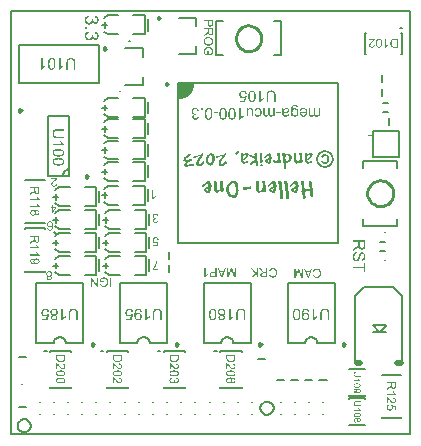
<source format=gto>
G04*
G04 #@! TF.GenerationSoftware,Altium Limited,Altium Designer,25.1.2 (22)*
G04*
G04 Layer_Color=65535*
%FSLAX25Y25*%
%MOIN*%
G70*
G04*
G04 #@! TF.SameCoordinates,D32F3ADE-5D7A-4C98-9F02-4D0C1F9ED9B6*
G04*
G04*
G04 #@! TF.FilePolarity,Positive*
G04*
G01*
G75*
%ADD10C,0.00394*%
%ADD11C,0.00984*%
%ADD12C,0.00787*%
%ADD13C,0.00300*%
%ADD14C,0.01000*%
%ADD15C,0.00591*%
%ADD16C,0.00669*%
%ADD17C,0.00800*%
%ADD18C,0.00500*%
%ADD19C,0.01968*%
G36*
X56139Y117323D02*
Y112402D01*
X57911D01*
X61061Y115551D01*
Y117323D01*
X56139D01*
D02*
G37*
G36*
X95039Y110197D02*
X95081Y110193D01*
X95131Y110189D01*
X95185Y110180D01*
X95243Y110172D01*
X95372Y110147D01*
X95505Y110105D01*
X95576Y110081D01*
X95638Y110051D01*
X95705Y110014D01*
X95763Y109976D01*
X95767Y109972D01*
X95776Y109964D01*
X95792Y109951D01*
X95809Y109935D01*
X95834Y109910D01*
X95859Y109881D01*
X95884Y109847D01*
X95913Y109806D01*
X95942Y109764D01*
X95967Y109714D01*
X95992Y109656D01*
X96013Y109598D01*
X96034Y109531D01*
X96046Y109461D01*
X96054Y109386D01*
Y109302D01*
X95597Y109365D01*
Y109369D01*
Y109373D01*
X95588Y109398D01*
X95580Y109436D01*
X95568Y109481D01*
X95547Y109536D01*
X95518Y109585D01*
X95484Y109635D01*
X95439Y109677D01*
X95430Y109681D01*
X95405Y109698D01*
X95368Y109719D01*
X95314Y109743D01*
X95243Y109768D01*
X95164Y109789D01*
X95068Y109806D01*
X94960Y109810D01*
X94927D01*
X94906Y109806D01*
X94877D01*
X94848Y109802D01*
X94773Y109793D01*
X94694Y109777D01*
X94611Y109752D01*
X94528Y109723D01*
X94457Y109677D01*
X94453D01*
X94449Y109673D01*
X94428Y109652D01*
X94399Y109623D01*
X94357Y109581D01*
X94320Y109531D01*
X94278Y109469D01*
X94241Y109394D01*
X94212Y109311D01*
Y109302D01*
X94207Y109294D01*
Y109282D01*
X94203Y109265D01*
X94199Y109240D01*
Y109215D01*
X94195Y109182D01*
X94191Y109144D01*
X94187Y109103D01*
Y109053D01*
X94182Y108999D01*
Y108937D01*
X94178Y108870D01*
Y108795D01*
Y108712D01*
X94182Y108716D01*
X94191Y108729D01*
X94212Y108745D01*
X94232Y108770D01*
X94266Y108795D01*
X94299Y108824D01*
X94345Y108857D01*
X94390Y108891D01*
X94444Y108928D01*
X94503Y108957D01*
X94565Y108991D01*
X94636Y109016D01*
X94706Y109040D01*
X94781Y109057D01*
X94865Y109070D01*
X94948Y109074D01*
X94973D01*
X95002Y109070D01*
X95043Y109065D01*
X95089Y109061D01*
X95148Y109053D01*
X95206Y109040D01*
X95272Y109024D01*
X95343Y108999D01*
X95418Y108974D01*
X95493Y108941D01*
X95564Y108899D01*
X95638Y108853D01*
X95709Y108799D01*
X95776Y108733D01*
X95838Y108662D01*
X95842Y108658D01*
X95850Y108641D01*
X95867Y108620D01*
X95888Y108587D01*
X95909Y108550D01*
X95938Y108500D01*
X95963Y108446D01*
X95992Y108383D01*
X96021Y108312D01*
X96050Y108238D01*
X96079Y108154D01*
X96100Y108067D01*
X96121Y107975D01*
X96138Y107876D01*
X96146Y107776D01*
X96150Y107668D01*
Y107664D01*
Y107651D01*
Y107630D01*
X96146Y107601D01*
Y107564D01*
X96142Y107526D01*
X96138Y107481D01*
X96133Y107426D01*
X96117Y107314D01*
X96092Y107193D01*
X96054Y107064D01*
X96009Y106936D01*
Y106931D01*
X96000Y106919D01*
X95992Y106902D01*
X95979Y106881D01*
X95967Y106852D01*
X95946Y106819D01*
X95900Y106744D01*
X95842Y106661D01*
X95771Y106574D01*
X95684Y106490D01*
X95588Y106415D01*
X95584Y106411D01*
X95576Y106407D01*
X95559Y106399D01*
X95539Y106386D01*
X95514Y106374D01*
X95480Y106357D01*
X95447Y106341D01*
X95405Y106320D01*
X95360Y106303D01*
X95310Y106287D01*
X95202Y106257D01*
X95081Y106237D01*
X95014Y106228D01*
X94927D01*
X94898Y106233D01*
X94865D01*
X94823Y106241D01*
X94773Y106249D01*
X94719Y106262D01*
X94661Y106278D01*
X94598Y106299D01*
X94532Y106328D01*
X94465Y106357D01*
X94394Y106399D01*
X94328Y106445D01*
X94257Y106499D01*
X94195Y106561D01*
X94132Y106632D01*
Y106291D01*
X93700D01*
Y108695D01*
Y108703D01*
Y108724D01*
Y108758D01*
Y108799D01*
X93704Y108853D01*
X93708Y108916D01*
X93712Y108982D01*
X93716Y109053D01*
X93733Y109203D01*
X93754Y109357D01*
X93770Y109427D01*
X93787Y109498D01*
X93808Y109561D01*
X93833Y109615D01*
Y109619D01*
X93837Y109627D01*
X93845Y109640D01*
X93858Y109660D01*
X93891Y109710D01*
X93937Y109768D01*
X93995Y109839D01*
X94066Y109910D01*
X94153Y109981D01*
X94253Y110043D01*
X94257D01*
X94266Y110051D01*
X94282Y110055D01*
X94303Y110068D01*
X94332Y110081D01*
X94365Y110093D01*
X94403Y110105D01*
X94449Y110122D01*
X94498Y110139D01*
X94553Y110151D01*
X94607Y110164D01*
X94669Y110176D01*
X94806Y110193D01*
X94956Y110201D01*
X95006D01*
X95039Y110197D01*
D02*
G37*
G36*
X92269Y109132D02*
X92306Y109128D01*
X92352Y109124D01*
X92402Y109119D01*
X92452Y109107D01*
X92568Y109082D01*
X92685Y109045D01*
X92739Y109020D01*
X92797Y108986D01*
X92847Y108953D01*
X92897Y108916D01*
X92901Y108912D01*
X92909Y108903D01*
X92918Y108891D01*
X92934Y108874D01*
X92955Y108853D01*
X92976Y108824D01*
X92997Y108795D01*
X93018Y108758D01*
X93063Y108678D01*
X93105Y108579D01*
X93122Y108525D01*
X93130Y108466D01*
X93138Y108404D01*
X93142Y108342D01*
Y108337D01*
Y108333D01*
Y108308D01*
X93138Y108267D01*
X93130Y108217D01*
X93122Y108159D01*
X93105Y108096D01*
X93080Y108034D01*
X93051Y107967D01*
X93047Y107959D01*
X93034Y107938D01*
X93013Y107909D01*
X92984Y107867D01*
X92951Y107826D01*
X92909Y107780D01*
X92864Y107738D01*
X92810Y107697D01*
X92801Y107693D01*
X92780Y107680D01*
X92751Y107659D01*
X92710Y107639D01*
X92660Y107614D01*
X92602Y107589D01*
X92535Y107564D01*
X92468Y107543D01*
X92460D01*
X92444Y107535D01*
X92410Y107530D01*
X92364Y107518D01*
X92306Y107510D01*
X92231Y107497D01*
X92148Y107485D01*
X92048Y107472D01*
X92040D01*
X92023Y107468D01*
X91994Y107464D01*
X91957Y107460D01*
X91907Y107451D01*
X91853Y107443D01*
X91795Y107435D01*
X91728Y107426D01*
X91591Y107401D01*
X91453Y107372D01*
X91387Y107356D01*
X91320Y107339D01*
X91262Y107322D01*
X91208Y107306D01*
Y107302D01*
Y107289D01*
Y107273D01*
X91204Y107256D01*
Y107214D01*
Y107198D01*
Y107185D01*
Y107181D01*
Y107173D01*
Y107156D01*
Y107139D01*
X91212Y107089D01*
X91220Y107027D01*
X91237Y106960D01*
X91262Y106894D01*
X91295Y106832D01*
X91341Y106782D01*
X91349Y106773D01*
X91358Y106765D01*
X91374Y106757D01*
X91395Y106744D01*
X91416Y106732D01*
X91474Y106698D01*
X91549Y106669D01*
X91641Y106644D01*
X91749Y106628D01*
X91874Y106619D01*
X91928D01*
X91957Y106623D01*
X91986D01*
X92061Y106632D01*
X92140Y106649D01*
X92219Y106669D01*
X92298Y106698D01*
X92364Y106736D01*
X92373Y106740D01*
X92389Y106757D01*
X92418Y106790D01*
X92452Y106832D01*
X92489Y106886D01*
X92531Y106960D01*
X92564Y107044D01*
X92581Y107094D01*
X92597Y107148D01*
X93059Y107085D01*
Y107081D01*
X93055Y107073D01*
X93051Y107056D01*
X93047Y107035D01*
X93038Y107010D01*
X93030Y106981D01*
X93009Y106915D01*
X92980Y106840D01*
X92947Y106761D01*
X92905Y106682D01*
X92855Y106611D01*
Y106607D01*
X92847Y106603D01*
X92826Y106582D01*
X92793Y106549D01*
X92747Y106507D01*
X92689Y106461D01*
X92618Y106415D01*
X92535Y106370D01*
X92439Y106328D01*
X92435D01*
X92427Y106324D01*
X92410Y106320D01*
X92389Y106312D01*
X92364Y106303D01*
X92335Y106295D01*
X92298Y106287D01*
X92256Y106278D01*
X92215Y106270D01*
X92165Y106262D01*
X92057Y106245D01*
X91936Y106233D01*
X91807Y106228D01*
X91749D01*
X91720Y106233D01*
X91682D01*
X91603Y106241D01*
X91512Y106249D01*
X91416Y106266D01*
X91320Y106287D01*
X91233Y106316D01*
X91229D01*
X91225Y106320D01*
X91212Y106324D01*
X91195Y106332D01*
X91158Y106349D01*
X91108Y106374D01*
X91054Y106403D01*
X91000Y106440D01*
X90950Y106482D01*
X90904Y106528D01*
X90900Y106532D01*
X90888Y106549D01*
X90867Y106578D01*
X90846Y106615D01*
X90821Y106661D01*
X90796Y106715D01*
X90771Y106777D01*
X90754Y106848D01*
Y106852D01*
X90750Y106873D01*
X90746Y106902D01*
X90742Y106948D01*
X90738Y107006D01*
X90734Y107081D01*
Y107127D01*
X90730Y107173D01*
Y107223D01*
Y107281D01*
Y107909D01*
Y107917D01*
Y107938D01*
Y107971D01*
Y108013D01*
Y108067D01*
Y108125D01*
X90725Y108192D01*
Y108258D01*
X90721Y108400D01*
Y108471D01*
X90717Y108537D01*
X90713Y108599D01*
X90709Y108654D01*
X90705Y108703D01*
X90700Y108741D01*
Y108749D01*
X90696Y108770D01*
X90688Y108803D01*
X90675Y108849D01*
X90659Y108899D01*
X90638Y108953D01*
X90613Y109016D01*
X90584Y109074D01*
X91075D01*
X91079Y109065D01*
X91087Y109049D01*
X91100Y109016D01*
X91112Y108974D01*
X91129Y108924D01*
X91146Y108866D01*
X91158Y108799D01*
X91166Y108724D01*
X91171Y108729D01*
X91179Y108733D01*
X91191Y108745D01*
X91212Y108762D01*
X91237Y108778D01*
X91262Y108803D01*
X91329Y108849D01*
X91408Y108903D01*
X91491Y108957D01*
X91582Y109003D01*
X91674Y109045D01*
X91678D01*
X91686Y109049D01*
X91699Y109053D01*
X91716Y109057D01*
X91736Y109065D01*
X91765Y109074D01*
X91828Y109090D01*
X91907Y109107D01*
X91994Y109124D01*
X92090Y109132D01*
X92194Y109136D01*
X92240D01*
X92269Y109132D01*
D02*
G37*
G36*
X80217D02*
X80280Y109124D01*
X80350Y109115D01*
X80429Y109099D01*
X80508Y109074D01*
X80592Y109045D01*
X80596D01*
X80600Y109040D01*
X80625Y109028D01*
X80662Y109007D01*
X80712Y108978D01*
X80762Y108945D01*
X80816Y108903D01*
X80866Y108857D01*
X80908Y108808D01*
X80912Y108799D01*
X80924Y108782D01*
X80941Y108749D01*
X80962Y108708D01*
X80987Y108658D01*
X81012Y108599D01*
X81033Y108533D01*
X81053Y108458D01*
Y108450D01*
X81058Y108433D01*
X81062Y108396D01*
X81066Y108350D01*
X81070Y108288D01*
X81074Y108213D01*
X81078Y108121D01*
Y108017D01*
Y106291D01*
X80608D01*
Y107834D01*
Y107838D01*
Y107851D01*
Y107867D01*
Y107892D01*
Y107926D01*
Y107959D01*
X80604Y108034D01*
Y108117D01*
X80596Y108200D01*
X80592Y108275D01*
X80588Y108308D01*
X80583Y108333D01*
X80579Y108342D01*
X80575Y108362D01*
X80563Y108400D01*
X80542Y108441D01*
X80517Y108487D01*
X80484Y108533D01*
X80442Y108583D01*
X80392Y108624D01*
X80384Y108629D01*
X80367Y108641D01*
X80334Y108658D01*
X80292Y108674D01*
X80242Y108695D01*
X80180Y108712D01*
X80109Y108724D01*
X80034Y108729D01*
X79997D01*
X79959Y108724D01*
X79905Y108716D01*
X79843Y108703D01*
X79776Y108683D01*
X79710Y108658D01*
X79639Y108620D01*
X79635D01*
X79631Y108616D01*
X79610Y108599D01*
X79577Y108574D01*
X79535Y108541D01*
X79493Y108500D01*
X79448Y108450D01*
X79406Y108391D01*
X79373Y108325D01*
Y108321D01*
X79369Y108317D01*
X79364Y108304D01*
X79360Y108292D01*
X79356Y108271D01*
X79348Y108246D01*
X79339Y108221D01*
X79331Y108188D01*
X79319Y108109D01*
X79306Y108017D01*
X79298Y107909D01*
X79294Y107784D01*
Y106291D01*
X78824D01*
Y109074D01*
X79244D01*
Y108666D01*
X79248Y108670D01*
X79260Y108687D01*
X79277Y108708D01*
X79302Y108741D01*
X79335Y108774D01*
X79377Y108816D01*
X79423Y108857D01*
X79477Y108899D01*
X79539Y108945D01*
X79606Y108986D01*
X79676Y109028D01*
X79756Y109061D01*
X79843Y109095D01*
X79930Y109115D01*
X80026Y109132D01*
X80130Y109136D01*
X80172D01*
X80217Y109132D01*
D02*
G37*
G36*
X64235Y108537D02*
X63698D01*
Y109074D01*
X64235D01*
Y108537D01*
D02*
G37*
G36*
X61838Y109136D02*
X61872D01*
X61917Y109132D01*
X61967Y109124D01*
X62021Y109115D01*
X62084Y109103D01*
X62150Y109086D01*
X62217Y109065D01*
X62288Y109045D01*
X62358Y109016D01*
X62429Y108978D01*
X62496Y108941D01*
X62566Y108895D01*
X62629Y108841D01*
X62633Y108837D01*
X62641Y108828D01*
X62658Y108812D01*
X62683Y108787D01*
X62708Y108758D01*
X62737Y108720D01*
X62766Y108678D01*
X62799Y108629D01*
X62833Y108579D01*
X62866Y108516D01*
X62899Y108454D01*
X62928Y108383D01*
X62953Y108308D01*
X62978Y108229D01*
X62995Y108146D01*
X63007Y108059D01*
X62537Y107996D01*
Y108001D01*
X62533Y108013D01*
X62529Y108034D01*
X62521Y108063D01*
X62512Y108096D01*
X62504Y108134D01*
X62475Y108221D01*
X62437Y108317D01*
X62392Y108412D01*
X62333Y108500D01*
X62300Y108537D01*
X62267Y108574D01*
X62263D01*
X62258Y108583D01*
X62246Y108591D01*
X62234Y108604D01*
X62192Y108629D01*
X62134Y108662D01*
X62063Y108695D01*
X61984Y108720D01*
X61888Y108741D01*
X61788Y108749D01*
X61755D01*
X61730Y108745D01*
X61705Y108741D01*
X61668Y108737D01*
X61593Y108720D01*
X61501Y108695D01*
X61406Y108654D01*
X61360Y108624D01*
X61314Y108595D01*
X61268Y108562D01*
X61223Y108520D01*
X61219Y108516D01*
X61214Y108508D01*
X61202Y108495D01*
X61185Y108479D01*
X61169Y108458D01*
X61152Y108429D01*
X61131Y108400D01*
X61106Y108362D01*
X61065Y108279D01*
X61031Y108184D01*
X61002Y108071D01*
X60998Y108013D01*
X60994Y107950D01*
Y107946D01*
Y107938D01*
Y107917D01*
X60998Y107896D01*
X61002Y107867D01*
X61006Y107838D01*
X61019Y107763D01*
X61048Y107676D01*
X61085Y107589D01*
X61110Y107543D01*
X61140Y107501D01*
X61173Y107460D01*
X61210Y107418D01*
X61214Y107414D01*
X61219Y107410D01*
X61231Y107397D01*
X61248Y107385D01*
X61268Y107368D01*
X61293Y107352D01*
X61356Y107310D01*
X61435Y107273D01*
X61526Y107239D01*
X61630Y107214D01*
X61689Y107210D01*
X61747Y107206D01*
X61772D01*
X61801Y107210D01*
X61838D01*
X61888Y107218D01*
X61942Y107227D01*
X62009Y107239D01*
X62080Y107256D01*
X62030Y106844D01*
X62021D01*
X62001Y106848D01*
X61976Y106852D01*
X61922D01*
X61901Y106848D01*
X61872D01*
X61843Y106844D01*
X61772Y106832D01*
X61689Y106815D01*
X61597Y106786D01*
X61501Y106748D01*
X61410Y106694D01*
X61406D01*
X61397Y106686D01*
X61389Y106678D01*
X61372Y106665D01*
X61331Y106628D01*
X61285Y106574D01*
X61243Y106507D01*
X61202Y106424D01*
X61185Y106378D01*
X61177Y106324D01*
X61169Y106270D01*
X61164Y106212D01*
Y106208D01*
Y106199D01*
Y106187D01*
X61169Y106166D01*
X61173Y106120D01*
X61185Y106058D01*
X61206Y105991D01*
X61239Y105921D01*
X61285Y105846D01*
X61310Y105812D01*
X61343Y105779D01*
X61352Y105771D01*
X61377Y105754D01*
X61414Y105725D01*
X61464Y105692D01*
X61531Y105663D01*
X61610Y105633D01*
X61697Y105617D01*
X61797Y105608D01*
X61822D01*
X61843Y105613D01*
X61867D01*
X61892Y105617D01*
X61959Y105629D01*
X62030Y105650D01*
X62109Y105683D01*
X62184Y105725D01*
X62258Y105783D01*
X62267Y105791D01*
X62288Y105816D01*
X62321Y105854D01*
X62354Y105912D01*
X62396Y105983D01*
X62433Y106074D01*
X62467Y106178D01*
X62492Y106299D01*
X62962Y106216D01*
Y106212D01*
X62957Y106195D01*
X62953Y106170D01*
X62945Y106137D01*
X62932Y106099D01*
X62920Y106054D01*
X62903Y106004D01*
X62883Y105950D01*
X62828Y105829D01*
X62799Y105771D01*
X62762Y105708D01*
X62720Y105650D01*
X62674Y105592D01*
X62625Y105534D01*
X62571Y105484D01*
X62566Y105480D01*
X62558Y105471D01*
X62537Y105459D01*
X62516Y105442D01*
X62483Y105421D01*
X62450Y105401D01*
X62408Y105376D01*
X62358Y105350D01*
X62308Y105330D01*
X62250Y105305D01*
X62188Y105284D01*
X62121Y105263D01*
X62046Y105247D01*
X61971Y105234D01*
X61892Y105226D01*
X61809Y105222D01*
X61755D01*
X61726Y105226D01*
X61697Y105230D01*
X61618Y105238D01*
X61531Y105255D01*
X61431Y105280D01*
X61331Y105313D01*
X61231Y105359D01*
X61227D01*
X61219Y105363D01*
X61206Y105371D01*
X61185Y105384D01*
X61140Y105413D01*
X61081Y105455D01*
X61015Y105509D01*
X60948Y105571D01*
X60882Y105642D01*
X60823Y105725D01*
Y105729D01*
X60819Y105733D01*
X60811Y105750D01*
X60803Y105767D01*
X60790Y105787D01*
X60778Y105812D01*
X60753Y105875D01*
X60728Y105950D01*
X60703Y106033D01*
X60686Y106124D01*
X60682Y106220D01*
Y106224D01*
Y106233D01*
Y106245D01*
Y106262D01*
X60690Y106312D01*
X60698Y106370D01*
X60715Y106440D01*
X60740Y106515D01*
X60773Y106594D01*
X60819Y106673D01*
Y106678D01*
X60823Y106682D01*
X60844Y106707D01*
X60873Y106744D01*
X60919Y106790D01*
X60973Y106844D01*
X61044Y106898D01*
X61123Y106948D01*
X61214Y106998D01*
X61210D01*
X61198Y107002D01*
X61181Y107006D01*
X61156Y107015D01*
X61131Y107023D01*
X61098Y107035D01*
X61019Y107069D01*
X60936Y107114D01*
X60848Y107168D01*
X60761Y107239D01*
X60686Y107326D01*
X60682Y107331D01*
X60678Y107339D01*
X60669Y107352D01*
X60657Y107372D01*
X60640Y107393D01*
X60624Y107422D01*
X60607Y107456D01*
X60590Y107497D01*
X60574Y107539D01*
X60557Y107585D01*
X60524Y107688D01*
X60503Y107809D01*
X60495Y107876D01*
Y107942D01*
Y107946D01*
Y107963D01*
X60499Y107992D01*
Y108025D01*
X60507Y108071D01*
X60515Y108121D01*
X60524Y108175D01*
X60540Y108238D01*
X60561Y108304D01*
X60586Y108371D01*
X60615Y108441D01*
X60653Y108512D01*
X60694Y108587D01*
X60744Y108658D01*
X60798Y108729D01*
X60865Y108795D01*
X60869Y108799D01*
X60882Y108812D01*
X60902Y108828D01*
X60931Y108849D01*
X60965Y108874D01*
X61010Y108903D01*
X61060Y108937D01*
X61119Y108966D01*
X61181Y108999D01*
X61252Y109032D01*
X61327Y109061D01*
X61410Y109086D01*
X61497Y109107D01*
X61589Y109124D01*
X61684Y109136D01*
X61788Y109140D01*
X61809D01*
X61838Y109136D01*
D02*
G37*
G36*
X90189Y107447D02*
X88737D01*
Y107921D01*
X90189D01*
Y107447D01*
D02*
G37*
G36*
X69322D02*
X67870D01*
Y107921D01*
X69322D01*
Y107447D01*
D02*
G37*
G36*
X103422Y106291D02*
X103002D01*
Y106678D01*
X102993Y106673D01*
X102977Y106649D01*
X102947Y106611D01*
X102906Y106565D01*
X102856Y106511D01*
X102798Y106457D01*
X102731Y106403D01*
X102652Y106353D01*
X102648D01*
X102644Y106349D01*
X102631Y106341D01*
X102615Y106332D01*
X102594Y106324D01*
X102569Y106312D01*
X102511Y106291D01*
X102436Y106266D01*
X102353Y106249D01*
X102257Y106233D01*
X102157Y106228D01*
X102107D01*
X102078Y106233D01*
X102049Y106237D01*
X101978Y106245D01*
X101899Y106262D01*
X101816Y106282D01*
X101733Y106316D01*
X101654Y106357D01*
X101650D01*
X101645Y106361D01*
X101620Y106382D01*
X101587Y106411D01*
X101541Y106449D01*
X101496Y106503D01*
X101450Y106561D01*
X101408Y106632D01*
X101371Y106715D01*
X101367Y106711D01*
X101354Y106694D01*
X101338Y106669D01*
X101308Y106640D01*
X101279Y106603D01*
X101238Y106561D01*
X101192Y106515D01*
X101138Y106470D01*
X101080Y106428D01*
X101013Y106382D01*
X100942Y106341D01*
X100867Y106303D01*
X100784Y106274D01*
X100697Y106249D01*
X100605Y106233D01*
X100510Y106228D01*
X100468D01*
X100443Y106233D01*
X100406Y106237D01*
X100368Y106241D01*
X100322Y106249D01*
X100273Y106257D01*
X100173Y106287D01*
X100065Y106328D01*
X100015Y106353D01*
X99965Y106382D01*
X99915Y106420D01*
X99873Y106461D01*
X99869Y106465D01*
X99865Y106474D01*
X99852Y106486D01*
X99840Y106503D01*
X99819Y106528D01*
X99803Y106557D01*
X99782Y106594D01*
X99761Y106636D01*
X99740Y106682D01*
X99719Y106732D01*
X99699Y106790D01*
X99682Y106852D01*
X99669Y106923D01*
X99657Y106998D01*
X99653Y107077D01*
X99649Y107164D01*
Y109074D01*
X100119D01*
Y107322D01*
Y107318D01*
Y107310D01*
Y107293D01*
Y107277D01*
X100123Y107227D01*
Y107164D01*
X100131Y107098D01*
X100139Y107031D01*
X100148Y106969D01*
X100164Y106915D01*
Y106911D01*
X100173Y106894D01*
X100185Y106873D01*
X100202Y106844D01*
X100227Y106811D01*
X100252Y106777D01*
X100289Y106744D01*
X100331Y106715D01*
X100335Y106711D01*
X100352Y106702D01*
X100377Y106690D01*
X100410Y106673D01*
X100452Y106661D01*
X100501Y106649D01*
X100556Y106640D01*
X100614Y106636D01*
X100643D01*
X100664Y106640D01*
X100689D01*
X100718Y106644D01*
X100784Y106661D01*
X100863Y106682D01*
X100946Y106719D01*
X101026Y106765D01*
X101067Y106798D01*
X101105Y106832D01*
Y106836D01*
X101113Y106840D01*
X101121Y106852D01*
X101134Y106869D01*
X101150Y106890D01*
X101167Y106915D01*
X101184Y106948D01*
X101200Y106981D01*
X101221Y107023D01*
X101238Y107069D01*
X101254Y107123D01*
X101271Y107177D01*
X101284Y107239D01*
X101292Y107310D01*
X101296Y107381D01*
X101300Y107460D01*
Y109074D01*
X101770D01*
Y107268D01*
Y107264D01*
Y107256D01*
Y107239D01*
Y107214D01*
X101774Y107189D01*
Y107160D01*
X101783Y107089D01*
X101799Y107015D01*
X101820Y106936D01*
X101849Y106861D01*
X101887Y106794D01*
X101891Y106786D01*
X101908Y106769D01*
X101937Y106744D01*
X101974Y106715D01*
X102028Y106686D01*
X102091Y106661D01*
X102170Y106644D01*
X102261Y106636D01*
X102294D01*
X102332Y106640D01*
X102382Y106649D01*
X102440Y106661D01*
X102502Y106682D01*
X102565Y106707D01*
X102631Y106744D01*
X102640Y106748D01*
X102660Y106765D01*
X102690Y106786D01*
X102723Y106823D01*
X102764Y106865D01*
X102806Y106919D01*
X102843Y106981D01*
X102877Y107052D01*
Y107056D01*
X102881Y107060D01*
X102885Y107073D01*
X102889Y107089D01*
X102893Y107110D01*
X102902Y107135D01*
X102906Y107164D01*
X102914Y107198D01*
X102922Y107239D01*
X102927Y107281D01*
X102935Y107326D01*
X102939Y107381D01*
X102943Y107435D01*
X102947Y107497D01*
X102952Y107560D01*
Y107630D01*
Y109074D01*
X103422D01*
Y106291D01*
D02*
G37*
G36*
X88221D02*
X87801D01*
Y106678D01*
X87793Y106673D01*
X87776Y106649D01*
X87747Y106611D01*
X87705Y106565D01*
X87655Y106511D01*
X87597Y106457D01*
X87530Y106403D01*
X87451Y106353D01*
X87447D01*
X87443Y106349D01*
X87431Y106341D01*
X87414Y106332D01*
X87393Y106324D01*
X87368Y106312D01*
X87310Y106291D01*
X87235Y106266D01*
X87152Y106249D01*
X87056Y106233D01*
X86956Y106228D01*
X86906D01*
X86877Y106233D01*
X86848Y106237D01*
X86778Y106245D01*
X86699Y106262D01*
X86615Y106282D01*
X86532Y106316D01*
X86453Y106357D01*
X86449D01*
X86445Y106361D01*
X86420Y106382D01*
X86387Y106411D01*
X86341Y106449D01*
X86295Y106503D01*
X86249Y106561D01*
X86208Y106632D01*
X86170Y106715D01*
X86166Y106711D01*
X86154Y106694D01*
X86137Y106669D01*
X86108Y106640D01*
X86079Y106603D01*
X86037Y106561D01*
X85991Y106515D01*
X85937Y106470D01*
X85879Y106428D01*
X85812Y106382D01*
X85742Y106341D01*
X85667Y106303D01*
X85584Y106274D01*
X85496Y106249D01*
X85405Y106233D01*
X85309Y106228D01*
X85268D01*
X85242Y106233D01*
X85205Y106237D01*
X85168Y106241D01*
X85122Y106249D01*
X85072Y106257D01*
X84972Y106287D01*
X84864Y106328D01*
X84814Y106353D01*
X84764Y106382D01*
X84714Y106420D01*
X84673Y106461D01*
X84668Y106465D01*
X84664Y106474D01*
X84652Y106486D01*
X84639Y106503D01*
X84619Y106528D01*
X84602Y106557D01*
X84581Y106594D01*
X84560Y106636D01*
X84540Y106682D01*
X84519Y106732D01*
X84498Y106790D01*
X84481Y106852D01*
X84469Y106923D01*
X84456Y106998D01*
X84452Y107077D01*
X84448Y107164D01*
Y109074D01*
X84918D01*
Y107322D01*
Y107318D01*
Y107310D01*
Y107293D01*
Y107277D01*
X84922Y107227D01*
Y107164D01*
X84930Y107098D01*
X84939Y107031D01*
X84947Y106969D01*
X84964Y106915D01*
Y106911D01*
X84972Y106894D01*
X84985Y106873D01*
X85001Y106844D01*
X85026Y106811D01*
X85051Y106777D01*
X85089Y106744D01*
X85130Y106715D01*
X85134Y106711D01*
X85151Y106702D01*
X85176Y106690D01*
X85209Y106673D01*
X85251Y106661D01*
X85301Y106649D01*
X85355Y106640D01*
X85413Y106636D01*
X85442D01*
X85463Y106640D01*
X85488D01*
X85517Y106644D01*
X85584Y106661D01*
X85663Y106682D01*
X85746Y106719D01*
X85825Y106765D01*
X85866Y106798D01*
X85904Y106832D01*
Y106836D01*
X85912Y106840D01*
X85921Y106852D01*
X85933Y106869D01*
X85950Y106890D01*
X85966Y106915D01*
X85983Y106948D01*
X86000Y106981D01*
X86020Y107023D01*
X86037Y107069D01*
X86054Y107123D01*
X86070Y107177D01*
X86083Y107239D01*
X86091Y107310D01*
X86095Y107381D01*
X86099Y107460D01*
Y109074D01*
X86570D01*
Y107268D01*
Y107264D01*
Y107256D01*
Y107239D01*
Y107214D01*
X86574Y107189D01*
Y107160D01*
X86582Y107089D01*
X86599Y107015D01*
X86620Y106936D01*
X86649Y106861D01*
X86686Y106794D01*
X86690Y106786D01*
X86707Y106769D01*
X86736Y106744D01*
X86773Y106715D01*
X86827Y106686D01*
X86890Y106661D01*
X86969Y106644D01*
X87060Y106636D01*
X87094D01*
X87131Y106640D01*
X87181Y106649D01*
X87239Y106661D01*
X87302Y106682D01*
X87364Y106707D01*
X87431Y106744D01*
X87439Y106748D01*
X87460Y106765D01*
X87489Y106786D01*
X87522Y106823D01*
X87564Y106865D01*
X87605Y106919D01*
X87643Y106981D01*
X87676Y107052D01*
Y107056D01*
X87680Y107060D01*
X87684Y107073D01*
X87689Y107089D01*
X87693Y107110D01*
X87701Y107135D01*
X87705Y107164D01*
X87714Y107198D01*
X87722Y107239D01*
X87726Y107281D01*
X87734Y107326D01*
X87739Y107381D01*
X87743Y107435D01*
X87747Y107497D01*
X87751Y107560D01*
Y107630D01*
Y109074D01*
X88221D01*
Y106291D01*
D02*
G37*
G36*
X82680Y109132D02*
X82722D01*
X82767Y109124D01*
X82826Y109115D01*
X82888Y109107D01*
X82955Y109090D01*
X83025Y109070D01*
X83100Y109045D01*
X83175Y109016D01*
X83254Y108978D01*
X83329Y108937D01*
X83404Y108887D01*
X83474Y108833D01*
X83541Y108766D01*
X83545Y108762D01*
X83558Y108749D01*
X83574Y108729D01*
X83595Y108695D01*
X83620Y108658D01*
X83649Y108612D01*
X83683Y108554D01*
X83712Y108491D01*
X83745Y108421D01*
X83778Y108342D01*
X83807Y108254D01*
X83832Y108159D01*
X83853Y108054D01*
X83870Y107942D01*
X83882Y107822D01*
X83886Y107697D01*
Y107693D01*
Y107676D01*
Y107651D01*
X83882Y107622D01*
Y107580D01*
X83878Y107535D01*
X83874Y107485D01*
X83870Y107426D01*
X83849Y107306D01*
X83824Y107173D01*
X83791Y107035D01*
X83741Y106906D01*
Y106902D01*
X83732Y106890D01*
X83724Y106873D01*
X83712Y106852D01*
X83695Y106823D01*
X83678Y106790D01*
X83628Y106715D01*
X83566Y106636D01*
X83487Y106549D01*
X83395Y106470D01*
X83287Y106399D01*
X83283D01*
X83275Y106391D01*
X83258Y106382D01*
X83233Y106374D01*
X83204Y106357D01*
X83171Y106345D01*
X83133Y106328D01*
X83092Y106312D01*
X83042Y106299D01*
X82992Y106282D01*
X82880Y106253D01*
X82755Y106237D01*
X82626Y106228D01*
X82580D01*
X82551Y106233D01*
X82514Y106237D01*
X82468Y106241D01*
X82418Y106249D01*
X82364Y106257D01*
X82247Y106287D01*
X82122Y106328D01*
X82060Y106353D01*
X81998Y106382D01*
X81940Y106420D01*
X81885Y106461D01*
X81881Y106465D01*
X81873Y106474D01*
X81856Y106486D01*
X81840Y106503D01*
X81815Y106528D01*
X81790Y106557D01*
X81761Y106590D01*
X81731Y106628D01*
X81698Y106673D01*
X81669Y106719D01*
X81636Y106773D01*
X81607Y106832D01*
X81582Y106894D01*
X81557Y106960D01*
X81532Y107035D01*
X81515Y107110D01*
X81973Y107181D01*
Y107177D01*
X81977Y107168D01*
X81981Y107156D01*
X81985Y107135D01*
X82002Y107085D01*
X82027Y107023D01*
X82060Y106956D01*
X82098Y106886D01*
X82148Y106819D01*
X82206Y106761D01*
X82214Y106753D01*
X82235Y106736D01*
X82272Y106715D01*
X82318Y106686D01*
X82376Y106661D01*
X82443Y106636D01*
X82522Y106619D01*
X82605Y106615D01*
X82638D01*
X82663Y106619D01*
X82697Y106623D01*
X82730Y106628D01*
X82813Y106649D01*
X82905Y106678D01*
X82950Y106698D01*
X83000Y106723D01*
X83046Y106753D01*
X83096Y106790D01*
X83142Y106827D01*
X83183Y106873D01*
X83188Y106877D01*
X83192Y106886D01*
X83204Y106898D01*
X83217Y106923D01*
X83233Y106948D01*
X83254Y106981D01*
X83275Y107023D01*
X83292Y107069D01*
X83312Y107123D01*
X83333Y107181D01*
X83354Y107247D01*
X83371Y107322D01*
X83383Y107401D01*
X83395Y107485D01*
X83400Y107580D01*
X83404Y107680D01*
Y107684D01*
Y107705D01*
Y107734D01*
X83400Y107772D01*
X83395Y107817D01*
X83391Y107871D01*
X83387Y107930D01*
X83379Y107992D01*
X83354Y108125D01*
X83312Y108263D01*
X83292Y108325D01*
X83262Y108387D01*
X83229Y108446D01*
X83192Y108495D01*
X83188Y108500D01*
X83183Y108508D01*
X83171Y108520D01*
X83154Y108533D01*
X83129Y108554D01*
X83104Y108574D01*
X83075Y108599D01*
X83042Y108620D01*
X82959Y108670D01*
X82863Y108708D01*
X82809Y108724D01*
X82755Y108737D01*
X82692Y108745D01*
X82630Y108749D01*
X82605D01*
X82584Y108745D01*
X82559D01*
X82534Y108741D01*
X82468Y108729D01*
X82397Y108708D01*
X82318Y108678D01*
X82243Y108637D01*
X82168Y108583D01*
X82164Y108579D01*
X82160Y108574D01*
X82139Y108550D01*
X82106Y108508D01*
X82089Y108483D01*
X82068Y108454D01*
X82048Y108416D01*
X82027Y108379D01*
X82010Y108337D01*
X81989Y108288D01*
X81973Y108238D01*
X81956Y108179D01*
X81944Y108121D01*
X81931Y108054D01*
X81469Y108117D01*
Y108121D01*
X81474Y108138D01*
X81478Y108163D01*
X81486Y108196D01*
X81498Y108238D01*
X81511Y108283D01*
X81528Y108333D01*
X81548Y108391D01*
X81598Y108508D01*
X81632Y108570D01*
X81669Y108633D01*
X81707Y108695D01*
X81752Y108758D01*
X81806Y108812D01*
X81860Y108866D01*
X81865Y108870D01*
X81873Y108878D01*
X81894Y108891D01*
X81915Y108907D01*
X81948Y108928D01*
X81981Y108953D01*
X82027Y108974D01*
X82073Y108999D01*
X82127Y109028D01*
X82185Y109049D01*
X82247Y109074D01*
X82314Y109095D01*
X82389Y109111D01*
X82464Y109124D01*
X82543Y109132D01*
X82626Y109136D01*
X82651D01*
X82680Y109132D01*
D02*
G37*
G36*
X97843D02*
X97885D01*
X97939Y109124D01*
X97997Y109115D01*
X98064Y109103D01*
X98134Y109090D01*
X98209Y109070D01*
X98288Y109045D01*
X98371Y109016D01*
X98450Y108978D01*
X98534Y108937D01*
X98609Y108887D01*
X98684Y108828D01*
X98754Y108762D01*
X98758Y108758D01*
X98771Y108745D01*
X98787Y108724D01*
X98808Y108691D01*
X98837Y108654D01*
X98866Y108608D01*
X98900Y108554D01*
X98929Y108491D01*
X98962Y108421D01*
X98996Y108342D01*
X99025Y108254D01*
X99054Y108159D01*
X99075Y108059D01*
X99091Y107950D01*
X99104Y107834D01*
X99108Y107709D01*
Y107701D01*
Y107680D01*
X99104Y107643D01*
Y107593D01*
X99095Y107535D01*
X99087Y107468D01*
X99079Y107389D01*
X99062Y107310D01*
X99045Y107223D01*
X99020Y107135D01*
X98991Y107044D01*
X98958Y106952D01*
X98916Y106865D01*
X98866Y106777D01*
X98812Y106694D01*
X98750Y106619D01*
X98746Y106615D01*
X98733Y106603D01*
X98713Y106582D01*
X98684Y106557D01*
X98650Y106528D01*
X98604Y106495D01*
X98554Y106461D01*
X98496Y106424D01*
X98434Y106386D01*
X98363Y106353D01*
X98284Y106320D01*
X98201Y106291D01*
X98109Y106266D01*
X98018Y106245D01*
X97914Y106233D01*
X97810Y106228D01*
X97785D01*
X97756Y106233D01*
X97718D01*
X97668Y106241D01*
X97614Y106249D01*
X97552Y106262D01*
X97485Y106274D01*
X97415Y106295D01*
X97344Y106320D01*
X97265Y106353D01*
X97190Y106391D01*
X97115Y106432D01*
X97040Y106486D01*
X96965Y106544D01*
X96899Y106611D01*
X96895Y106615D01*
X96882Y106628D01*
X96866Y106649D01*
X96845Y106682D01*
X96816Y106719D01*
X96786Y106765D01*
X96753Y106823D01*
X96720Y106886D01*
X96691Y106956D01*
X96658Y107035D01*
X96628Y107123D01*
X96599Y107218D01*
X96579Y107322D01*
X96562Y107435D01*
X96549Y107551D01*
X96545Y107676D01*
Y107684D01*
Y107705D01*
Y107747D01*
X96549Y107801D01*
X98625D01*
Y107805D01*
Y107822D01*
X98621Y107847D01*
X98617Y107876D01*
X98613Y107917D01*
X98604Y107959D01*
X98596Y108009D01*
X98584Y108063D01*
X98550Y108175D01*
X98505Y108296D01*
X98475Y108350D01*
X98446Y108408D01*
X98409Y108458D01*
X98367Y108508D01*
X98363Y108512D01*
X98355Y108516D01*
X98342Y108529D01*
X98326Y108545D01*
X98301Y108562D01*
X98276Y108583D01*
X98242Y108608D01*
X98205Y108629D01*
X98122Y108674D01*
X98022Y108712D01*
X97968Y108729D01*
X97910Y108737D01*
X97847Y108745D01*
X97785Y108749D01*
X97760D01*
X97743Y108745D01*
X97693Y108741D01*
X97631Y108733D01*
X97564Y108716D01*
X97490Y108691D01*
X97415Y108662D01*
X97344Y108616D01*
X97340D01*
X97336Y108608D01*
X97315Y108591D01*
X97282Y108558D01*
X97240Y108508D01*
X97194Y108450D01*
X97144Y108371D01*
X97094Y108279D01*
X97053Y108175D01*
X96562Y108238D01*
Y108242D01*
X96566Y108258D01*
X96574Y108279D01*
X96587Y108308D01*
X96599Y108346D01*
X96616Y108387D01*
X96637Y108433D01*
X96658Y108483D01*
X96716Y108587D01*
X96791Y108699D01*
X96836Y108753D01*
X96882Y108808D01*
X96932Y108857D01*
X96990Y108903D01*
X96995Y108907D01*
X97003Y108912D01*
X97024Y108924D01*
X97044Y108941D01*
X97078Y108957D01*
X97115Y108978D01*
X97157Y108999D01*
X97207Y109020D01*
X97261Y109040D01*
X97323Y109061D01*
X97386Y109082D01*
X97456Y109099D01*
X97531Y109115D01*
X97610Y109128D01*
X97698Y109132D01*
X97785Y109136D01*
X97810D01*
X97843Y109132D01*
D02*
G37*
G36*
X76910Y106074D02*
X76918Y106083D01*
X76939Y106104D01*
X76977Y106133D01*
X77031Y106174D01*
X77093Y106224D01*
X77172Y106278D01*
X77259Y106336D01*
X77359Y106399D01*
X77364D01*
X77372Y106407D01*
X77384Y106415D01*
X77405Y106424D01*
X77430Y106440D01*
X77459Y106453D01*
X77526Y106490D01*
X77601Y106528D01*
X77684Y106569D01*
X77771Y106607D01*
X77854Y106640D01*
Y106187D01*
X77850Y106183D01*
X77838Y106178D01*
X77817Y106166D01*
X77788Y106153D01*
X77754Y106137D01*
X77713Y106112D01*
X77667Y106087D01*
X77621Y106062D01*
X77513Y105995D01*
X77397Y105916D01*
X77276Y105833D01*
X77164Y105737D01*
X77160Y105733D01*
X77151Y105725D01*
X77135Y105712D01*
X77114Y105692D01*
X77093Y105667D01*
X77064Y105642D01*
X77002Y105571D01*
X76931Y105496D01*
X76860Y105409D01*
X76798Y105317D01*
X76744Y105222D01*
X76440D01*
Y109074D01*
X76910D01*
Y106074D01*
D02*
G37*
G36*
X74036Y109132D02*
X74073Y109128D01*
X74119Y109124D01*
X74173Y109115D01*
X74231Y109103D01*
X74298Y109086D01*
X74364Y109065D01*
X74435Y109040D01*
X74510Y109007D01*
X74580Y108970D01*
X74651Y108924D01*
X74722Y108870D01*
X74788Y108812D01*
X74851Y108741D01*
X74855Y108737D01*
X74867Y108720D01*
X74884Y108691D01*
X74909Y108649D01*
X74938Y108595D01*
X74971Y108533D01*
X75005Y108454D01*
X75038Y108367D01*
X75076Y108263D01*
X75109Y108150D01*
X75142Y108021D01*
X75171Y107880D01*
X75196Y107726D01*
X75213Y107560D01*
X75225Y107377D01*
X75229Y107181D01*
Y107173D01*
Y107152D01*
Y107114D01*
X75225Y107069D01*
Y107010D01*
X75221Y106944D01*
X75217Y106869D01*
X75213Y106790D01*
X75204Y106702D01*
X75196Y106615D01*
X75171Y106432D01*
X75138Y106253D01*
X75117Y106166D01*
X75092Y106087D01*
Y106083D01*
X75084Y106070D01*
X75076Y106045D01*
X75067Y106016D01*
X75050Y105983D01*
X75034Y105941D01*
X75013Y105900D01*
X74988Y105850D01*
X74930Y105746D01*
X74855Y105642D01*
X74772Y105538D01*
X74726Y105492D01*
X74676Y105446D01*
X74672Y105442D01*
X74664Y105438D01*
X74647Y105425D01*
X74626Y105413D01*
X74601Y105392D01*
X74568Y105376D01*
X74531Y105355D01*
X74485Y105334D01*
X74439Y105313D01*
X74385Y105292D01*
X74327Y105271D01*
X74268Y105255D01*
X74202Y105242D01*
X74131Y105230D01*
X74056Y105226D01*
X73981Y105222D01*
X73931D01*
X73902Y105226D01*
X73873Y105230D01*
X73798Y105238D01*
X73715Y105251D01*
X73624Y105276D01*
X73532Y105305D01*
X73441Y105346D01*
X73436D01*
X73428Y105350D01*
X73416Y105359D01*
X73399Y105371D01*
X73357Y105396D01*
X73303Y105438D01*
X73241Y105488D01*
X73178Y105550D01*
X73112Y105625D01*
X73054Y105708D01*
Y105712D01*
X73045Y105721D01*
X73041Y105733D01*
X73029Y105750D01*
X73016Y105771D01*
X73000Y105800D01*
X72987Y105833D01*
X72966Y105866D01*
X72929Y105950D01*
X72891Y106045D01*
X72850Y106158D01*
X72817Y106278D01*
Y106282D01*
X72812Y106295D01*
X72808Y106312D01*
X72804Y106341D01*
X72796Y106374D01*
X72787Y106415D01*
X72779Y106461D01*
X72771Y106515D01*
X72767Y106578D01*
X72758Y106644D01*
X72750Y106719D01*
X72742Y106798D01*
X72738Y106886D01*
X72733Y106977D01*
X72729Y107077D01*
Y107181D01*
Y107189D01*
Y107210D01*
Y107247D01*
Y107293D01*
X72733Y107352D01*
X72738Y107414D01*
X72742Y107489D01*
X72746Y107568D01*
X72754Y107655D01*
X72763Y107743D01*
X72787Y107926D01*
X72825Y108105D01*
X72846Y108192D01*
X72871Y108271D01*
Y108275D01*
X72879Y108288D01*
X72883Y108312D01*
X72896Y108337D01*
X72912Y108375D01*
X72929Y108412D01*
X72950Y108458D01*
X72975Y108508D01*
X73033Y108612D01*
X73104Y108716D01*
X73187Y108820D01*
X73237Y108866D01*
X73287Y108912D01*
X73291Y108916D01*
X73299Y108920D01*
X73316Y108932D01*
X73337Y108945D01*
X73362Y108961D01*
X73395Y108982D01*
X73432Y109003D01*
X73478Y109024D01*
X73524Y109045D01*
X73578Y109065D01*
X73632Y109082D01*
X73694Y109103D01*
X73761Y109115D01*
X73832Y109128D01*
X73902Y109132D01*
X73981Y109136D01*
X74006D01*
X74036Y109132D01*
D02*
G37*
G36*
X71053D02*
X71090Y109128D01*
X71136Y109124D01*
X71190Y109115D01*
X71248Y109103D01*
X71315Y109086D01*
X71381Y109065D01*
X71452Y109040D01*
X71527Y109007D01*
X71598Y108970D01*
X71668Y108924D01*
X71739Y108870D01*
X71806Y108812D01*
X71868Y108741D01*
X71872Y108737D01*
X71885Y108720D01*
X71901Y108691D01*
X71926Y108649D01*
X71956Y108595D01*
X71989Y108533D01*
X72022Y108454D01*
X72055Y108367D01*
X72093Y108263D01*
X72126Y108150D01*
X72159Y108021D01*
X72188Y107880D01*
X72213Y107726D01*
X72230Y107560D01*
X72242Y107377D01*
X72247Y107181D01*
Y107173D01*
Y107152D01*
Y107114D01*
X72242Y107069D01*
Y107010D01*
X72238Y106944D01*
X72234Y106869D01*
X72230Y106790D01*
X72222Y106702D01*
X72213Y106615D01*
X72188Y106432D01*
X72155Y106253D01*
X72134Y106166D01*
X72109Y106087D01*
Y106083D01*
X72101Y106070D01*
X72093Y106045D01*
X72084Y106016D01*
X72068Y105983D01*
X72051Y105941D01*
X72030Y105900D01*
X72005Y105850D01*
X71947Y105746D01*
X71872Y105642D01*
X71789Y105538D01*
X71743Y105492D01*
X71693Y105446D01*
X71689Y105442D01*
X71681Y105438D01*
X71664Y105425D01*
X71644Y105413D01*
X71618Y105392D01*
X71585Y105376D01*
X71548Y105355D01*
X71502Y105334D01*
X71456Y105313D01*
X71402Y105292D01*
X71344Y105271D01*
X71286Y105255D01*
X71219Y105242D01*
X71148Y105230D01*
X71074Y105226D01*
X70999Y105222D01*
X70949D01*
X70920Y105226D01*
X70890Y105230D01*
X70816Y105238D01*
X70732Y105251D01*
X70641Y105276D01*
X70549Y105305D01*
X70458Y105346D01*
X70454D01*
X70445Y105350D01*
X70433Y105359D01*
X70416Y105371D01*
X70375Y105396D01*
X70321Y105438D01*
X70258Y105488D01*
X70196Y105550D01*
X70129Y105625D01*
X70071Y105708D01*
Y105712D01*
X70063Y105721D01*
X70059Y105733D01*
X70046Y105750D01*
X70034Y105771D01*
X70017Y105800D01*
X70004Y105833D01*
X69984Y105866D01*
X69946Y105950D01*
X69909Y106045D01*
X69867Y106158D01*
X69834Y106278D01*
Y106282D01*
X69830Y106295D01*
X69826Y106312D01*
X69821Y106341D01*
X69813Y106374D01*
X69805Y106415D01*
X69796Y106461D01*
X69788Y106515D01*
X69784Y106578D01*
X69776Y106644D01*
X69767Y106719D01*
X69759Y106798D01*
X69755Y106886D01*
X69751Y106977D01*
X69747Y107077D01*
Y107181D01*
Y107189D01*
Y107210D01*
Y107247D01*
Y107293D01*
X69751Y107352D01*
X69755Y107414D01*
X69759Y107489D01*
X69763Y107568D01*
X69771Y107655D01*
X69780Y107743D01*
X69805Y107926D01*
X69842Y108105D01*
X69863Y108192D01*
X69888Y108271D01*
Y108275D01*
X69896Y108288D01*
X69900Y108312D01*
X69913Y108337D01*
X69930Y108375D01*
X69946Y108412D01*
X69967Y108458D01*
X69992Y108508D01*
X70050Y108612D01*
X70121Y108716D01*
X70204Y108820D01*
X70254Y108866D01*
X70304Y108912D01*
X70308Y108916D01*
X70316Y108920D01*
X70333Y108932D01*
X70354Y108945D01*
X70379Y108961D01*
X70412Y108982D01*
X70450Y109003D01*
X70495Y109024D01*
X70541Y109045D01*
X70595Y109065D01*
X70649Y109082D01*
X70712Y109103D01*
X70778Y109115D01*
X70849Y109128D01*
X70920Y109132D01*
X70999Y109136D01*
X71024D01*
X71053Y109132D01*
D02*
G37*
G36*
X66285D02*
X66323Y109128D01*
X66369Y109124D01*
X66423Y109115D01*
X66481Y109103D01*
X66548Y109086D01*
X66614Y109065D01*
X66685Y109040D01*
X66760Y109007D01*
X66830Y108970D01*
X66901Y108924D01*
X66972Y108870D01*
X67038Y108812D01*
X67101Y108741D01*
X67105Y108737D01*
X67117Y108720D01*
X67134Y108691D01*
X67159Y108649D01*
X67188Y108595D01*
X67221Y108533D01*
X67255Y108454D01*
X67288Y108367D01*
X67325Y108263D01*
X67359Y108150D01*
X67392Y108021D01*
X67421Y107880D01*
X67446Y107726D01*
X67463Y107560D01*
X67475Y107377D01*
X67479Y107181D01*
Y107173D01*
Y107152D01*
Y107114D01*
X67475Y107069D01*
Y107010D01*
X67471Y106944D01*
X67467Y106869D01*
X67463Y106790D01*
X67454Y106702D01*
X67446Y106615D01*
X67421Y106432D01*
X67388Y106253D01*
X67367Y106166D01*
X67342Y106087D01*
Y106083D01*
X67334Y106070D01*
X67325Y106045D01*
X67317Y106016D01*
X67300Y105983D01*
X67284Y105941D01*
X67263Y105900D01*
X67238Y105850D01*
X67180Y105746D01*
X67105Y105642D01*
X67022Y105538D01*
X66976Y105492D01*
X66926Y105446D01*
X66922Y105442D01*
X66914Y105438D01*
X66897Y105425D01*
X66876Y105413D01*
X66851Y105392D01*
X66818Y105376D01*
X66780Y105355D01*
X66735Y105334D01*
X66689Y105313D01*
X66635Y105292D01*
X66577Y105271D01*
X66518Y105255D01*
X66452Y105242D01*
X66381Y105230D01*
X66306Y105226D01*
X66231Y105222D01*
X66181D01*
X66152Y105226D01*
X66123Y105230D01*
X66048Y105238D01*
X65965Y105251D01*
X65874Y105276D01*
X65782Y105305D01*
X65690Y105346D01*
X65686D01*
X65678Y105350D01*
X65666Y105359D01*
X65649Y105371D01*
X65607Y105396D01*
X65553Y105438D01*
X65491Y105488D01*
X65428Y105550D01*
X65362Y105625D01*
X65304Y105708D01*
Y105712D01*
X65295Y105721D01*
X65291Y105733D01*
X65279Y105750D01*
X65266Y105771D01*
X65250Y105800D01*
X65237Y105833D01*
X65216Y105866D01*
X65179Y105950D01*
X65141Y106045D01*
X65100Y106158D01*
X65066Y106278D01*
Y106282D01*
X65062Y106295D01*
X65058Y106312D01*
X65054Y106341D01*
X65046Y106374D01*
X65037Y106415D01*
X65029Y106461D01*
X65021Y106515D01*
X65017Y106578D01*
X65008Y106644D01*
X65000Y106719D01*
X64992Y106798D01*
X64987Y106886D01*
X64983Y106977D01*
X64979Y107077D01*
Y107181D01*
Y107189D01*
Y107210D01*
Y107247D01*
Y107293D01*
X64983Y107352D01*
X64987Y107414D01*
X64992Y107489D01*
X64996Y107568D01*
X65004Y107655D01*
X65012Y107743D01*
X65037Y107926D01*
X65075Y108105D01*
X65096Y108192D01*
X65121Y108271D01*
Y108275D01*
X65129Y108288D01*
X65133Y108312D01*
X65146Y108337D01*
X65162Y108375D01*
X65179Y108412D01*
X65200Y108458D01*
X65225Y108508D01*
X65283Y108612D01*
X65354Y108716D01*
X65437Y108820D01*
X65487Y108866D01*
X65537Y108912D01*
X65541Y108916D01*
X65549Y108920D01*
X65566Y108932D01*
X65587Y108945D01*
X65611Y108961D01*
X65645Y108982D01*
X65682Y109003D01*
X65728Y109024D01*
X65774Y109045D01*
X65828Y109065D01*
X65882Y109082D01*
X65944Y109103D01*
X66011Y109115D01*
X66082Y109128D01*
X66152Y109132D01*
X66231Y109136D01*
X66256D01*
X66285Y109132D01*
D02*
G37*
G36*
X14355Y76191D02*
X15452D01*
Y75907D01*
X14300Y74274D01*
X14046D01*
Y75907D01*
X13705D01*
Y76191D01*
X14046D01*
Y76794D01*
X14355D01*
Y76191D01*
D02*
G37*
G36*
X26265Y139350D02*
X26260D01*
X26245Y139345D01*
X26220Y139340D01*
X26186Y139330D01*
X26147Y139321D01*
X26102Y139311D01*
X25999Y139276D01*
X25886Y139232D01*
X25773Y139178D01*
X25669Y139109D01*
X25625Y139070D01*
X25581Y139030D01*
Y139025D01*
X25571Y139021D01*
X25561Y139006D01*
X25546Y138991D01*
X25517Y138942D01*
X25477Y138873D01*
X25438Y138789D01*
X25409Y138696D01*
X25384Y138583D01*
X25374Y138465D01*
Y138425D01*
X25379Y138396D01*
X25384Y138366D01*
X25389Y138322D01*
X25409Y138233D01*
X25438Y138125D01*
X25487Y138012D01*
X25522Y137958D01*
X25556Y137904D01*
X25596Y137850D01*
X25645Y137795D01*
X25650Y137791D01*
X25659Y137786D01*
X25674Y137771D01*
X25694Y137751D01*
X25719Y137732D01*
X25753Y137712D01*
X25787Y137687D01*
X25832Y137658D01*
X25930Y137609D01*
X26043Y137569D01*
X26176Y137535D01*
X26245Y137530D01*
X26319Y137525D01*
X26324D01*
X26333D01*
X26358D01*
X26383Y137530D01*
X26417Y137535D01*
X26452Y137540D01*
X26540Y137554D01*
X26643Y137589D01*
X26747Y137633D01*
X26801Y137663D01*
X26850Y137697D01*
X26899Y137736D01*
X26948Y137781D01*
X26953Y137786D01*
X26958Y137791D01*
X26973Y137805D01*
X26988Y137825D01*
X27007Y137850D01*
X27027Y137879D01*
X27076Y137953D01*
X27121Y138046D01*
X27160Y138155D01*
X27190Y138278D01*
X27194Y138347D01*
X27199Y138415D01*
Y138445D01*
X27194Y138479D01*
Y138524D01*
X27185Y138583D01*
X27175Y138647D01*
X27160Y138725D01*
X27140Y138809D01*
X27628Y138750D01*
Y138740D01*
X27623Y138716D01*
X27618Y138686D01*
Y138622D01*
X27623Y138598D01*
Y138563D01*
X27628Y138529D01*
X27642Y138445D01*
X27662Y138347D01*
X27696Y138238D01*
X27741Y138125D01*
X27805Y138017D01*
Y138012D01*
X27814Y138002D01*
X27824Y137992D01*
X27839Y137973D01*
X27883Y137923D01*
X27947Y137869D01*
X28026Y137820D01*
X28124Y137771D01*
X28179Y137751D01*
X28242Y137741D01*
X28306Y137732D01*
X28375Y137727D01*
X28380D01*
X28390D01*
X28405D01*
X28429Y137732D01*
X28484Y137736D01*
X28557Y137751D01*
X28636Y137776D01*
X28720Y137815D01*
X28808Y137869D01*
X28848Y137899D01*
X28887Y137938D01*
X28897Y137948D01*
X28916Y137978D01*
X28951Y138022D01*
X28990Y138081D01*
X29025Y138160D01*
X29059Y138253D01*
X29079Y138356D01*
X29089Y138475D01*
Y138504D01*
X29084Y138529D01*
Y138558D01*
X29079Y138588D01*
X29064Y138666D01*
X29039Y138750D01*
X29000Y138844D01*
X28951Y138932D01*
X28882Y139021D01*
X28872Y139030D01*
X28843Y139055D01*
X28798Y139094D01*
X28730Y139134D01*
X28646Y139183D01*
X28538Y139227D01*
X28415Y139267D01*
X28272Y139296D01*
X28370Y139852D01*
X28375D01*
X28395Y139847D01*
X28425Y139842D01*
X28464Y139832D01*
X28508Y139818D01*
X28562Y139803D01*
X28621Y139783D01*
X28685Y139759D01*
X28828Y139695D01*
X28897Y139660D01*
X28971Y139616D01*
X29039Y139567D01*
X29108Y139513D01*
X29177Y139453D01*
X29236Y139390D01*
X29241Y139385D01*
X29251Y139375D01*
X29266Y139350D01*
X29285Y139326D01*
X29310Y139286D01*
X29335Y139247D01*
X29364Y139198D01*
X29394Y139139D01*
X29418Y139080D01*
X29448Y139011D01*
X29473Y138937D01*
X29497Y138858D01*
X29517Y138770D01*
X29531Y138681D01*
X29541Y138588D01*
X29546Y138489D01*
Y138425D01*
X29541Y138391D01*
X29536Y138356D01*
X29527Y138263D01*
X29507Y138160D01*
X29477Y138041D01*
X29438Y137923D01*
X29384Y137805D01*
Y137800D01*
X29379Y137791D01*
X29369Y137776D01*
X29354Y137751D01*
X29320Y137697D01*
X29271Y137628D01*
X29207Y137549D01*
X29133Y137471D01*
X29049Y137392D01*
X28951Y137323D01*
X28946D01*
X28941Y137318D01*
X28921Y137308D01*
X28902Y137299D01*
X28877Y137284D01*
X28848Y137269D01*
X28774Y137240D01*
X28685Y137210D01*
X28587Y137180D01*
X28479Y137161D01*
X28365Y137156D01*
X28361D01*
X28351D01*
X28336D01*
X28316D01*
X28257Y137166D01*
X28188Y137176D01*
X28105Y137195D01*
X28016Y137225D01*
X27923Y137264D01*
X27829Y137318D01*
X27824D01*
X27819Y137323D01*
X27790Y137348D01*
X27746Y137382D01*
X27691Y137436D01*
X27628Y137500D01*
X27564Y137584D01*
X27505Y137677D01*
X27445Y137786D01*
Y137781D01*
X27441Y137766D01*
X27436Y137746D01*
X27426Y137717D01*
X27416Y137687D01*
X27401Y137648D01*
X27362Y137554D01*
X27308Y137456D01*
X27244Y137353D01*
X27160Y137249D01*
X27057Y137161D01*
X27052Y137156D01*
X27042Y137151D01*
X27027Y137141D01*
X27003Y137126D01*
X26978Y137107D01*
X26944Y137087D01*
X26904Y137067D01*
X26855Y137048D01*
X26806Y137028D01*
X26752Y137008D01*
X26629Y136969D01*
X26486Y136944D01*
X26407Y136934D01*
X26329D01*
X26324D01*
X26304D01*
X26270Y136939D01*
X26230D01*
X26176Y136949D01*
X26117Y136959D01*
X26053Y136969D01*
X25979Y136989D01*
X25901Y137013D01*
X25822Y137043D01*
X25738Y137077D01*
X25655Y137121D01*
X25566Y137171D01*
X25482Y137230D01*
X25399Y137294D01*
X25320Y137372D01*
X25315Y137377D01*
X25300Y137392D01*
X25281Y137417D01*
X25256Y137451D01*
X25227Y137490D01*
X25192Y137545D01*
X25153Y137604D01*
X25118Y137672D01*
X25079Y137746D01*
X25039Y137830D01*
X25005Y137918D01*
X24976Y138017D01*
X24951Y138120D01*
X24931Y138228D01*
X24917Y138342D01*
X24912Y138465D01*
Y138489D01*
X24917Y138524D01*
Y138563D01*
X24922Y138617D01*
X24931Y138676D01*
X24941Y138740D01*
X24956Y138814D01*
X24976Y138893D01*
X25000Y138971D01*
X25025Y139055D01*
X25059Y139139D01*
X25104Y139222D01*
X25148Y139301D01*
X25202Y139385D01*
X25266Y139458D01*
X25271Y139463D01*
X25281Y139473D01*
X25300Y139493D01*
X25330Y139522D01*
X25364Y139552D01*
X25409Y139586D01*
X25458Y139621D01*
X25517Y139660D01*
X25576Y139699D01*
X25650Y139739D01*
X25723Y139778D01*
X25807Y139813D01*
X25896Y139842D01*
X25989Y139872D01*
X26087Y139891D01*
X26191Y139906D01*
X26265Y139350D01*
D02*
G37*
G36*
X25625Y135434D02*
X24990D01*
Y136069D01*
X25625D01*
Y135434D01*
D02*
G37*
G36*
X26265Y134061D02*
X26260D01*
X26245Y134056D01*
X26220Y134051D01*
X26186Y134042D01*
X26147Y134032D01*
X26102Y134022D01*
X25999Y133987D01*
X25886Y133943D01*
X25773Y133889D01*
X25669Y133820D01*
X25625Y133781D01*
X25581Y133741D01*
Y133737D01*
X25571Y133732D01*
X25561Y133717D01*
X25546Y133702D01*
X25517Y133653D01*
X25477Y133584D01*
X25438Y133500D01*
X25409Y133407D01*
X25384Y133294D01*
X25374Y133176D01*
Y133136D01*
X25379Y133107D01*
X25384Y133077D01*
X25389Y133033D01*
X25409Y132944D01*
X25438Y132836D01*
X25487Y132723D01*
X25522Y132669D01*
X25556Y132615D01*
X25596Y132561D01*
X25645Y132507D01*
X25650Y132502D01*
X25659Y132497D01*
X25674Y132482D01*
X25694Y132462D01*
X25719Y132442D01*
X25753Y132423D01*
X25787Y132398D01*
X25832Y132369D01*
X25930Y132319D01*
X26043Y132280D01*
X26176Y132246D01*
X26245Y132241D01*
X26319Y132236D01*
X26324D01*
X26333D01*
X26358D01*
X26383Y132241D01*
X26417Y132246D01*
X26452Y132251D01*
X26540Y132265D01*
X26643Y132300D01*
X26747Y132344D01*
X26801Y132374D01*
X26850Y132408D01*
X26899Y132448D01*
X26948Y132492D01*
X26953Y132497D01*
X26958Y132502D01*
X26973Y132516D01*
X26988Y132536D01*
X27007Y132561D01*
X27027Y132590D01*
X27076Y132664D01*
X27121Y132757D01*
X27160Y132866D01*
X27190Y132989D01*
X27194Y133057D01*
X27199Y133126D01*
Y133156D01*
X27194Y133190D01*
Y133235D01*
X27185Y133294D01*
X27175Y133358D01*
X27160Y133436D01*
X27140Y133520D01*
X27628Y133461D01*
Y133451D01*
X27623Y133426D01*
X27618Y133397D01*
Y133333D01*
X27623Y133308D01*
Y133274D01*
X27628Y133240D01*
X27642Y133156D01*
X27662Y133057D01*
X27696Y132949D01*
X27741Y132836D01*
X27805Y132728D01*
Y132723D01*
X27814Y132713D01*
X27824Y132703D01*
X27839Y132684D01*
X27883Y132634D01*
X27947Y132580D01*
X28026Y132531D01*
X28124Y132482D01*
X28179Y132462D01*
X28242Y132452D01*
X28306Y132442D01*
X28375Y132438D01*
X28380D01*
X28390D01*
X28405D01*
X28429Y132442D01*
X28484Y132448D01*
X28557Y132462D01*
X28636Y132487D01*
X28720Y132526D01*
X28808Y132580D01*
X28848Y132610D01*
X28887Y132649D01*
X28897Y132659D01*
X28916Y132688D01*
X28951Y132733D01*
X28990Y132792D01*
X29025Y132871D01*
X29059Y132964D01*
X29079Y133067D01*
X29089Y133185D01*
Y133215D01*
X29084Y133240D01*
Y133269D01*
X29079Y133299D01*
X29064Y133377D01*
X29039Y133461D01*
X29000Y133554D01*
X28951Y133643D01*
X28882Y133732D01*
X28872Y133741D01*
X28843Y133766D01*
X28798Y133805D01*
X28730Y133845D01*
X28646Y133894D01*
X28538Y133938D01*
X28415Y133978D01*
X28272Y134007D01*
X28370Y134563D01*
X28375D01*
X28395Y134558D01*
X28425Y134553D01*
X28464Y134543D01*
X28508Y134529D01*
X28562Y134514D01*
X28621Y134494D01*
X28685Y134470D01*
X28828Y134406D01*
X28897Y134371D01*
X28971Y134327D01*
X29039Y134278D01*
X29108Y134224D01*
X29177Y134165D01*
X29236Y134101D01*
X29241Y134096D01*
X29251Y134086D01*
X29266Y134061D01*
X29285Y134037D01*
X29310Y133997D01*
X29335Y133958D01*
X29364Y133909D01*
X29394Y133850D01*
X29418Y133791D01*
X29448Y133722D01*
X29473Y133648D01*
X29497Y133569D01*
X29517Y133481D01*
X29531Y133392D01*
X29541Y133299D01*
X29546Y133200D01*
Y133136D01*
X29541Y133102D01*
X29536Y133067D01*
X29527Y132974D01*
X29507Y132871D01*
X29477Y132753D01*
X29438Y132634D01*
X29384Y132516D01*
Y132511D01*
X29379Y132502D01*
X29369Y132487D01*
X29354Y132462D01*
X29320Y132408D01*
X29271Y132339D01*
X29207Y132261D01*
X29133Y132182D01*
X29049Y132103D01*
X28951Y132034D01*
X28946D01*
X28941Y132029D01*
X28921Y132019D01*
X28902Y132010D01*
X28877Y131995D01*
X28848Y131980D01*
X28774Y131950D01*
X28685Y131921D01*
X28587Y131892D01*
X28479Y131872D01*
X28365Y131867D01*
X28361D01*
X28351D01*
X28336D01*
X28316D01*
X28257Y131877D01*
X28188Y131887D01*
X28105Y131906D01*
X28016Y131936D01*
X27923Y131975D01*
X27829Y132029D01*
X27824D01*
X27819Y132034D01*
X27790Y132059D01*
X27746Y132093D01*
X27691Y132147D01*
X27628Y132211D01*
X27564Y132295D01*
X27505Y132388D01*
X27445Y132497D01*
Y132492D01*
X27441Y132477D01*
X27436Y132457D01*
X27426Y132428D01*
X27416Y132398D01*
X27401Y132359D01*
X27362Y132265D01*
X27308Y132167D01*
X27244Y132064D01*
X27160Y131960D01*
X27057Y131872D01*
X27052Y131867D01*
X27042Y131862D01*
X27027Y131852D01*
X27003Y131837D01*
X26978Y131818D01*
X26944Y131798D01*
X26904Y131778D01*
X26855Y131759D01*
X26806Y131739D01*
X26752Y131719D01*
X26629Y131680D01*
X26486Y131655D01*
X26407Y131646D01*
X26329D01*
X26324D01*
X26304D01*
X26270Y131650D01*
X26230D01*
X26176Y131660D01*
X26117Y131670D01*
X26053Y131680D01*
X25979Y131700D01*
X25901Y131724D01*
X25822Y131754D01*
X25738Y131788D01*
X25655Y131832D01*
X25566Y131882D01*
X25482Y131941D01*
X25399Y132005D01*
X25320Y132083D01*
X25315Y132088D01*
X25300Y132103D01*
X25281Y132128D01*
X25256Y132162D01*
X25227Y132201D01*
X25192Y132256D01*
X25153Y132315D01*
X25118Y132384D01*
X25079Y132457D01*
X25039Y132541D01*
X25005Y132630D01*
X24976Y132728D01*
X24951Y132831D01*
X24931Y132940D01*
X24917Y133053D01*
X24912Y133176D01*
Y133200D01*
X24917Y133235D01*
Y133274D01*
X24922Y133328D01*
X24931Y133387D01*
X24941Y133451D01*
X24956Y133525D01*
X24976Y133604D01*
X25000Y133682D01*
X25025Y133766D01*
X25059Y133850D01*
X25104Y133933D01*
X25148Y134012D01*
X25202Y134096D01*
X25266Y134169D01*
X25271Y134174D01*
X25281Y134184D01*
X25300Y134204D01*
X25330Y134233D01*
X25364Y134263D01*
X25409Y134297D01*
X25458Y134332D01*
X25517Y134371D01*
X25576Y134411D01*
X25650Y134450D01*
X25723Y134489D01*
X25807Y134524D01*
X25896Y134553D01*
X25989Y134583D01*
X26087Y134602D01*
X26191Y134617D01*
X26265Y134061D01*
D02*
G37*
G36*
X13096Y54769D02*
X13128D01*
X13164Y54765D01*
X13210Y54759D01*
X13260Y54749D01*
X13312Y54739D01*
X13368Y54726D01*
X13427Y54706D01*
X13486Y54687D01*
X13548Y54660D01*
X13607Y54631D01*
X13666Y54595D01*
X13725Y54555D01*
X13778Y54510D01*
X13781Y54506D01*
X13791Y54497D01*
X13804Y54483D01*
X13821Y54460D01*
X13840Y54434D01*
X13863Y54405D01*
X13889Y54369D01*
X13912Y54326D01*
X13939Y54280D01*
X13965Y54231D01*
X13988Y54175D01*
X14007Y54119D01*
X14024Y54057D01*
X14037Y53988D01*
X14047Y53919D01*
X14050Y53847D01*
Y53844D01*
Y53834D01*
Y53817D01*
X14047Y53798D01*
Y53772D01*
X14044Y53742D01*
X14037Y53709D01*
X14030Y53673D01*
X14014Y53598D01*
X13988Y53516D01*
X13952Y53434D01*
X13929Y53394D01*
X13903Y53355D01*
X13899Y53352D01*
X13896Y53345D01*
X13886Y53335D01*
X13873Y53322D01*
X13860Y53306D01*
X13840Y53289D01*
X13817Y53267D01*
X13791Y53247D01*
X13732Y53201D01*
X13660Y53155D01*
X13575Y53116D01*
X13476Y53083D01*
X13479D01*
X13486Y53079D01*
X13499Y53073D01*
X13512Y53066D01*
X13532Y53060D01*
X13555Y53047D01*
X13604Y53021D01*
X13660Y52988D01*
X13716Y52945D01*
X13771Y52899D01*
X13817Y52843D01*
Y52840D01*
X13821Y52837D01*
X13827Y52827D01*
X13834Y52814D01*
X13853Y52781D01*
X13873Y52738D01*
X13893Y52683D01*
X13912Y52617D01*
X13926Y52545D01*
X13929Y52466D01*
Y52463D01*
Y52453D01*
X13926Y52433D01*
Y52410D01*
X13922Y52384D01*
X13916Y52351D01*
X13909Y52315D01*
X13899Y52273D01*
X13886Y52230D01*
X13870Y52187D01*
X13853Y52141D01*
X13830Y52092D01*
X13801Y52046D01*
X13771Y52000D01*
X13735Y51955D01*
X13693Y51912D01*
X13689Y51908D01*
X13683Y51902D01*
X13670Y51892D01*
X13650Y51876D01*
X13627Y51859D01*
X13598Y51840D01*
X13565Y51820D01*
X13525Y51797D01*
X13483Y51777D01*
X13433Y51758D01*
X13384Y51738D01*
X13329Y51722D01*
X13266Y51705D01*
X13204Y51695D01*
X13135Y51689D01*
X13063Y51686D01*
X13024D01*
X12997Y51689D01*
X12965Y51692D01*
X12925Y51699D01*
X12882Y51705D01*
X12833Y51715D01*
X12784Y51728D01*
X12732Y51741D01*
X12679Y51761D01*
X12627Y51784D01*
X12571Y51810D01*
X12522Y51843D01*
X12469Y51876D01*
X12423Y51918D01*
X12420Y51922D01*
X12413Y51928D01*
X12400Y51941D01*
X12384Y51958D01*
X12368Y51981D01*
X12348Y52007D01*
X12325Y52040D01*
X12302Y52073D01*
X12279Y52112D01*
X12256Y52154D01*
X12236Y52201D01*
X12220Y52250D01*
X12203Y52302D01*
X12190Y52358D01*
X12184Y52417D01*
X12180Y52476D01*
Y52479D01*
Y52486D01*
Y52496D01*
Y52512D01*
X12184Y52529D01*
X12187Y52551D01*
X12194Y52601D01*
X12207Y52656D01*
X12227Y52719D01*
X12256Y52781D01*
X12292Y52843D01*
Y52847D01*
X12299Y52850D01*
X12312Y52870D01*
X12338Y52896D01*
X12374Y52932D01*
X12423Y52968D01*
X12479Y53011D01*
X12548Y53047D01*
X12627Y53083D01*
X12623D01*
X12614Y53086D01*
X12600Y53093D01*
X12581Y53099D01*
X12558Y53109D01*
X12531Y53122D01*
X12469Y53155D01*
X12400Y53194D01*
X12331Y53247D01*
X12263Y53306D01*
X12203Y53378D01*
X12200Y53381D01*
X12197Y53388D01*
X12190Y53398D01*
X12180Y53414D01*
X12171Y53434D01*
X12158Y53457D01*
X12145Y53483D01*
X12128Y53513D01*
X12102Y53581D01*
X12079Y53663D01*
X12062Y53755D01*
X12056Y53804D01*
Y53857D01*
Y53860D01*
Y53873D01*
X12059Y53893D01*
Y53922D01*
X12066Y53955D01*
X12069Y53995D01*
X12079Y54037D01*
X12089Y54083D01*
X12105Y54136D01*
X12122Y54188D01*
X12145Y54241D01*
X12171Y54296D01*
X12203Y54352D01*
X12240Y54405D01*
X12282Y54460D01*
X12331Y54510D01*
X12335Y54513D01*
X12344Y54519D01*
X12361Y54532D01*
X12381Y54549D01*
X12410Y54572D01*
X12443Y54592D01*
X12482Y54618D01*
X12525Y54641D01*
X12574Y54664D01*
X12630Y54690D01*
X12689Y54710D01*
X12751Y54729D01*
X12820Y54749D01*
X12892Y54762D01*
X12971Y54769D01*
X13053Y54772D01*
X13073D01*
X13096Y54769D01*
D02*
G37*
G36*
X118393Y63233D02*
X118389Y63185D01*
Y63137D01*
X118384Y63080D01*
X118380Y63015D01*
X118367Y62883D01*
X118345Y62748D01*
X118319Y62617D01*
X118301Y62560D01*
X118284Y62503D01*
Y62499D01*
X118279Y62490D01*
X118271Y62477D01*
X118262Y62455D01*
X118236Y62403D01*
X118196Y62341D01*
X118144Y62267D01*
X118074Y62193D01*
X117995Y62119D01*
X117899Y62053D01*
X117895D01*
X117886Y62044D01*
X117873Y62036D01*
X117851Y62027D01*
X117825Y62014D01*
X117794Y62001D01*
X117759Y61983D01*
X117720Y61966D01*
X117628Y61935D01*
X117528Y61909D01*
X117414Y61891D01*
X117292Y61883D01*
X117287D01*
X117274D01*
X117248D01*
X117222Y61887D01*
X117183Y61891D01*
X117139Y61896D01*
X117091Y61905D01*
X117038Y61918D01*
X116925Y61953D01*
X116864Y61974D01*
X116802Y62001D01*
X116741Y62031D01*
X116680Y62071D01*
X116623Y62114D01*
X116566Y62162D01*
X116562Y62167D01*
X116553Y62175D01*
X116540Y62193D01*
X116518Y62215D01*
X116496Y62245D01*
X116470Y62280D01*
X116440Y62324D01*
X116409Y62376D01*
X116378Y62433D01*
X116348Y62494D01*
X116317Y62564D01*
X116287Y62643D01*
X116260Y62726D01*
X116234Y62818D01*
X116212Y62918D01*
X116195Y63023D01*
Y63019D01*
X116191Y63015D01*
X116177Y62988D01*
X116156Y62949D01*
X116129Y62901D01*
X116099Y62848D01*
X116068Y62796D01*
X116029Y62744D01*
X115994Y62700D01*
X115989Y62695D01*
X115985Y62691D01*
X115972Y62678D01*
X115954Y62660D01*
X115933Y62639D01*
X115907Y62612D01*
X115845Y62556D01*
X115767Y62490D01*
X115675Y62416D01*
X115570Y62337D01*
X115456Y62258D01*
X114359Y61559D01*
Y62228D01*
X115199Y62761D01*
X115203Y62765D01*
X115216Y62770D01*
X115234Y62783D01*
X115260Y62800D01*
X115290Y62818D01*
X115325Y62844D01*
X115404Y62897D01*
X115496Y62958D01*
X115587Y63019D01*
X115675Y63084D01*
X115753Y63146D01*
X115758D01*
X115762Y63154D01*
X115784Y63172D01*
X115819Y63198D01*
X115858Y63237D01*
X115902Y63277D01*
X115946Y63325D01*
X115989Y63373D01*
X116020Y63416D01*
X116024Y63421D01*
X116033Y63438D01*
X116046Y63460D01*
X116064Y63491D01*
X116081Y63530D01*
X116099Y63569D01*
X116116Y63613D01*
X116129Y63661D01*
Y63666D01*
X116134Y63679D01*
X116138Y63701D01*
X116142Y63731D01*
Y63775D01*
X116147Y63827D01*
X116151Y63889D01*
Y64575D01*
X114359D01*
Y65108D01*
X118393D01*
Y63233D01*
D02*
G37*
G36*
X115701Y60720D02*
X115697D01*
X115688D01*
X115671Y60716D01*
X115649Y60711D01*
X115622Y60707D01*
X115596Y60703D01*
X115522Y60685D01*
X115443Y60663D01*
X115360Y60637D01*
X115277Y60602D01*
X115199Y60558D01*
X115190Y60554D01*
X115168Y60532D01*
X115133Y60502D01*
X115089Y60458D01*
X115037Y60401D01*
X114989Y60331D01*
X114936Y60248D01*
X114888Y60152D01*
Y60148D01*
X114884Y60139D01*
X114880Y60126D01*
X114871Y60104D01*
X114862Y60078D01*
X114849Y60047D01*
X114840Y60012D01*
X114831Y59973D01*
X114810Y59881D01*
X114788Y59772D01*
X114775Y59658D01*
X114770Y59532D01*
Y59479D01*
X114775Y59453D01*
Y59422D01*
X114783Y59352D01*
X114792Y59269D01*
X114805Y59178D01*
X114827Y59086D01*
X114858Y58999D01*
Y58994D01*
X114862Y58990D01*
X114866Y58977D01*
X114875Y58959D01*
X114897Y58920D01*
X114923Y58867D01*
X114958Y58811D01*
X115002Y58749D01*
X115050Y58697D01*
X115107Y58649D01*
X115115Y58644D01*
X115133Y58631D01*
X115168Y58609D01*
X115212Y58588D01*
X115264Y58570D01*
X115321Y58548D01*
X115386Y58535D01*
X115452Y58531D01*
X115456D01*
X115461D01*
X115483D01*
X115522Y58535D01*
X115566Y58544D01*
X115618Y58557D01*
X115675Y58579D01*
X115732Y58605D01*
X115784Y58644D01*
X115788Y58649D01*
X115806Y58666D01*
X115832Y58693D01*
X115867Y58732D01*
X115902Y58780D01*
X115941Y58846D01*
X115981Y58920D01*
X116020Y59007D01*
X116024Y59016D01*
X116029Y59025D01*
X116033Y59042D01*
X116038Y59060D01*
X116046Y59086D01*
X116059Y59121D01*
X116068Y59156D01*
X116081Y59204D01*
X116099Y59252D01*
X116112Y59313D01*
X116129Y59379D01*
X116151Y59453D01*
X116169Y59532D01*
X116195Y59623D01*
X116217Y59724D01*
Y59728D01*
X116221Y59746D01*
X116230Y59776D01*
X116239Y59811D01*
X116252Y59859D01*
X116265Y59912D01*
X116282Y59964D01*
X116300Y60025D01*
X116339Y60157D01*
X116383Y60283D01*
X116405Y60344D01*
X116427Y60401D01*
X116448Y60454D01*
X116470Y60497D01*
Y60502D01*
X116479Y60510D01*
X116488Y60524D01*
X116496Y60545D01*
X116527Y60598D01*
X116571Y60659D01*
X116628Y60733D01*
X116689Y60803D01*
X116763Y60873D01*
X116842Y60930D01*
X116846D01*
X116850Y60934D01*
X116864Y60943D01*
X116881Y60952D01*
X116929Y60974D01*
X116990Y61000D01*
X117064Y61026D01*
X117152Y61048D01*
X117248Y61066D01*
X117349Y61070D01*
X117353D01*
X117362D01*
X117379D01*
X117401Y61066D01*
X117427D01*
X117458Y61061D01*
X117536Y61048D01*
X117624Y61026D01*
X117716Y61000D01*
X117816Y60956D01*
X117917Y60899D01*
X117921D01*
X117930Y60891D01*
X117943Y60882D01*
X117960Y60869D01*
X118008Y60825D01*
X118070Y60768D01*
X118135Y60698D01*
X118201Y60611D01*
X118266Y60510D01*
X118323Y60392D01*
Y60388D01*
X118327Y60379D01*
X118336Y60357D01*
X118345Y60336D01*
X118354Y60305D01*
X118367Y60266D01*
X118380Y60222D01*
X118393Y60174D01*
X118406Y60122D01*
X118419Y60065D01*
X118441Y59942D01*
X118459Y59803D01*
X118463Y59654D01*
Y59580D01*
X118459Y59540D01*
X118454Y59492D01*
X118450Y59444D01*
X118446Y59387D01*
X118428Y59265D01*
X118402Y59130D01*
X118362Y58994D01*
X118314Y58863D01*
Y58859D01*
X118306Y58850D01*
X118301Y58828D01*
X118288Y58806D01*
X118271Y58780D01*
X118253Y58745D01*
X118210Y58671D01*
X118148Y58583D01*
X118074Y58496D01*
X117991Y58413D01*
X117891Y58339D01*
X117886Y58334D01*
X117877Y58330D01*
X117864Y58321D01*
X117842Y58308D01*
X117816Y58295D01*
X117786Y58277D01*
X117746Y58264D01*
X117707Y58242D01*
X117615Y58207D01*
X117506Y58177D01*
X117388Y58151D01*
X117257Y58138D01*
X117218Y58649D01*
X117222D01*
X117235Y58653D01*
X117252D01*
X117279Y58658D01*
X117314Y58666D01*
X117349Y58675D01*
X117432Y58701D01*
X117523Y58736D01*
X117620Y58789D01*
X117711Y58850D01*
X117751Y58889D01*
X117790Y58933D01*
X117794Y58937D01*
X117799Y58942D01*
X117807Y58959D01*
X117821Y58977D01*
X117834Y59003D01*
X117851Y59033D01*
X117869Y59068D01*
X117891Y59108D01*
X117908Y59156D01*
X117925Y59208D01*
X117943Y59265D01*
X117956Y59326D01*
X117969Y59396D01*
X117978Y59470D01*
X117987Y59549D01*
Y59676D01*
X117982Y59711D01*
Y59750D01*
X117978Y59794D01*
X117973Y59846D01*
X117965Y59899D01*
X117943Y60017D01*
X117912Y60130D01*
X117869Y60239D01*
X117838Y60292D01*
X117807Y60336D01*
Y60340D01*
X117799Y60344D01*
X117777Y60371D01*
X117737Y60406D01*
X117685Y60445D01*
X117624Y60484D01*
X117550Y60519D01*
X117471Y60545D01*
X117427Y60550D01*
X117379Y60554D01*
X117375D01*
X117370D01*
X117344Y60550D01*
X117305Y60545D01*
X117257Y60537D01*
X117200Y60515D01*
X117139Y60489D01*
X117082Y60454D01*
X117025Y60401D01*
X117021Y60392D01*
X117012Y60384D01*
X116999Y60366D01*
X116986Y60344D01*
X116973Y60318D01*
X116955Y60283D01*
X116933Y60244D01*
X116912Y60196D01*
X116890Y60139D01*
X116868Y60074D01*
X116842Y59999D01*
X116815Y59912D01*
X116789Y59820D01*
X116759Y59715D01*
X116732Y59597D01*
Y59588D01*
X116728Y59566D01*
X116719Y59536D01*
X116706Y59492D01*
X116698Y59440D01*
X116680Y59379D01*
X116667Y59313D01*
X116645Y59243D01*
X116606Y59095D01*
X116566Y58946D01*
X116544Y58876D01*
X116523Y58815D01*
X116501Y58754D01*
X116479Y58706D01*
Y58701D01*
X116470Y58688D01*
X116462Y58671D01*
X116448Y58649D01*
X116435Y58618D01*
X116413Y58583D01*
X116365Y58509D01*
X116308Y58422D01*
X116239Y58339D01*
X116156Y58256D01*
X116112Y58221D01*
X116068Y58186D01*
X116064D01*
X116055Y58177D01*
X116042Y58168D01*
X116024Y58159D01*
X116003Y58146D01*
X115972Y58133D01*
X115902Y58098D01*
X115819Y58068D01*
X115723Y58041D01*
X115614Y58024D01*
X115496Y58015D01*
X115491D01*
X115483D01*
X115465D01*
X115443Y58020D01*
X115413D01*
X115382Y58024D01*
X115299Y58037D01*
X115207Y58059D01*
X115107Y58094D01*
X115002Y58142D01*
X114945Y58168D01*
X114893Y58203D01*
X114888D01*
X114880Y58212D01*
X114866Y58221D01*
X114845Y58238D01*
X114796Y58277D01*
X114731Y58339D01*
X114661Y58413D01*
X114587Y58505D01*
X114517Y58609D01*
X114451Y58732D01*
Y58736D01*
X114443Y58749D01*
X114438Y58767D01*
X114425Y58793D01*
X114416Y58824D01*
X114403Y58863D01*
X114386Y58907D01*
X114373Y58959D01*
X114359Y59012D01*
X114342Y59073D01*
X114320Y59204D01*
X114303Y59348D01*
X114294Y59505D01*
Y59558D01*
X114298Y59597D01*
Y59645D01*
X114303Y59698D01*
X114307Y59759D01*
X114316Y59829D01*
X114333Y59973D01*
X114359Y60126D01*
X114399Y60279D01*
X114451Y60427D01*
Y60432D01*
X114460Y60445D01*
X114469Y60462D01*
X114482Y60489D01*
X114499Y60519D01*
X114517Y60554D01*
X114569Y60637D01*
X114635Y60729D01*
X114718Y60825D01*
X114814Y60921D01*
X114928Y61004D01*
X114932Y61009D01*
X114941Y61013D01*
X114958Y61022D01*
X114984Y61035D01*
X115015Y61052D01*
X115050Y61070D01*
X115094Y61092D01*
X115142Y61109D01*
X115190Y61131D01*
X115247Y61149D01*
X115373Y61184D01*
X115509Y61210D01*
X115583Y61218D01*
X115657Y61223D01*
X115701Y60720D01*
D02*
G37*
G36*
X118393Y54401D02*
X117917D01*
Y55730D01*
X114359D01*
Y56263D01*
X117917D01*
Y57591D01*
X118393D01*
Y54401D01*
D02*
G37*
G36*
X67642Y137297D02*
X67638Y137232D01*
X67635Y137156D01*
X67629Y137081D01*
X67622Y137009D01*
X67619Y136973D01*
X67612Y136943D01*
Y136940D01*
X67609Y136933D01*
Y136920D01*
X67606Y136907D01*
X67599Y136888D01*
X67596Y136865D01*
X67579Y136812D01*
X67560Y136753D01*
X67533Y136691D01*
X67504Y136628D01*
X67468Y136569D01*
Y136566D01*
X67465Y136563D01*
X67448Y136543D01*
X67425Y136517D01*
X67392Y136481D01*
X67353Y136445D01*
X67300Y136402D01*
X67245Y136363D01*
X67176Y136327D01*
X67173D01*
X67166Y136323D01*
X67156Y136317D01*
X67143Y136310D01*
X67127Y136304D01*
X67104Y136297D01*
X67054Y136277D01*
X66992Y136261D01*
X66923Y136245D01*
X66845Y136235D01*
X66763Y136232D01*
X66759D01*
X66746D01*
X66726D01*
X66697Y136235D01*
X66664Y136238D01*
X66628Y136245D01*
X66585Y136251D01*
X66536Y136261D01*
X66487Y136274D01*
X66435Y136291D01*
X66382Y136310D01*
X66326Y136337D01*
X66271Y136363D01*
X66215Y136396D01*
X66162Y136435D01*
X66110Y136477D01*
X66107Y136481D01*
X66100Y136491D01*
X66087Y136504D01*
X66067Y136527D01*
X66048Y136553D01*
X66025Y136589D01*
X66002Y136632D01*
X65979Y136681D01*
X65952Y136740D01*
X65930Y136802D01*
X65907Y136878D01*
X65887Y136956D01*
X65870Y137048D01*
X65857Y137147D01*
X65847Y137252D01*
X65844Y137370D01*
Y138144D01*
X64614D01*
Y138544D01*
X67642D01*
Y137297D01*
D02*
G37*
G36*
Y134309D02*
X67638Y134273D01*
Y134237D01*
X67635Y134195D01*
X67632Y134145D01*
X67622Y134047D01*
X67606Y133945D01*
X67586Y133847D01*
X67573Y133804D01*
X67560Y133762D01*
Y133758D01*
X67556Y133752D01*
X67550Y133742D01*
X67543Y133726D01*
X67524Y133686D01*
X67494Y133640D01*
X67455Y133585D01*
X67402Y133529D01*
X67343Y133473D01*
X67271Y133424D01*
X67268D01*
X67261Y133417D01*
X67251Y133411D01*
X67235Y133404D01*
X67215Y133394D01*
X67192Y133385D01*
X67166Y133371D01*
X67137Y133358D01*
X67068Y133335D01*
X66992Y133316D01*
X66907Y133302D01*
X66815Y133296D01*
X66812D01*
X66802D01*
X66782D01*
X66763Y133299D01*
X66733Y133302D01*
X66700Y133306D01*
X66664Y133312D01*
X66625Y133322D01*
X66540Y133348D01*
X66494Y133365D01*
X66448Y133385D01*
X66402Y133407D01*
X66356Y133437D01*
X66313Y133470D01*
X66271Y133506D01*
X66267Y133509D01*
X66261Y133516D01*
X66251Y133529D01*
X66234Y133545D01*
X66218Y133568D01*
X66198Y133594D01*
X66176Y133627D01*
X66153Y133667D01*
X66130Y133709D01*
X66107Y133755D01*
X66084Y133808D01*
X66061Y133867D01*
X66041Y133929D01*
X66021Y133998D01*
X66005Y134073D01*
X65992Y134152D01*
Y134149D01*
X65988Y134145D01*
X65979Y134126D01*
X65962Y134096D01*
X65943Y134060D01*
X65920Y134021D01*
X65897Y133981D01*
X65867Y133942D01*
X65841Y133909D01*
X65838Y133906D01*
X65834Y133903D01*
X65825Y133893D01*
X65811Y133880D01*
X65795Y133863D01*
X65775Y133844D01*
X65729Y133801D01*
X65670Y133752D01*
X65601Y133696D01*
X65523Y133637D01*
X65438Y133578D01*
X64614Y133053D01*
Y133555D01*
X65244Y133955D01*
X65247Y133958D01*
X65257Y133962D01*
X65270Y133972D01*
X65290Y133985D01*
X65313Y133998D01*
X65339Y134018D01*
X65398Y134057D01*
X65467Y134103D01*
X65536Y134149D01*
X65601Y134198D01*
X65661Y134244D01*
X65664D01*
X65667Y134250D01*
X65684Y134264D01*
X65710Y134283D01*
X65739Y134313D01*
X65772Y134342D01*
X65805Y134378D01*
X65838Y134414D01*
X65861Y134447D01*
X65864Y134450D01*
X65870Y134464D01*
X65880Y134480D01*
X65893Y134503D01*
X65907Y134532D01*
X65920Y134562D01*
X65933Y134595D01*
X65943Y134631D01*
Y134634D01*
X65946Y134644D01*
X65949Y134660D01*
X65952Y134683D01*
Y134716D01*
X65956Y134756D01*
X65959Y134801D01*
Y135316D01*
X64614D01*
Y135717D01*
X67642D01*
Y134309D01*
D02*
G37*
G36*
X66139Y132788D02*
X66159D01*
X66212Y132784D01*
X66274Y132778D01*
X66349Y132768D01*
X66428Y132758D01*
X66517Y132742D01*
X66612Y132719D01*
X66707Y132692D01*
X66805Y132660D01*
X66904Y132620D01*
X67002Y132574D01*
X67094Y132522D01*
X67186Y132459D01*
X67268Y132387D01*
X67271Y132384D01*
X67287Y132368D01*
X67307Y132345D01*
X67333Y132315D01*
X67366Y132273D01*
X67402Y132227D01*
X67442Y132171D01*
X67481Y132105D01*
X67520Y132033D01*
X67560Y131954D01*
X67596Y131869D01*
X67629Y131774D01*
X67655Y131676D01*
X67674Y131571D01*
X67691Y131459D01*
X67694Y131341D01*
Y131302D01*
X67691Y131272D01*
X67688Y131233D01*
X67684Y131190D01*
X67678Y131144D01*
X67668Y131092D01*
X67658Y131033D01*
X67645Y130974D01*
X67629Y130911D01*
X67609Y130846D01*
X67586Y130780D01*
X67560Y130715D01*
X67530Y130652D01*
X67494Y130587D01*
X67491Y130583D01*
X67484Y130570D01*
X67474Y130554D01*
X67458Y130531D01*
X67438Y130501D01*
X67412Y130472D01*
X67383Y130436D01*
X67350Y130396D01*
X67310Y130354D01*
X67268Y130311D01*
X67222Y130269D01*
X67173Y130226D01*
X67120Y130186D01*
X67061Y130144D01*
X66999Y130108D01*
X66933Y130072D01*
X66930Y130068D01*
X66917Y130065D01*
X66897Y130055D01*
X66871Y130045D01*
X66838Y130029D01*
X66795Y130016D01*
X66750Y129999D01*
X66697Y129983D01*
X66641Y129967D01*
X66579Y129950D01*
X66510Y129934D01*
X66441Y129921D01*
X66366Y129911D01*
X66287Y129901D01*
X66208Y129898D01*
X66123Y129895D01*
X66116D01*
X66103D01*
X66077D01*
X66044Y129898D01*
X66005Y129901D01*
X65959Y129904D01*
X65907Y129911D01*
X65847Y129918D01*
X65785Y129927D01*
X65720Y129940D01*
X65651Y129954D01*
X65582Y129973D01*
X65510Y129996D01*
X65441Y130019D01*
X65369Y130049D01*
X65300Y130081D01*
X65296Y130085D01*
X65283Y130091D01*
X65264Y130101D01*
X65241Y130114D01*
X65211Y130134D01*
X65175Y130157D01*
X65136Y130186D01*
X65093Y130216D01*
X65050Y130252D01*
X65004Y130291D01*
X64959Y130337D01*
X64913Y130383D01*
X64870Y130432D01*
X64827Y130488D01*
X64785Y130547D01*
X64749Y130610D01*
X64745Y130613D01*
X64742Y130626D01*
X64732Y130642D01*
X64719Y130669D01*
X64706Y130701D01*
X64690Y130737D01*
X64673Y130780D01*
X64657Y130829D01*
X64640Y130882D01*
X64624Y130938D01*
X64608Y131000D01*
X64595Y131062D01*
X64572Y131200D01*
X64568Y131272D01*
X64565Y131344D01*
Y131387D01*
X64568Y131416D01*
X64572Y131453D01*
X64575Y131499D01*
X64581Y131544D01*
X64591Y131600D01*
X64601Y131656D01*
X64614Y131718D01*
X64631Y131781D01*
X64650Y131846D01*
X64673Y131912D01*
X64703Y131977D01*
X64732Y132043D01*
X64768Y132109D01*
X64772Y132112D01*
X64778Y132122D01*
X64791Y132141D01*
X64808Y132164D01*
X64827Y132191D01*
X64854Y132223D01*
X64883Y132259D01*
X64916Y132299D01*
X64955Y132342D01*
X64998Y132381D01*
X65044Y132423D01*
X65093Y132466D01*
X65149Y132509D01*
X65205Y132548D01*
X65267Y132584D01*
X65333Y132620D01*
X65336Y132624D01*
X65349Y132627D01*
X65369Y132637D01*
X65395Y132647D01*
X65428Y132660D01*
X65467Y132673D01*
X65510Y132689D01*
X65562Y132705D01*
X65615Y132722D01*
X65674Y132738D01*
X65736Y132751D01*
X65802Y132765D01*
X65939Y132784D01*
X66015Y132788D01*
X66087Y132791D01*
X66090D01*
X66097D01*
X66107D01*
X66120D01*
X66139Y132788D01*
D02*
G37*
G36*
X66189Y129475D02*
X66228Y129472D01*
X66274Y129468D01*
X66326Y129462D01*
X66382Y129455D01*
X66444Y129445D01*
X66510Y129432D01*
X66648Y129399D01*
X66720Y129380D01*
X66792Y129353D01*
X66864Y129327D01*
X66936Y129294D01*
X66940Y129291D01*
X66953Y129285D01*
X66973Y129275D01*
X66999Y129262D01*
X67032Y129242D01*
X67068Y129219D01*
X67107Y129189D01*
X67153Y129160D01*
X67199Y129124D01*
X67245Y129084D01*
X67291Y129042D01*
X67340Y128993D01*
X67386Y128943D01*
X67428Y128888D01*
X67471Y128829D01*
X67507Y128766D01*
X67510Y128763D01*
X67514Y128750D01*
X67524Y128730D01*
X67537Y128704D01*
X67550Y128671D01*
X67566Y128632D01*
X67583Y128586D01*
X67602Y128537D01*
X67619Y128481D01*
X67635Y128419D01*
X67651Y128353D01*
X67665Y128281D01*
X67678Y128209D01*
X67688Y128130D01*
X67691Y128048D01*
X67694Y127966D01*
Y127910D01*
X67691Y127881D01*
X67688Y127848D01*
X67684Y127812D01*
X67681Y127769D01*
X67668Y127677D01*
X67648Y127576D01*
X67622Y127474D01*
X67586Y127372D01*
Y127369D01*
X67583Y127359D01*
X67576Y127346D01*
X67566Y127330D01*
X67556Y127307D01*
X67543Y127280D01*
X67510Y127221D01*
X67468Y127153D01*
X67419Y127084D01*
X67360Y127018D01*
X67291Y126956D01*
X67287Y126952D01*
X67281Y126949D01*
X67271Y126943D01*
X67258Y126929D01*
X67238Y126920D01*
X67215Y126903D01*
X67189Y126887D01*
X67156Y126870D01*
X67123Y126851D01*
X67087Y126834D01*
X67045Y126815D01*
X67002Y126795D01*
X66904Y126759D01*
X66795Y126726D01*
X66697Y127090D01*
X66700D01*
X66707Y127094D01*
X66720Y127097D01*
X66736Y127103D01*
X66753Y127110D01*
X66776Y127116D01*
X66828Y127136D01*
X66887Y127162D01*
X66946Y127192D01*
X67005Y127225D01*
X67058Y127261D01*
X67064Y127264D01*
X67081Y127280D01*
X67104Y127303D01*
X67137Y127333D01*
X67169Y127375D01*
X67205Y127425D01*
X67238Y127484D01*
X67271Y127549D01*
Y127553D01*
X67274Y127559D01*
X67278Y127569D01*
X67284Y127582D01*
X67291Y127599D01*
X67297Y127621D01*
X67314Y127671D01*
X67327Y127733D01*
X67340Y127802D01*
X67350Y127881D01*
X67353Y127963D01*
Y128009D01*
X67350Y128032D01*
Y128061D01*
X67346Y128091D01*
X67343Y128127D01*
X67333Y128199D01*
X67317Y128281D01*
X67297Y128359D01*
X67268Y128438D01*
Y128442D01*
X67264Y128448D01*
X67258Y128458D01*
X67251Y128471D01*
X67235Y128507D01*
X67209Y128553D01*
X67176Y128605D01*
X67137Y128658D01*
X67094Y128714D01*
X67045Y128763D01*
X67038Y128770D01*
X67022Y128783D01*
X66992Y128806D01*
X66956Y128832D01*
X66913Y128861D01*
X66861Y128894D01*
X66805Y128924D01*
X66746Y128950D01*
X66743D01*
X66733Y128953D01*
X66720Y128960D01*
X66697Y128966D01*
X66671Y128976D01*
X66641Y128986D01*
X66605Y128996D01*
X66566Y129006D01*
X66523Y129019D01*
X66474Y129029D01*
X66372Y129045D01*
X66258Y129058D01*
X66136Y129065D01*
X66133D01*
X66120D01*
X66097D01*
X66070Y129061D01*
X66034D01*
X65995Y129058D01*
X65949Y129052D01*
X65900Y129048D01*
X65792Y129032D01*
X65680Y129006D01*
X65565Y128973D01*
X65457Y128927D01*
X65454Y128924D01*
X65444Y128920D01*
X65431Y128914D01*
X65411Y128901D01*
X65392Y128888D01*
X65365Y128868D01*
X65306Y128825D01*
X65241Y128766D01*
X65172Y128697D01*
X65109Y128619D01*
X65080Y128573D01*
X65054Y128524D01*
Y128520D01*
X65047Y128510D01*
X65041Y128497D01*
X65034Y128478D01*
X65024Y128451D01*
X65011Y128422D01*
X65001Y128389D01*
X64988Y128353D01*
X64975Y128314D01*
X64965Y128268D01*
X64942Y128173D01*
X64929Y128068D01*
X64922Y127956D01*
Y127930D01*
X64926Y127910D01*
Y127887D01*
X64929Y127861D01*
X64932Y127831D01*
X64936Y127795D01*
X64946Y127720D01*
X64965Y127635D01*
X64988Y127543D01*
X65021Y127451D01*
Y127448D01*
X65024Y127441D01*
X65031Y127428D01*
X65037Y127408D01*
X65047Y127389D01*
X65060Y127366D01*
X65087Y127310D01*
X65119Y127248D01*
X65155Y127185D01*
X65192Y127126D01*
X65234Y127074D01*
X65802D01*
Y127963D01*
X66159D01*
Y126680D01*
X65034D01*
X65031Y126683D01*
X65024Y126693D01*
X65011Y126710D01*
X64995Y126733D01*
X64975Y126759D01*
X64955Y126792D01*
X64929Y126828D01*
X64903Y126867D01*
X64877Y126910D01*
X64847Y126959D01*
X64788Y127061D01*
X64732Y127172D01*
X64683Y127290D01*
Y127294D01*
X64676Y127303D01*
X64673Y127320D01*
X64663Y127346D01*
X64657Y127372D01*
X64647Y127408D01*
X64634Y127444D01*
X64624Y127487D01*
X64614Y127536D01*
X64601Y127585D01*
X64585Y127694D01*
X64572Y127812D01*
X64565Y127933D01*
Y127976D01*
X64568Y128009D01*
X64572Y128048D01*
X64575Y128094D01*
X64581Y128146D01*
X64588Y128202D01*
X64598Y128261D01*
X64611Y128327D01*
X64627Y128392D01*
X64647Y128464D01*
X64667Y128533D01*
X64693Y128602D01*
X64722Y128674D01*
X64755Y128743D01*
X64758Y128747D01*
X64765Y128760D01*
X64775Y128779D01*
X64791Y128802D01*
X64811Y128832D01*
X64834Y128868D01*
X64864Y128907D01*
X64896Y128950D01*
X64932Y128993D01*
X64975Y129039D01*
X65018Y129084D01*
X65067Y129130D01*
X65123Y129173D01*
X65178Y129216D01*
X65241Y129258D01*
X65306Y129294D01*
X65310Y129298D01*
X65323Y129301D01*
X65342Y129311D01*
X65369Y129324D01*
X65405Y129337D01*
X65444Y129353D01*
X65490Y129370D01*
X65542Y129386D01*
X65598Y129403D01*
X65661Y129419D01*
X65729Y129435D01*
X65798Y129448D01*
X65874Y129462D01*
X65949Y129472D01*
X66031Y129475D01*
X66113Y129478D01*
X66120D01*
X66133D01*
X66156D01*
X66189Y129475D01*
D02*
G37*
G36*
X29378Y49568D02*
X28968D01*
X27377Y51946D01*
Y49568D01*
X26993D01*
Y52595D01*
X27407D01*
X28994Y50221D01*
Y52595D01*
X29378D01*
Y49568D01*
D02*
G37*
G36*
X31293Y52641D02*
X31333Y52638D01*
X31379Y52635D01*
X31431Y52628D01*
X31487Y52622D01*
X31546Y52612D01*
X31612Y52599D01*
X31677Y52582D01*
X31749Y52563D01*
X31818Y52543D01*
X31887Y52517D01*
X31959Y52487D01*
X32028Y52454D01*
X32031Y52451D01*
X32045Y52444D01*
X32064Y52435D01*
X32087Y52418D01*
X32117Y52399D01*
X32153Y52376D01*
X32192Y52346D01*
X32235Y52313D01*
X32277Y52277D01*
X32323Y52235D01*
X32369Y52192D01*
X32415Y52143D01*
X32458Y52087D01*
X32500Y52031D01*
X32543Y51969D01*
X32579Y51903D01*
X32583Y51900D01*
X32586Y51887D01*
X32596Y51867D01*
X32609Y51841D01*
X32622Y51805D01*
X32638Y51766D01*
X32655Y51720D01*
X32671Y51667D01*
X32687Y51611D01*
X32704Y51549D01*
X32720Y51480D01*
X32733Y51411D01*
X32746Y51336D01*
X32756Y51260D01*
X32760Y51178D01*
X32763Y51096D01*
Y51090D01*
Y51077D01*
Y51054D01*
X32760Y51021D01*
X32756Y50982D01*
X32753Y50936D01*
X32746Y50883D01*
X32740Y50827D01*
X32730Y50765D01*
X32717Y50700D01*
X32684Y50562D01*
X32664Y50490D01*
X32638Y50418D01*
X32612Y50345D01*
X32579Y50273D01*
X32576Y50270D01*
X32569Y50257D01*
X32559Y50237D01*
X32546Y50211D01*
X32527Y50178D01*
X32504Y50142D01*
X32474Y50103D01*
X32445Y50057D01*
X32409Y50011D01*
X32369Y49965D01*
X32327Y49919D01*
X32277Y49870D01*
X32228Y49824D01*
X32173Y49781D01*
X32113Y49738D01*
X32051Y49702D01*
X32048Y49699D01*
X32035Y49696D01*
X32015Y49686D01*
X31989Y49673D01*
X31956Y49660D01*
X31917Y49643D01*
X31871Y49627D01*
X31822Y49607D01*
X31766Y49591D01*
X31703Y49575D01*
X31638Y49558D01*
X31566Y49545D01*
X31493Y49532D01*
X31415Y49522D01*
X31333Y49519D01*
X31251Y49516D01*
X31195D01*
X31166Y49519D01*
X31133Y49522D01*
X31097Y49525D01*
X31054Y49529D01*
X30962Y49542D01*
X30860Y49561D01*
X30759Y49588D01*
X30657Y49624D01*
X30654D01*
X30644Y49627D01*
X30631Y49633D01*
X30615Y49643D01*
X30591Y49653D01*
X30565Y49666D01*
X30506Y49699D01*
X30437Y49742D01*
X30369Y49791D01*
X30303Y49850D01*
X30240Y49919D01*
X30237Y49922D01*
X30234Y49929D01*
X30227Y49939D01*
X30214Y49952D01*
X30204Y49971D01*
X30188Y49994D01*
X30172Y50021D01*
X30155Y50053D01*
X30136Y50086D01*
X30119Y50122D01*
X30099Y50165D01*
X30080Y50208D01*
X30044Y50306D01*
X30011Y50414D01*
X30375Y50513D01*
Y50509D01*
X30378Y50503D01*
X30382Y50490D01*
X30388Y50473D01*
X30395Y50457D01*
X30401Y50434D01*
X30421Y50381D01*
X30447Y50322D01*
X30477Y50263D01*
X30509Y50204D01*
X30546Y50152D01*
X30549Y50145D01*
X30565Y50129D01*
X30588Y50106D01*
X30618Y50073D01*
X30660Y50040D01*
X30710Y50004D01*
X30769Y49971D01*
X30834Y49939D01*
X30838D01*
X30844Y49935D01*
X30854Y49932D01*
X30867Y49926D01*
X30883Y49919D01*
X30906Y49912D01*
X30956Y49896D01*
X31018Y49883D01*
X31087Y49870D01*
X31166Y49860D01*
X31247Y49857D01*
X31293D01*
X31316Y49860D01*
X31346D01*
X31375Y49863D01*
X31411Y49866D01*
X31484Y49876D01*
X31566Y49893D01*
X31644Y49912D01*
X31723Y49942D01*
X31726D01*
X31733Y49945D01*
X31743Y49952D01*
X31756Y49958D01*
X31792Y49975D01*
X31838Y50001D01*
X31890Y50034D01*
X31943Y50073D01*
X31999Y50116D01*
X32048Y50165D01*
X32054Y50172D01*
X32067Y50188D01*
X32090Y50217D01*
X32117Y50253D01*
X32146Y50296D01*
X32179Y50349D01*
X32208Y50404D01*
X32235Y50463D01*
Y50467D01*
X32238Y50476D01*
X32245Y50490D01*
X32251Y50513D01*
X32261Y50539D01*
X32271Y50568D01*
X32281Y50604D01*
X32291Y50644D01*
X32304Y50686D01*
X32313Y50736D01*
X32330Y50837D01*
X32343Y50952D01*
X32350Y51073D01*
Y51077D01*
Y51090D01*
Y51113D01*
X32346Y51139D01*
Y51175D01*
X32343Y51214D01*
X32337Y51260D01*
X32333Y51310D01*
X32317Y51418D01*
X32291Y51529D01*
X32258Y51644D01*
X32212Y51752D01*
X32208Y51756D01*
X32205Y51766D01*
X32199Y51779D01*
X32186Y51798D01*
X32173Y51818D01*
X32153Y51844D01*
X32110Y51903D01*
X32051Y51969D01*
X31982Y52038D01*
X31903Y52100D01*
X31858Y52130D01*
X31808Y52156D01*
X31805D01*
X31795Y52162D01*
X31782Y52169D01*
X31762Y52175D01*
X31736Y52185D01*
X31707Y52198D01*
X31674Y52208D01*
X31638Y52222D01*
X31598Y52235D01*
X31552Y52244D01*
X31457Y52267D01*
X31352Y52280D01*
X31241Y52287D01*
X31215D01*
X31195Y52284D01*
X31172D01*
X31146Y52280D01*
X31116Y52277D01*
X31080Y52274D01*
X31005Y52264D01*
X30920Y52244D01*
X30828Y52222D01*
X30736Y52189D01*
X30733D01*
X30726Y52185D01*
X30713Y52179D01*
X30693Y52172D01*
X30674Y52162D01*
X30650Y52149D01*
X30595Y52123D01*
X30533Y52090D01*
X30470Y52054D01*
X30411Y52018D01*
X30359Y51976D01*
Y51408D01*
X31247D01*
Y51051D01*
X29965D01*
Y52175D01*
X29968Y52179D01*
X29978Y52185D01*
X29994Y52198D01*
X30018Y52215D01*
X30044Y52235D01*
X30077Y52254D01*
X30113Y52280D01*
X30152Y52307D01*
X30195Y52333D01*
X30244Y52363D01*
X30345Y52421D01*
X30457Y52477D01*
X30575Y52526D01*
X30578D01*
X30588Y52533D01*
X30605Y52536D01*
X30631Y52546D01*
X30657Y52553D01*
X30693Y52563D01*
X30729Y52576D01*
X30772Y52586D01*
X30821Y52595D01*
X30870Y52609D01*
X30979Y52625D01*
X31097Y52638D01*
X31218Y52645D01*
X31261D01*
X31293Y52641D01*
D02*
G37*
G36*
X33770Y49568D02*
X33370D01*
Y52595D01*
X33770D01*
Y49568D01*
D02*
G37*
G36*
X13337Y71341D02*
X13370Y71338D01*
X13409Y71335D01*
X13455Y71325D01*
X13504Y71315D01*
X13560Y71302D01*
X13619Y71282D01*
X13681Y71263D01*
X13744Y71233D01*
X13806Y71200D01*
X13871Y71161D01*
X13930Y71115D01*
X13993Y71062D01*
X14049Y71004D01*
X14052Y71000D01*
X14062Y70987D01*
X14075Y70967D01*
X14095Y70938D01*
X14118Y70902D01*
X14141Y70856D01*
X14167Y70800D01*
X14193Y70735D01*
X14222Y70662D01*
X14249Y70580D01*
X14272Y70489D01*
X14295Y70387D01*
X14314Y70275D01*
X14327Y70154D01*
X14337Y70023D01*
X14341Y69882D01*
Y69878D01*
Y69872D01*
Y69859D01*
Y69842D01*
Y69823D01*
X14337Y69796D01*
Y69770D01*
X14334Y69737D01*
X14331Y69665D01*
X14324Y69583D01*
X14314Y69491D01*
X14301Y69393D01*
X14281Y69288D01*
X14262Y69183D01*
X14236Y69078D01*
X14203Y68973D01*
X14167Y68871D01*
X14124Y68773D01*
X14072Y68685D01*
X14016Y68606D01*
X14013Y68603D01*
X14003Y68589D01*
X13986Y68573D01*
X13963Y68550D01*
X13937Y68524D01*
X13901Y68494D01*
X13862Y68465D01*
X13816Y68432D01*
X13763Y68399D01*
X13704Y68370D01*
X13642Y68340D01*
X13573Y68314D01*
X13501Y68291D01*
X13422Y68274D01*
X13340Y68261D01*
X13252Y68258D01*
X13216D01*
X13193Y68261D01*
X13163Y68265D01*
X13127Y68268D01*
X13088Y68274D01*
X13045Y68284D01*
X12950Y68307D01*
X12904Y68324D01*
X12851Y68343D01*
X12802Y68366D01*
X12756Y68396D01*
X12710Y68425D01*
X12664Y68462D01*
X12661Y68465D01*
X12655Y68471D01*
X12641Y68481D01*
X12628Y68498D01*
X12609Y68517D01*
X12589Y68543D01*
X12566Y68573D01*
X12543Y68606D01*
X12520Y68642D01*
X12497Y68685D01*
X12474Y68730D01*
X12451Y68780D01*
X12432Y68832D01*
X12415Y68888D01*
X12399Y68947D01*
X12389Y69012D01*
X12760Y69042D01*
Y69039D01*
X12763Y69032D01*
X12766Y69022D01*
X12769Y69006D01*
X12779Y68967D01*
X12796Y68921D01*
X12815Y68868D01*
X12842Y68816D01*
X12868Y68766D01*
X12901Y68724D01*
X12904Y68721D01*
X12907Y68717D01*
X12917Y68708D01*
X12927Y68698D01*
X12960Y68671D01*
X13006Y68642D01*
X13058Y68612D01*
X13124Y68589D01*
X13196Y68570D01*
X13235Y68566D01*
X13274Y68563D01*
X13304D01*
X13340Y68570D01*
X13383Y68576D01*
X13432Y68589D01*
X13485Y68606D01*
X13537Y68632D01*
X13589Y68665D01*
X13593D01*
X13596Y68671D01*
X13606Y68678D01*
X13619Y68688D01*
X13648Y68717D01*
X13688Y68760D01*
X13734Y68812D01*
X13780Y68878D01*
X13822Y68954D01*
X13865Y69039D01*
Y69042D01*
X13868Y69049D01*
X13875Y69065D01*
X13881Y69085D01*
X13888Y69108D01*
X13898Y69140D01*
X13908Y69177D01*
X13917Y69216D01*
X13927Y69262D01*
X13934Y69314D01*
X13944Y69373D01*
X13953Y69436D01*
X13960Y69501D01*
X13963Y69573D01*
X13967Y69652D01*
X13970Y69731D01*
X13963Y69724D01*
X13957Y69714D01*
X13947Y69701D01*
X13917Y69665D01*
X13881Y69619D01*
X13832Y69570D01*
X13776Y69521D01*
X13714Y69475D01*
X13645Y69432D01*
X13642D01*
X13635Y69429D01*
X13625Y69423D01*
X13612Y69416D01*
X13593Y69409D01*
X13573Y69400D01*
X13521Y69380D01*
X13458Y69363D01*
X13389Y69347D01*
X13314Y69334D01*
X13235Y69331D01*
X13219D01*
X13199Y69334D01*
X13173D01*
X13140Y69340D01*
X13104Y69344D01*
X13061Y69354D01*
X13015Y69363D01*
X12969Y69380D01*
X12917Y69396D01*
X12865Y69419D01*
X12812Y69446D01*
X12756Y69478D01*
X12704Y69514D01*
X12651Y69557D01*
X12602Y69606D01*
X12599Y69609D01*
X12592Y69619D01*
X12579Y69632D01*
X12560Y69655D01*
X12540Y69682D01*
X12520Y69714D01*
X12494Y69754D01*
X12471Y69796D01*
X12448Y69846D01*
X12422Y69898D01*
X12402Y69957D01*
X12379Y70020D01*
X12363Y70085D01*
X12350Y70157D01*
X12343Y70233D01*
X12340Y70311D01*
Y70315D01*
Y70324D01*
Y70338D01*
X12343Y70361D01*
Y70384D01*
X12346Y70413D01*
X12350Y70449D01*
X12356Y70485D01*
X12369Y70567D01*
X12392Y70656D01*
X12422Y70748D01*
X12464Y70843D01*
Y70846D01*
X12471Y70853D01*
X12477Y70866D01*
X12487Y70882D01*
X12501Y70902D01*
X12514Y70925D01*
X12553Y70981D01*
X12599Y71040D01*
X12658Y71102D01*
X12727Y71164D01*
X12802Y71217D01*
X12806D01*
X12812Y71223D01*
X12825Y71230D01*
X12842Y71236D01*
X12861Y71246D01*
X12884Y71256D01*
X12914Y71269D01*
X12943Y71279D01*
X13015Y71305D01*
X13101Y71325D01*
X13193Y71338D01*
X13291Y71345D01*
X13311D01*
X13337Y71341D01*
D02*
G37*
G36*
X15721Y85921D02*
Y85904D01*
Y85878D01*
X15718Y85845D01*
X15715Y85806D01*
X15705Y85763D01*
X15695Y85717D01*
X15679Y85672D01*
Y85668D01*
X15675Y85662D01*
X15672Y85652D01*
X15665Y85636D01*
X15656Y85619D01*
X15646Y85596D01*
X15619Y85544D01*
X15587Y85481D01*
X15544Y85412D01*
X15495Y85340D01*
X15436Y85268D01*
X15433Y85265D01*
X15429Y85258D01*
X15419Y85248D01*
X15403Y85232D01*
X15387Y85216D01*
X15364Y85193D01*
X15341Y85166D01*
X15311Y85137D01*
X15278Y85104D01*
X15242Y85071D01*
X15203Y85032D01*
X15157Y84993D01*
X15111Y84950D01*
X15059Y84907D01*
X15006Y84861D01*
X14947Y84812D01*
X14941Y84809D01*
X14924Y84793D01*
X14901Y84773D01*
X14868Y84743D01*
X14829Y84711D01*
X14783Y84671D01*
X14731Y84628D01*
X14678Y84579D01*
X14567Y84478D01*
X14458Y84369D01*
X14406Y84317D01*
X14357Y84264D01*
X14314Y84215D01*
X14278Y84169D01*
X14275Y84166D01*
X14271Y84159D01*
X14262Y84146D01*
X14252Y84130D01*
X14235Y84107D01*
X14222Y84084D01*
X14189Y84025D01*
X14157Y83956D01*
X14127Y83881D01*
X14108Y83802D01*
X14104Y83763D01*
X14101Y83723D01*
Y83720D01*
Y83713D01*
Y83700D01*
X14104Y83687D01*
Y83667D01*
X14111Y83644D01*
X14121Y83595D01*
X14140Y83536D01*
X14170Y83474D01*
X14186Y83441D01*
X14209Y83412D01*
X14232Y83382D01*
X14262Y83353D01*
X14265Y83349D01*
X14268Y83346D01*
X14278Y83340D01*
X14291Y83330D01*
X14308Y83316D01*
X14327Y83303D01*
X14373Y83274D01*
X14435Y83248D01*
X14504Y83221D01*
X14586Y83205D01*
X14632Y83198D01*
X14704D01*
X14724Y83202D01*
X14747D01*
X14773Y83208D01*
X14832Y83218D01*
X14901Y83238D01*
X14973Y83267D01*
X15010Y83287D01*
X15045Y83307D01*
X15078Y83333D01*
X15111Y83362D01*
X15114Y83366D01*
X15118Y83369D01*
X15124Y83379D01*
X15137Y83392D01*
X15147Y83408D01*
X15160Y83428D01*
X15177Y83451D01*
X15190Y83477D01*
X15206Y83507D01*
X15219Y83539D01*
X15246Y83618D01*
X15265Y83704D01*
X15269Y83753D01*
X15272Y83805D01*
X15652Y83766D01*
Y83759D01*
X15649Y83746D01*
X15646Y83727D01*
X15642Y83697D01*
X15636Y83661D01*
X15626Y83618D01*
X15616Y83572D01*
X15600Y83523D01*
X15583Y83474D01*
X15564Y83418D01*
X15538Y83366D01*
X15511Y83313D01*
X15479Y83258D01*
X15442Y83208D01*
X15403Y83159D01*
X15357Y83116D01*
X15354Y83113D01*
X15344Y83107D01*
X15331Y83097D01*
X15311Y83080D01*
X15285Y83064D01*
X15252Y83044D01*
X15216Y83025D01*
X15173Y83002D01*
X15127Y82982D01*
X15075Y82962D01*
X15019Y82943D01*
X14957Y82926D01*
X14891Y82910D01*
X14822Y82900D01*
X14747Y82893D01*
X14668Y82890D01*
X14626D01*
X14596Y82893D01*
X14560Y82897D01*
X14517Y82903D01*
X14468Y82910D01*
X14419Y82920D01*
X14363Y82933D01*
X14308Y82949D01*
X14248Y82969D01*
X14193Y82992D01*
X14134Y83021D01*
X14078Y83054D01*
X14026Y83090D01*
X13976Y83133D01*
X13973Y83136D01*
X13966Y83143D01*
X13953Y83159D01*
X13937Y83175D01*
X13917Y83198D01*
X13894Y83228D01*
X13871Y83261D01*
X13848Y83300D01*
X13825Y83340D01*
X13802Y83385D01*
X13779Y83435D01*
X13760Y83487D01*
X13743Y83546D01*
X13730Y83605D01*
X13724Y83667D01*
X13720Y83733D01*
Y83736D01*
Y83740D01*
Y83750D01*
Y83763D01*
X13724Y83799D01*
X13730Y83845D01*
X13740Y83900D01*
X13753Y83959D01*
X13770Y84025D01*
X13796Y84091D01*
Y84094D01*
X13799Y84097D01*
X13802Y84107D01*
X13809Y84120D01*
X13829Y84156D01*
X13855Y84202D01*
X13891Y84258D01*
X13934Y84320D01*
X13983Y84386D01*
X14045Y84458D01*
X14048Y84461D01*
X14052Y84468D01*
X14065Y84478D01*
X14078Y84494D01*
X14098Y84514D01*
X14121Y84537D01*
X14147Y84566D01*
X14180Y84596D01*
X14219Y84632D01*
X14262Y84671D01*
X14308Y84717D01*
X14360Y84763D01*
X14416Y84816D01*
X14478Y84868D01*
X14547Y84927D01*
X14619Y84989D01*
X14622Y84993D01*
X14632Y85002D01*
X14652Y85015D01*
X14672Y85035D01*
X14701Y85058D01*
X14731Y85084D01*
X14799Y85144D01*
X14872Y85206D01*
X14941Y85271D01*
X14973Y85301D01*
X15003Y85327D01*
X15029Y85353D01*
X15049Y85373D01*
X15052Y85376D01*
X15065Y85390D01*
X15082Y85409D01*
X15105Y85435D01*
X15131Y85465D01*
X15157Y85498D01*
X15210Y85570D01*
X13717D01*
Y85927D01*
X15721D01*
Y85921D01*
D02*
G37*
G36*
X49033Y58193D02*
Y58180D01*
Y58160D01*
X49030Y58134D01*
X49026Y58098D01*
X49023Y58058D01*
X49020Y58009D01*
X49013Y57957D01*
X49007Y57894D01*
X48997Y57832D01*
X48987Y57760D01*
X48974Y57684D01*
X48957Y57602D01*
X48941Y57517D01*
X48918Y57429D01*
X48895Y57337D01*
X48892Y57330D01*
X48889Y57314D01*
X48882Y57288D01*
X48869Y57252D01*
X48856Y57206D01*
X48839Y57150D01*
X48820Y57091D01*
X48797Y57025D01*
X48770Y56953D01*
X48741Y56874D01*
X48711Y56792D01*
X48675Y56710D01*
X48600Y56536D01*
X48511Y56359D01*
X48508Y56353D01*
X48498Y56340D01*
X48485Y56313D01*
X48469Y56281D01*
X48443Y56241D01*
X48416Y56195D01*
X48384Y56143D01*
X48351Y56084D01*
X48311Y56025D01*
X48269Y55959D01*
X48177Y55828D01*
X48079Y55694D01*
X48026Y55628D01*
X47973Y55566D01*
X49456D01*
Y55208D01*
X47498D01*
Y55500D01*
X47501Y55503D01*
X47511Y55513D01*
X47527Y55533D01*
X47547Y55556D01*
X47573Y55589D01*
X47606Y55625D01*
X47639Y55667D01*
X47678Y55716D01*
X47721Y55772D01*
X47767Y55835D01*
X47816Y55903D01*
X47865Y55976D01*
X47914Y56051D01*
X47967Y56136D01*
X48023Y56225D01*
X48075Y56317D01*
X48079Y56323D01*
X48088Y56340D01*
X48101Y56366D01*
X48121Y56405D01*
X48144Y56451D01*
X48174Y56507D01*
X48203Y56569D01*
X48236Y56638D01*
X48269Y56714D01*
X48305Y56796D01*
X48341Y56884D01*
X48377Y56973D01*
X48413Y57068D01*
X48449Y57166D01*
X48511Y57366D01*
Y57370D01*
X48515Y57383D01*
X48521Y57406D01*
X48528Y57432D01*
X48538Y57468D01*
X48548Y57511D01*
X48561Y57560D01*
X48570Y57612D01*
X48584Y57671D01*
X48593Y57737D01*
X48607Y57806D01*
X48616Y57878D01*
X48630Y57953D01*
X48639Y58032D01*
X48652Y58196D01*
X49033D01*
Y58193D01*
D02*
G37*
G36*
X48560Y73919D02*
X48586D01*
X48622Y73915D01*
X48661Y73909D01*
X48704Y73902D01*
X48753Y73892D01*
X48806Y73879D01*
X48858Y73863D01*
X48914Y73847D01*
X48970Y73824D01*
X49025Y73794D01*
X49078Y73765D01*
X49134Y73729D01*
X49183Y73686D01*
X49186Y73683D01*
X49193Y73676D01*
X49206Y73663D01*
X49226Y73643D01*
X49245Y73620D01*
X49268Y73591D01*
X49291Y73558D01*
X49317Y73519D01*
X49344Y73479D01*
X49370Y73430D01*
X49396Y73381D01*
X49419Y73325D01*
X49439Y73266D01*
X49459Y73204D01*
X49472Y73138D01*
X49481Y73069D01*
X49111Y73020D01*
Y73023D01*
X49108Y73033D01*
X49104Y73049D01*
X49098Y73072D01*
X49091Y73099D01*
X49084Y73128D01*
X49062Y73197D01*
X49032Y73273D01*
X48996Y73348D01*
X48950Y73417D01*
X48924Y73446D01*
X48898Y73476D01*
X48894D01*
X48891Y73483D01*
X48881Y73489D01*
X48871Y73499D01*
X48838Y73519D01*
X48793Y73545D01*
X48737Y73571D01*
X48674Y73591D01*
X48599Y73607D01*
X48520Y73614D01*
X48494D01*
X48474Y73610D01*
X48455Y73607D01*
X48425Y73604D01*
X48366Y73591D01*
X48294Y73571D01*
X48219Y73538D01*
X48182Y73515D01*
X48147Y73492D01*
X48110Y73466D01*
X48074Y73433D01*
X48071Y73430D01*
X48068Y73423D01*
X48058Y73414D01*
X48045Y73400D01*
X48032Y73384D01*
X48019Y73361D01*
X48002Y73338D01*
X47982Y73309D01*
X47950Y73243D01*
X47923Y73168D01*
X47901Y73079D01*
X47897Y73033D01*
X47894Y72984D01*
Y72981D01*
Y72974D01*
Y72958D01*
X47897Y72941D01*
X47901Y72918D01*
X47904Y72895D01*
X47914Y72836D01*
X47936Y72768D01*
X47966Y72699D01*
X47986Y72663D01*
X48009Y72630D01*
X48035Y72597D01*
X48065Y72564D01*
X48068Y72561D01*
X48071Y72557D01*
X48081Y72548D01*
X48094Y72538D01*
X48110Y72525D01*
X48130Y72512D01*
X48179Y72479D01*
X48242Y72449D01*
X48314Y72423D01*
X48396Y72403D01*
X48442Y72400D01*
X48488Y72397D01*
X48507D01*
X48530Y72400D01*
X48560D01*
X48599Y72407D01*
X48642Y72413D01*
X48694Y72423D01*
X48750Y72436D01*
X48711Y72111D01*
X48704D01*
X48688Y72115D01*
X48668Y72118D01*
X48625D01*
X48609Y72115D01*
X48586D01*
X48563Y72111D01*
X48507Y72102D01*
X48442Y72088D01*
X48370Y72066D01*
X48294Y72036D01*
X48222Y71993D01*
X48219D01*
X48212Y71987D01*
X48206Y71980D01*
X48192Y71970D01*
X48160Y71941D01*
X48123Y71898D01*
X48091Y71846D01*
X48058Y71780D01*
X48045Y71744D01*
X48038Y71702D01*
X48032Y71659D01*
X48028Y71613D01*
Y71610D01*
Y71603D01*
Y71593D01*
X48032Y71577D01*
X48035Y71541D01*
X48045Y71491D01*
X48061Y71439D01*
X48087Y71383D01*
X48123Y71324D01*
X48143Y71298D01*
X48169Y71272D01*
X48176Y71265D01*
X48196Y71252D01*
X48225Y71229D01*
X48265Y71203D01*
X48317Y71180D01*
X48379Y71157D01*
X48448Y71144D01*
X48527Y71137D01*
X48547D01*
X48563Y71141D01*
X48583D01*
X48602Y71144D01*
X48655Y71154D01*
X48711Y71170D01*
X48773Y71196D01*
X48832Y71229D01*
X48891Y71275D01*
X48898Y71282D01*
X48914Y71301D01*
X48940Y71331D01*
X48967Y71377D01*
X48999Y71433D01*
X49029Y71505D01*
X49055Y71587D01*
X49075Y71682D01*
X49445Y71616D01*
Y71613D01*
X49442Y71600D01*
X49439Y71580D01*
X49432Y71554D01*
X49422Y71524D01*
X49413Y71488D01*
X49399Y71449D01*
X49383Y71406D01*
X49340Y71311D01*
X49317Y71265D01*
X49288Y71216D01*
X49255Y71170D01*
X49219Y71124D01*
X49180Y71078D01*
X49137Y71039D01*
X49134Y71036D01*
X49127Y71029D01*
X49111Y71019D01*
X49094Y71006D01*
X49068Y70990D01*
X49042Y70973D01*
X49009Y70954D01*
X48970Y70934D01*
X48930Y70917D01*
X48884Y70898D01*
X48835Y70881D01*
X48783Y70865D01*
X48724Y70852D01*
X48665Y70842D01*
X48602Y70836D01*
X48537Y70832D01*
X48494D01*
X48471Y70836D01*
X48448Y70839D01*
X48386Y70845D01*
X48317Y70859D01*
X48238Y70878D01*
X48160Y70904D01*
X48081Y70941D01*
X48078D01*
X48071Y70944D01*
X48061Y70950D01*
X48045Y70960D01*
X48009Y70983D01*
X47963Y71016D01*
X47910Y71059D01*
X47858Y71108D01*
X47805Y71163D01*
X47759Y71229D01*
Y71232D01*
X47756Y71236D01*
X47750Y71249D01*
X47743Y71262D01*
X47733Y71278D01*
X47723Y71298D01*
X47704Y71347D01*
X47684Y71406D01*
X47664Y71472D01*
X47651Y71544D01*
X47648Y71619D01*
Y71623D01*
Y71629D01*
Y71639D01*
Y71652D01*
X47655Y71692D01*
X47661Y71737D01*
X47674Y71793D01*
X47694Y71852D01*
X47720Y71915D01*
X47756Y71977D01*
Y71980D01*
X47759Y71983D01*
X47776Y72003D01*
X47799Y72033D01*
X47835Y72069D01*
X47877Y72111D01*
X47933Y72154D01*
X47996Y72193D01*
X48068Y72233D01*
X48065D01*
X48055Y72236D01*
X48041Y72239D01*
X48022Y72246D01*
X48002Y72253D01*
X47976Y72262D01*
X47914Y72289D01*
X47848Y72325D01*
X47779Y72367D01*
X47710Y72423D01*
X47651Y72492D01*
X47648Y72495D01*
X47645Y72502D01*
X47638Y72512D01*
X47628Y72528D01*
X47615Y72544D01*
X47602Y72567D01*
X47589Y72594D01*
X47576Y72626D01*
X47563Y72659D01*
X47550Y72695D01*
X47523Y72777D01*
X47507Y72872D01*
X47500Y72925D01*
Y72977D01*
Y72981D01*
Y72994D01*
X47504Y73017D01*
Y73043D01*
X47510Y73079D01*
X47517Y73118D01*
X47523Y73161D01*
X47536Y73210D01*
X47553Y73263D01*
X47572Y73315D01*
X47595Y73371D01*
X47625Y73427D01*
X47658Y73486D01*
X47697Y73541D01*
X47740Y73597D01*
X47792Y73650D01*
X47796Y73653D01*
X47805Y73663D01*
X47822Y73676D01*
X47845Y73692D01*
X47871Y73712D01*
X47907Y73735D01*
X47946Y73761D01*
X47992Y73784D01*
X48041Y73810D01*
X48097Y73837D01*
X48156Y73860D01*
X48222Y73879D01*
X48291Y73896D01*
X48363Y73909D01*
X48438Y73919D01*
X48520Y73922D01*
X48537D01*
X48560Y73919D01*
D02*
G37*
G36*
X47754Y79302D02*
X47761Y79308D01*
X47777Y79325D01*
X47807Y79348D01*
X47850Y79381D01*
X47899Y79420D01*
X47961Y79462D01*
X48030Y79509D01*
X48109Y79558D01*
X48112D01*
X48118Y79564D01*
X48128Y79571D01*
X48145Y79577D01*
X48164Y79590D01*
X48187Y79600D01*
X48240Y79630D01*
X48299Y79659D01*
X48364Y79692D01*
X48433Y79722D01*
X48499Y79748D01*
Y79390D01*
X48496Y79387D01*
X48486Y79384D01*
X48469Y79374D01*
X48447Y79364D01*
X48420Y79351D01*
X48388Y79331D01*
X48351Y79312D01*
X48315Y79292D01*
X48230Y79239D01*
X48138Y79177D01*
X48043Y79112D01*
X47954Y79036D01*
X47951Y79033D01*
X47945Y79026D01*
X47932Y79017D01*
X47915Y79000D01*
X47899Y78980D01*
X47876Y78961D01*
X47827Y78905D01*
X47771Y78846D01*
X47715Y78777D01*
X47666Y78705D01*
X47623Y78629D01*
X47384D01*
Y81667D01*
X47754D01*
Y79302D01*
D02*
G37*
G36*
X48608Y66055D02*
X48644Y66052D01*
X48683Y66045D01*
X48729Y66039D01*
X48778Y66029D01*
X48831Y66019D01*
X48886Y66003D01*
X48942Y65983D01*
X48998Y65960D01*
X49054Y65934D01*
X49109Y65904D01*
X49162Y65868D01*
X49214Y65829D01*
X49218Y65825D01*
X49224Y65819D01*
X49237Y65806D01*
X49254Y65786D01*
X49277Y65763D01*
X49300Y65737D01*
X49323Y65704D01*
X49349Y65665D01*
X49375Y65625D01*
X49401Y65579D01*
X49424Y65527D01*
X49447Y65474D01*
X49470Y65415D01*
X49487Y65353D01*
X49500Y65284D01*
X49510Y65215D01*
X49119Y65186D01*
Y65189D01*
X49116Y65199D01*
X49113Y65212D01*
X49109Y65232D01*
X49106Y65255D01*
X49096Y65284D01*
X49080Y65346D01*
X49054Y65415D01*
X49018Y65487D01*
X48975Y65553D01*
X48949Y65583D01*
X48922Y65612D01*
X48919D01*
X48916Y65619D01*
X48906Y65625D01*
X48893Y65635D01*
X48860Y65658D01*
X48814Y65681D01*
X48758Y65707D01*
X48693Y65730D01*
X48621Y65747D01*
X48581Y65750D01*
X48539Y65753D01*
X48512D01*
X48493Y65750D01*
X48470Y65747D01*
X48443Y65743D01*
X48381Y65727D01*
X48309Y65704D01*
X48273Y65688D01*
X48234Y65668D01*
X48194Y65645D01*
X48158Y65619D01*
X48122Y65589D01*
X48086Y65553D01*
X48083Y65550D01*
X48079Y65543D01*
X48070Y65533D01*
X48057Y65517D01*
X48043Y65494D01*
X48027Y65471D01*
X48011Y65442D01*
X47991Y65409D01*
X47975Y65373D01*
X47958Y65333D01*
X47942Y65287D01*
X47929Y65241D01*
X47915Y65189D01*
X47906Y65133D01*
X47902Y65078D01*
X47899Y65015D01*
Y65012D01*
Y65002D01*
Y64986D01*
X47902Y64963D01*
X47906Y64937D01*
X47909Y64904D01*
X47915Y64871D01*
X47922Y64832D01*
X47942Y64753D01*
X47975Y64667D01*
X47994Y64628D01*
X48020Y64589D01*
X48047Y64549D01*
X48079Y64513D01*
X48083Y64510D01*
X48086Y64507D01*
X48099Y64497D01*
X48112Y64484D01*
X48129Y64471D01*
X48152Y64454D01*
X48175Y64438D01*
X48204Y64418D01*
X48237Y64402D01*
X48270Y64385D01*
X48352Y64356D01*
X48394Y64343D01*
X48443Y64333D01*
X48493Y64330D01*
X48545Y64326D01*
X48575D01*
X48611Y64330D01*
X48653Y64336D01*
X48706Y64346D01*
X48762Y64363D01*
X48818Y64382D01*
X48873Y64412D01*
X48880Y64415D01*
X48896Y64425D01*
X48922Y64445D01*
X48955Y64467D01*
X48988Y64500D01*
X49027Y64536D01*
X49064Y64579D01*
X49096Y64625D01*
X49444Y64576D01*
X49152Y63021D01*
X47646D01*
Y63375D01*
X48857D01*
X49018Y64189D01*
X49014Y64185D01*
X49004Y64179D01*
X48991Y64172D01*
X48972Y64159D01*
X48945Y64146D01*
X48916Y64130D01*
X48883Y64110D01*
X48844Y64094D01*
X48804Y64077D01*
X48758Y64057D01*
X48663Y64028D01*
X48611Y64015D01*
X48558Y64005D01*
X48503Y64002D01*
X48447Y63998D01*
X48430D01*
X48408Y64002D01*
X48381D01*
X48348Y64008D01*
X48309Y64012D01*
X48263Y64021D01*
X48217Y64031D01*
X48165Y64048D01*
X48112Y64064D01*
X48057Y64087D01*
X48001Y64113D01*
X47945Y64146D01*
X47889Y64182D01*
X47833Y64225D01*
X47781Y64274D01*
X47778Y64277D01*
X47768Y64287D01*
X47755Y64303D01*
X47738Y64323D01*
X47715Y64349D01*
X47692Y64385D01*
X47670Y64421D01*
X47643Y64464D01*
X47617Y64513D01*
X47594Y64569D01*
X47568Y64625D01*
X47548Y64691D01*
X47532Y64756D01*
X47519Y64828D01*
X47509Y64904D01*
X47506Y64982D01*
Y64986D01*
Y65002D01*
Y65022D01*
X47509Y65051D01*
X47512Y65087D01*
X47519Y65127D01*
X47525Y65173D01*
X47535Y65225D01*
X47548Y65278D01*
X47565Y65337D01*
X47584Y65396D01*
X47607Y65455D01*
X47633Y65514D01*
X47666Y65576D01*
X47702Y65635D01*
X47745Y65691D01*
X47748Y65694D01*
X47758Y65707D01*
X47774Y65724D01*
X47797Y65747D01*
X47827Y65776D01*
X47863Y65806D01*
X47906Y65842D01*
X47955Y65874D01*
X48007Y65907D01*
X48066Y65943D01*
X48132Y65973D01*
X48204Y65999D01*
X48280Y66025D01*
X48362Y66042D01*
X48447Y66055D01*
X48539Y66058D01*
X48578D01*
X48608Y66055D01*
D02*
G37*
G36*
X80166Y82978D02*
X80201Y82971D01*
X80242Y82951D01*
X80283Y82930D01*
X80323Y82896D01*
X80365Y82855D01*
X80371Y82848D01*
X80378Y82834D01*
X80399Y82807D01*
X80412Y82773D01*
X80433Y82732D01*
X80453Y82684D01*
X80460Y82630D01*
X80467Y82575D01*
Y82568D01*
Y82547D01*
X80460Y82513D01*
X80453Y82472D01*
X80440Y82425D01*
X80419Y82370D01*
X80392Y82315D01*
X80351Y82254D01*
X80344Y82247D01*
X80330Y82227D01*
X80303Y82199D01*
X80269Y82172D01*
X80228Y82144D01*
X80180Y82117D01*
X80132Y82097D01*
X80078Y82090D01*
X80050D01*
X80016Y82083D01*
X79962D01*
X79921Y82076D01*
X79880Y82069D01*
X79825Y82063D01*
X79770Y82056D01*
X79702Y82049D01*
X79627Y82042D01*
X79545Y82028D01*
X79449Y82015D01*
X79436D01*
X79401Y82008D01*
X79347Y82001D01*
X79278Y81987D01*
X79210Y81981D01*
X79142Y81967D01*
X79080Y81960D01*
X79033Y81953D01*
X79012D01*
X78978Y81946D01*
X78937D01*
X78882Y81940D01*
X78807Y81926D01*
X78719Y81912D01*
X78616Y81899D01*
X78609D01*
X78596Y81892D01*
X78575D01*
X78541Y81885D01*
X78466Y81871D01*
X78370Y81858D01*
X78275Y81844D01*
X78179Y81830D01*
X78097Y81817D01*
X78001D01*
X77967Y81823D01*
X77926Y81830D01*
X77878Y81851D01*
X77824Y81871D01*
X77776Y81906D01*
X77728Y81946D01*
X77721Y81953D01*
X77708Y81967D01*
X77687Y81994D01*
X77667Y82028D01*
X77646Y82069D01*
X77626Y82117D01*
X77612Y82172D01*
X77605Y82227D01*
Y82233D01*
Y82254D01*
X77612Y82288D01*
X77619Y82322D01*
X77632Y82370D01*
X77646Y82425D01*
X77674Y82472D01*
X77708Y82527D01*
X77715Y82534D01*
X77728Y82547D01*
X77749Y82568D01*
X77776Y82595D01*
X77817Y82623D01*
X77858Y82643D01*
X77912Y82657D01*
X77967Y82664D01*
X78076D01*
X78131Y82670D01*
X78206D01*
X78281Y82677D01*
X78377Y82684D01*
X78473Y82698D01*
X78589Y82711D01*
X78705Y82725D01*
X78835Y82739D01*
X78964Y82759D01*
X79108Y82787D01*
X79408Y82848D01*
X79415D01*
X79436Y82855D01*
X79470Y82862D01*
X79511Y82868D01*
X79559Y82882D01*
X79613Y82889D01*
X79729Y82916D01*
X79859Y82944D01*
X79968Y82964D01*
X80016Y82971D01*
X80057Y82978D01*
X80091Y82985D01*
X80139D01*
X80166Y82978D01*
D02*
G37*
G36*
X84538Y84938D02*
X84599Y84931D01*
X84674Y84911D01*
X84763Y84883D01*
X84845Y84836D01*
X84913Y84774D01*
X84975Y84692D01*
X84982Y84679D01*
Y84665D01*
X84988Y84644D01*
X85002Y84617D01*
X85009Y84576D01*
X85023Y84535D01*
X85029Y84480D01*
X85043Y84419D01*
X85057Y84351D01*
X85070Y84276D01*
X85084Y84187D01*
X85098Y84084D01*
X85111Y83975D01*
X85125Y83859D01*
X85139Y83729D01*
Y83722D01*
Y83715D01*
X85145Y83675D01*
Y83620D01*
X85152Y83552D01*
X85159Y83476D01*
X85173Y83401D01*
X85180Y83326D01*
X85186Y83265D01*
Y83258D01*
Y83251D01*
X85193Y83231D01*
Y83203D01*
X85200Y83135D01*
X85214Y83046D01*
X85228Y82944D01*
X85241Y82821D01*
X85255Y82691D01*
X85268Y82554D01*
X85296Y82281D01*
X85309Y82151D01*
X85323Y82035D01*
X85337Y81926D01*
X85344Y81837D01*
X85350Y81769D01*
Y81742D01*
Y81721D01*
Y81714D01*
Y81694D01*
X85344Y81666D01*
Y81632D01*
X85323Y81543D01*
X85282Y81434D01*
X85255Y81386D01*
X85221Y81332D01*
X85173Y81284D01*
X85125Y81243D01*
X85063Y81209D01*
X84988Y81182D01*
X84907Y81161D01*
X84811Y81154D01*
X84770D01*
X84729Y81161D01*
X84674Y81168D01*
X84613Y81188D01*
X84558Y81209D01*
X84504Y81243D01*
X84456Y81291D01*
X84449Y81298D01*
X84435Y81318D01*
X84415Y81345D01*
X84394Y81393D01*
X84367Y81455D01*
X84346Y81530D01*
X84319Y81619D01*
X84305Y81728D01*
Y81721D01*
X84292Y81707D01*
X84278Y81694D01*
X84258Y81666D01*
X84203Y81591D01*
X84121Y81509D01*
X84032Y81407D01*
X83923Y81311D01*
X83807Y81216D01*
X83677Y81127D01*
X83670D01*
X83663Y81120D01*
X83643Y81106D01*
X83616Y81093D01*
X83547Y81059D01*
X83452Y81018D01*
X83342Y80983D01*
X83219Y80949D01*
X83090Y80922D01*
X82953Y80915D01*
X82905D01*
X82851Y80922D01*
X82782Y80936D01*
X82700Y80963D01*
X82618Y80997D01*
X82537Y81045D01*
X82455Y81106D01*
X82448Y81113D01*
X82420Y81141D01*
X82386Y81188D01*
X82338Y81250D01*
X82291Y81325D01*
X82236Y81421D01*
X82188Y81530D01*
X82147Y81660D01*
Y81666D01*
X82140Y81680D01*
X82134Y81701D01*
X82127Y81735D01*
X82120Y81783D01*
X82113Y81837D01*
X82099Y81912D01*
X82086Y81994D01*
X82079Y82097D01*
X82065Y82213D01*
X82051Y82343D01*
X82038Y82493D01*
X82031Y82657D01*
X82017Y82848D01*
X82011Y83053D01*
X82004Y83278D01*
Y83285D01*
Y83312D01*
X81997Y83353D01*
Y83415D01*
X81990Y83497D01*
X81983Y83592D01*
X81976Y83709D01*
X81970Y83845D01*
Y83852D01*
Y83859D01*
Y83879D01*
X81963Y83907D01*
X81956Y83968D01*
X81949Y84050D01*
Y84132D01*
X81942Y84214D01*
X81935Y84289D01*
Y84344D01*
Y84351D01*
Y84378D01*
X81942Y84412D01*
X81956Y84453D01*
X81976Y84508D01*
X82011Y84562D01*
X82051Y84617D01*
X82106Y84672D01*
X82113Y84679D01*
X82134Y84692D01*
X82174Y84713D01*
X82215Y84740D01*
X82277Y84767D01*
X82345Y84788D01*
X82414Y84801D01*
X82495Y84808D01*
X82530D01*
X82571Y84801D01*
X82625Y84795D01*
X82680Y84781D01*
X82741Y84767D01*
X82803Y84740D01*
X82858Y84706D01*
X82864Y84699D01*
X82878Y84685D01*
X82905Y84665D01*
X82926Y84631D01*
X82953Y84597D01*
X82980Y84549D01*
X82994Y84501D01*
X83001Y84439D01*
Y84433D01*
Y84419D01*
Y84385D01*
Y84337D01*
Y84276D01*
Y84193D01*
X82994Y84084D01*
Y83955D01*
Y83948D01*
Y83934D01*
Y83907D01*
X82987Y83866D01*
Y83825D01*
Y83777D01*
X82980Y83668D01*
X82974Y83545D01*
Y83429D01*
X82967Y83326D01*
Y83278D01*
Y83237D01*
Y83231D01*
Y83210D01*
Y83176D01*
Y83121D01*
Y83114D01*
Y83094D01*
Y83073D01*
Y83039D01*
Y82957D01*
Y82882D01*
Y82875D01*
Y82868D01*
Y82828D01*
Y82759D01*
X82974Y82677D01*
Y82575D01*
X82980Y82465D01*
X82994Y82343D01*
X83008Y82220D01*
X83028Y82097D01*
X83049Y81981D01*
X83076Y81871D01*
X83103Y81769D01*
X83144Y81687D01*
X83185Y81619D01*
X83240Y81578D01*
X83267Y81571D01*
X83295Y81564D01*
X83329D01*
X83370Y81578D01*
X83424Y81591D01*
X83486Y81619D01*
X83561Y81660D01*
X83650Y81714D01*
X83738Y81789D01*
X83752Y81796D01*
X83780Y81830D01*
X83827Y81878D01*
X83882Y81940D01*
X83943Y82022D01*
X84012Y82117D01*
X84073Y82233D01*
X84128Y82356D01*
Y82363D01*
X84135Y82370D01*
X84141Y82390D01*
X84148Y82418D01*
X84169Y82486D01*
X84189Y82582D01*
X84217Y82691D01*
X84237Y82821D01*
X84251Y82964D01*
X84258Y83121D01*
Y83128D01*
Y83155D01*
X84251Y83203D01*
X84244Y83271D01*
Y83312D01*
X84237Y83367D01*
X84230Y83422D01*
X84224Y83490D01*
X84217Y83565D01*
X84203Y83647D01*
X84189Y83736D01*
X84176Y83838D01*
Y83845D01*
X84169Y83866D01*
Y83900D01*
X84162Y83941D01*
X84155Y83989D01*
X84148Y84050D01*
X84128Y84173D01*
X84107Y84316D01*
X84094Y84446D01*
X84087Y84508D01*
Y84569D01*
X84080Y84617D01*
Y84658D01*
Y84665D01*
Y84679D01*
X84087Y84706D01*
X84094Y84733D01*
X84107Y84767D01*
X84135Y84801D01*
X84162Y84836D01*
X84203Y84870D01*
X84210D01*
X84224Y84883D01*
X84251Y84890D01*
X84278Y84904D01*
X84319Y84917D01*
X84367Y84931D01*
X84421Y84938D01*
X84476Y84945D01*
X84510D01*
X84538Y84938D01*
D02*
G37*
G36*
X70427D02*
X70488Y84931D01*
X70564Y84911D01*
X70652Y84883D01*
X70734Y84836D01*
X70802Y84774D01*
X70864Y84692D01*
X70871Y84679D01*
Y84665D01*
X70878Y84644D01*
X70891Y84617D01*
X70898Y84576D01*
X70912Y84535D01*
X70919Y84480D01*
X70932Y84419D01*
X70946Y84351D01*
X70960Y84276D01*
X70973Y84187D01*
X70987Y84084D01*
X71001Y83975D01*
X71014Y83859D01*
X71028Y83729D01*
Y83722D01*
Y83715D01*
X71035Y83675D01*
Y83620D01*
X71042Y83552D01*
X71048Y83476D01*
X71062Y83401D01*
X71069Y83326D01*
X71076Y83265D01*
Y83258D01*
Y83251D01*
X71083Y83231D01*
Y83203D01*
X71089Y83135D01*
X71103Y83046D01*
X71117Y82944D01*
X71130Y82821D01*
X71144Y82691D01*
X71158Y82554D01*
X71185Y82281D01*
X71199Y82151D01*
X71212Y82035D01*
X71226Y81926D01*
X71233Y81837D01*
X71240Y81769D01*
Y81742D01*
Y81721D01*
Y81714D01*
Y81694D01*
X71233Y81666D01*
Y81632D01*
X71212Y81543D01*
X71171Y81434D01*
X71144Y81386D01*
X71110Y81332D01*
X71062Y81284D01*
X71014Y81243D01*
X70953Y81209D01*
X70878Y81182D01*
X70796Y81161D01*
X70700Y81154D01*
X70659D01*
X70618Y81161D01*
X70564Y81168D01*
X70502Y81188D01*
X70447Y81209D01*
X70393Y81243D01*
X70345Y81291D01*
X70338Y81298D01*
X70324Y81318D01*
X70304Y81345D01*
X70283Y81393D01*
X70256Y81455D01*
X70236Y81530D01*
X70208Y81619D01*
X70195Y81728D01*
Y81721D01*
X70181Y81707D01*
X70167Y81694D01*
X70147Y81666D01*
X70092Y81591D01*
X70010Y81509D01*
X69921Y81407D01*
X69812Y81311D01*
X69696Y81216D01*
X69566Y81127D01*
X69560D01*
X69553Y81120D01*
X69532Y81106D01*
X69505Y81093D01*
X69437Y81059D01*
X69341Y81018D01*
X69232Y80983D01*
X69109Y80949D01*
X68979Y80922D01*
X68842Y80915D01*
X68795D01*
X68740Y80922D01*
X68672Y80936D01*
X68590Y80963D01*
X68508Y80997D01*
X68426Y81045D01*
X68344Y81106D01*
X68337Y81113D01*
X68310Y81141D01*
X68275Y81188D01*
X68228Y81250D01*
X68180Y81325D01*
X68125Y81421D01*
X68077Y81530D01*
X68036Y81660D01*
Y81666D01*
X68029Y81680D01*
X68023Y81701D01*
X68016Y81735D01*
X68009Y81783D01*
X68002Y81837D01*
X67989Y81912D01*
X67975Y81994D01*
X67968Y82097D01*
X67954Y82213D01*
X67941Y82343D01*
X67927Y82493D01*
X67920Y82657D01*
X67907Y82848D01*
X67900Y83053D01*
X67893Y83278D01*
Y83285D01*
Y83312D01*
X67886Y83353D01*
Y83415D01*
X67879Y83497D01*
X67872Y83592D01*
X67866Y83709D01*
X67859Y83845D01*
Y83852D01*
Y83859D01*
Y83879D01*
X67852Y83907D01*
X67845Y83968D01*
X67838Y84050D01*
Y84132D01*
X67831Y84214D01*
X67825Y84289D01*
Y84344D01*
Y84351D01*
Y84378D01*
X67831Y84412D01*
X67845Y84453D01*
X67866Y84508D01*
X67900Y84562D01*
X67941Y84617D01*
X67995Y84672D01*
X68002Y84679D01*
X68023Y84692D01*
X68064Y84713D01*
X68105Y84740D01*
X68166Y84767D01*
X68234Y84788D01*
X68303Y84801D01*
X68385Y84808D01*
X68419D01*
X68460Y84801D01*
X68515Y84795D01*
X68569Y84781D01*
X68631Y84767D01*
X68692Y84740D01*
X68747Y84706D01*
X68753Y84699D01*
X68767Y84685D01*
X68795Y84665D01*
X68815Y84631D01*
X68842Y84597D01*
X68870Y84549D01*
X68883Y84501D01*
X68890Y84439D01*
Y84433D01*
Y84419D01*
Y84385D01*
Y84337D01*
Y84276D01*
Y84193D01*
X68883Y84084D01*
Y83955D01*
Y83948D01*
Y83934D01*
Y83907D01*
X68876Y83866D01*
Y83825D01*
Y83777D01*
X68870Y83668D01*
X68863Y83545D01*
Y83429D01*
X68856Y83326D01*
Y83278D01*
Y83237D01*
Y83231D01*
Y83210D01*
Y83176D01*
Y83121D01*
Y83114D01*
Y83094D01*
Y83073D01*
Y83039D01*
Y82957D01*
Y82882D01*
Y82875D01*
Y82868D01*
Y82828D01*
Y82759D01*
X68863Y82677D01*
Y82575D01*
X68870Y82465D01*
X68883Y82343D01*
X68897Y82220D01*
X68917Y82097D01*
X68938Y81981D01*
X68965Y81871D01*
X68993Y81769D01*
X69033Y81687D01*
X69074Y81619D01*
X69129Y81578D01*
X69156Y81571D01*
X69184Y81564D01*
X69218D01*
X69259Y81578D01*
X69314Y81591D01*
X69375Y81619D01*
X69450Y81660D01*
X69539Y81714D01*
X69628Y81789D01*
X69641Y81796D01*
X69669Y81830D01*
X69717Y81878D01*
X69771Y81940D01*
X69833Y82022D01*
X69901Y82117D01*
X69962Y82233D01*
X70017Y82356D01*
Y82363D01*
X70024Y82370D01*
X70031Y82390D01*
X70038Y82418D01*
X70058Y82486D01*
X70078Y82582D01*
X70106Y82691D01*
X70126Y82821D01*
X70140Y82964D01*
X70147Y83121D01*
Y83128D01*
Y83155D01*
X70140Y83203D01*
X70133Y83271D01*
Y83312D01*
X70126Y83367D01*
X70120Y83422D01*
X70113Y83490D01*
X70106Y83565D01*
X70092Y83647D01*
X70078Y83736D01*
X70065Y83838D01*
Y83845D01*
X70058Y83866D01*
Y83900D01*
X70051Y83941D01*
X70044Y83989D01*
X70038Y84050D01*
X70017Y84173D01*
X69997Y84316D01*
X69983Y84446D01*
X69976Y84508D01*
Y84569D01*
X69969Y84617D01*
Y84658D01*
Y84665D01*
Y84679D01*
X69976Y84706D01*
X69983Y84733D01*
X69997Y84767D01*
X70024Y84801D01*
X70051Y84836D01*
X70092Y84870D01*
X70099D01*
X70113Y84883D01*
X70140Y84890D01*
X70167Y84904D01*
X70208Y84917D01*
X70256Y84931D01*
X70311Y84938D01*
X70365Y84945D01*
X70399D01*
X70427Y84938D01*
D02*
G37*
G36*
X95254Y84856D02*
X95322Y84842D01*
X95411Y84808D01*
X95507Y84754D01*
X95561Y84719D01*
X95616Y84679D01*
X95664Y84624D01*
X95718Y84562D01*
X95766Y84494D01*
X95814Y84419D01*
Y84412D01*
X95828Y84398D01*
X95834Y84371D01*
X95855Y84344D01*
X95869Y84296D01*
X95889Y84248D01*
X95916Y84193D01*
X95937Y84125D01*
X95985Y83982D01*
X96019Y83811D01*
X96046Y83627D01*
X96060Y83429D01*
Y83278D01*
X96074Y83285D01*
X96108Y83292D01*
X96162Y83299D01*
X96237Y83306D01*
X96244D01*
X96272Y83292D01*
X96306Y83271D01*
X96326Y83251D01*
X96347Y83224D01*
Y83217D01*
X96354Y83210D01*
X96374Y83169D01*
X96394Y83114D01*
X96401Y83060D01*
Y83053D01*
Y83032D01*
Y82998D01*
X96394Y82964D01*
X96381Y82882D01*
X96367Y82848D01*
X96347Y82814D01*
Y82807D01*
X96333Y82800D01*
X96319Y82780D01*
X96292Y82759D01*
X96258Y82739D01*
X96210Y82705D01*
X96156Y82677D01*
X96080Y82643D01*
Y82636D01*
Y82623D01*
Y82595D01*
Y82561D01*
Y82520D01*
X96074Y82472D01*
X96067Y82356D01*
X96053Y82220D01*
X96039Y82069D01*
X96012Y81919D01*
X95978Y81762D01*
Y81755D01*
X95971Y81742D01*
X95964Y81721D01*
X95957Y81694D01*
X95930Y81619D01*
X95903Y81523D01*
X95855Y81414D01*
X95807Y81298D01*
X95753Y81182D01*
X95684Y81072D01*
X95677Y81059D01*
X95650Y81031D01*
X95616Y80983D01*
X95575Y80929D01*
X95520Y80881D01*
X95466Y80833D01*
X95411Y80806D01*
X95356Y80792D01*
X95288D01*
X95213Y80799D01*
X95117Y80813D01*
X95001Y80826D01*
X94878Y80854D01*
X94742Y80888D01*
X94605Y80936D01*
X94598D01*
X94591Y80942D01*
X94571Y80949D01*
X94544Y80963D01*
X94475Y80990D01*
X94387Y81038D01*
X94291Y81093D01*
X94188Y81154D01*
X94086Y81236D01*
X93984Y81318D01*
X93970Y81332D01*
X93943Y81359D01*
X93902Y81407D01*
X93854Y81462D01*
X93813Y81530D01*
X93772Y81605D01*
X93744Y81680D01*
X93731Y81755D01*
Y81762D01*
Y81789D01*
Y81830D01*
X93738Y81878D01*
X93751Y81994D01*
X93765Y82042D01*
X93779Y82090D01*
Y82097D01*
X93786Y82110D01*
X93799Y82124D01*
X93813Y82151D01*
X93861Y82220D01*
X93929Y82288D01*
X93936Y82295D01*
X93956Y82309D01*
X93990Y82329D01*
X94052Y82370D01*
X94086Y82397D01*
X94134Y82425D01*
X94188Y82452D01*
X94250Y82486D01*
X94318Y82527D01*
X94400Y82575D01*
X94489Y82623D01*
X94585Y82677D01*
X94591D01*
X94605Y82691D01*
X94632Y82705D01*
X94666Y82725D01*
X94762Y82773D01*
X94865Y82834D01*
X94974Y82896D01*
X95069Y82957D01*
X95117Y82985D01*
X95152Y83005D01*
X95179Y83026D01*
X95199Y83039D01*
Y83251D01*
Y83265D01*
Y83299D01*
X95192Y83360D01*
X95186Y83429D01*
X95179Y83511D01*
X95158Y83599D01*
X95138Y83688D01*
X95110Y83777D01*
X95104Y83784D01*
X95097Y83811D01*
X95076Y83845D01*
X95049Y83886D01*
X95022Y83927D01*
X94987Y83961D01*
X94953Y83989D01*
X94912Y83995D01*
X94906D01*
X94878Y83989D01*
X94830Y83968D01*
X94762Y83934D01*
X94714Y83907D01*
X94666Y83872D01*
X94612Y83832D01*
X94550Y83784D01*
X94482Y83722D01*
X94414Y83654D01*
X94332Y83579D01*
X94243Y83490D01*
X94236Y83483D01*
X94223Y83470D01*
X94202Y83449D01*
X94182Y83422D01*
X94113Y83353D01*
X94031Y83271D01*
X93943Y83189D01*
X93854Y83101D01*
X93779Y83032D01*
X93744Y83005D01*
X93717Y82985D01*
X93710Y82978D01*
X93697Y82971D01*
X93669Y82957D01*
X93642Y82937D01*
X93567Y82903D01*
X93526Y82896D01*
X93485Y82889D01*
X93471D01*
X93437Y82896D01*
X93383Y82903D01*
X93328Y82923D01*
X93273Y82951D01*
X93219Y82998D01*
X93184Y83067D01*
X93171Y83108D01*
Y83155D01*
Y83169D01*
X93178Y83189D01*
X93184Y83210D01*
X93198Y83244D01*
X93219Y83285D01*
X93246Y83333D01*
X93287Y83388D01*
X93335Y83449D01*
X93396Y83524D01*
X93471Y83599D01*
X93560Y83688D01*
X93663Y83791D01*
X93786Y83893D01*
X93929Y84016D01*
X94093Y84139D01*
X94100Y84146D01*
X94120Y84159D01*
X94161Y84187D01*
X94223Y84234D01*
X94229Y84241D01*
X94257Y84262D01*
X94298Y84289D01*
X94345Y84330D01*
X94407Y84378D01*
X94482Y84433D01*
X94639Y84549D01*
X94803Y84665D01*
X94885Y84719D01*
X94960Y84767D01*
X95035Y84801D01*
X95097Y84836D01*
X95152Y84856D01*
X95192Y84863D01*
X95227D01*
X95254Y84856D01*
D02*
G37*
G36*
X87871D02*
X87939Y84842D01*
X88028Y84808D01*
X88123Y84754D01*
X88178Y84719D01*
X88233Y84679D01*
X88280Y84624D01*
X88335Y84562D01*
X88383Y84494D01*
X88431Y84419D01*
Y84412D01*
X88444Y84398D01*
X88451Y84371D01*
X88472Y84344D01*
X88485Y84296D01*
X88506Y84248D01*
X88533Y84193D01*
X88554Y84125D01*
X88601Y83982D01*
X88636Y83811D01*
X88663Y83627D01*
X88677Y83429D01*
Y83278D01*
X88690Y83285D01*
X88724Y83292D01*
X88779Y83299D01*
X88854Y83306D01*
X88861D01*
X88888Y83292D01*
X88923Y83271D01*
X88943Y83251D01*
X88964Y83224D01*
Y83217D01*
X88970Y83210D01*
X88991Y83169D01*
X89011Y83114D01*
X89018Y83060D01*
Y83053D01*
Y83032D01*
Y82998D01*
X89011Y82964D01*
X88998Y82882D01*
X88984Y82848D01*
X88964Y82814D01*
Y82807D01*
X88950Y82800D01*
X88936Y82780D01*
X88909Y82759D01*
X88875Y82739D01*
X88827Y82705D01*
X88772Y82677D01*
X88697Y82643D01*
Y82636D01*
Y82623D01*
Y82595D01*
Y82561D01*
Y82520D01*
X88690Y82472D01*
X88683Y82356D01*
X88670Y82220D01*
X88656Y82069D01*
X88629Y81919D01*
X88595Y81762D01*
Y81755D01*
X88588Y81742D01*
X88581Y81721D01*
X88574Y81694D01*
X88547Y81619D01*
X88520Y81523D01*
X88472Y81414D01*
X88424Y81298D01*
X88369Y81182D01*
X88301Y81072D01*
X88294Y81059D01*
X88267Y81031D01*
X88233Y80983D01*
X88192Y80929D01*
X88137Y80881D01*
X88082Y80833D01*
X88028Y80806D01*
X87973Y80792D01*
X87905D01*
X87830Y80799D01*
X87734Y80813D01*
X87618Y80826D01*
X87495Y80854D01*
X87358Y80888D01*
X87222Y80936D01*
X87215D01*
X87208Y80942D01*
X87188Y80949D01*
X87160Y80963D01*
X87092Y80990D01*
X87003Y81038D01*
X86908Y81093D01*
X86805Y81154D01*
X86703Y81236D01*
X86600Y81318D01*
X86587Y81332D01*
X86559Y81359D01*
X86518Y81407D01*
X86471Y81462D01*
X86430Y81530D01*
X86389Y81605D01*
X86361Y81680D01*
X86348Y81755D01*
Y81762D01*
Y81789D01*
Y81830D01*
X86354Y81878D01*
X86368Y81994D01*
X86382Y82042D01*
X86395Y82090D01*
Y82097D01*
X86402Y82110D01*
X86416Y82124D01*
X86430Y82151D01*
X86477Y82220D01*
X86546Y82288D01*
X86553Y82295D01*
X86573Y82309D01*
X86607Y82329D01*
X86669Y82370D01*
X86703Y82397D01*
X86751Y82425D01*
X86805Y82452D01*
X86867Y82486D01*
X86935Y82527D01*
X87017Y82575D01*
X87106Y82623D01*
X87201Y82677D01*
X87208D01*
X87222Y82691D01*
X87249Y82705D01*
X87283Y82725D01*
X87379Y82773D01*
X87481Y82834D01*
X87591Y82896D01*
X87686Y82957D01*
X87734Y82985D01*
X87768Y83005D01*
X87796Y83026D01*
X87816Y83039D01*
Y83251D01*
Y83265D01*
Y83299D01*
X87809Y83360D01*
X87802Y83429D01*
X87796Y83511D01*
X87775Y83599D01*
X87755Y83688D01*
X87727Y83777D01*
X87720Y83784D01*
X87714Y83811D01*
X87693Y83845D01*
X87666Y83886D01*
X87638Y83927D01*
X87604Y83961D01*
X87570Y83989D01*
X87529Y83995D01*
X87522D01*
X87495Y83989D01*
X87447Y83968D01*
X87379Y83934D01*
X87331Y83907D01*
X87283Y83872D01*
X87229Y83832D01*
X87167Y83784D01*
X87099Y83722D01*
X87031Y83654D01*
X86949Y83579D01*
X86860Y83490D01*
X86853Y83483D01*
X86839Y83470D01*
X86819Y83449D01*
X86798Y83422D01*
X86730Y83353D01*
X86648Y83271D01*
X86559Y83189D01*
X86471Y83101D01*
X86395Y83032D01*
X86361Y83005D01*
X86334Y82985D01*
X86327Y82978D01*
X86313Y82971D01*
X86286Y82957D01*
X86259Y82937D01*
X86184Y82903D01*
X86143Y82896D01*
X86102Y82889D01*
X86088D01*
X86054Y82896D01*
X85999Y82903D01*
X85945Y82923D01*
X85890Y82951D01*
X85835Y82998D01*
X85801Y83067D01*
X85787Y83108D01*
Y83155D01*
Y83169D01*
X85794Y83189D01*
X85801Y83210D01*
X85815Y83244D01*
X85835Y83285D01*
X85863Y83333D01*
X85904Y83388D01*
X85951Y83449D01*
X86013Y83524D01*
X86088Y83599D01*
X86177Y83688D01*
X86279Y83791D01*
X86402Y83893D01*
X86546Y84016D01*
X86710Y84139D01*
X86716Y84146D01*
X86737Y84159D01*
X86778Y84187D01*
X86839Y84234D01*
X86846Y84241D01*
X86874Y84262D01*
X86914Y84289D01*
X86962Y84330D01*
X87024Y84378D01*
X87099Y84433D01*
X87256Y84549D01*
X87420Y84665D01*
X87502Y84719D01*
X87577Y84767D01*
X87652Y84801D01*
X87714Y84836D01*
X87768Y84856D01*
X87809Y84863D01*
X87843D01*
X87871Y84856D01*
D02*
G37*
G36*
X66151D02*
X66220Y84842D01*
X66308Y84808D01*
X66404Y84754D01*
X66459Y84719D01*
X66513Y84679D01*
X66561Y84624D01*
X66616Y84562D01*
X66663Y84494D01*
X66711Y84419D01*
Y84412D01*
X66725Y84398D01*
X66732Y84371D01*
X66752Y84344D01*
X66766Y84296D01*
X66786Y84248D01*
X66814Y84193D01*
X66834Y84125D01*
X66882Y83982D01*
X66916Y83811D01*
X66944Y83627D01*
X66957Y83429D01*
Y83278D01*
X66971Y83285D01*
X67005Y83292D01*
X67060Y83299D01*
X67135Y83306D01*
X67142D01*
X67169Y83292D01*
X67203Y83271D01*
X67224Y83251D01*
X67244Y83224D01*
Y83217D01*
X67251Y83210D01*
X67271Y83169D01*
X67292Y83114D01*
X67299Y83060D01*
Y83053D01*
Y83032D01*
Y82998D01*
X67292Y82964D01*
X67278Y82882D01*
X67265Y82848D01*
X67244Y82814D01*
Y82807D01*
X67230Y82800D01*
X67217Y82780D01*
X67189Y82759D01*
X67155Y82739D01*
X67107Y82705D01*
X67053Y82677D01*
X66978Y82643D01*
Y82636D01*
Y82623D01*
Y82595D01*
Y82561D01*
Y82520D01*
X66971Y82472D01*
X66964Y82356D01*
X66950Y82220D01*
X66937Y82069D01*
X66909Y81919D01*
X66875Y81762D01*
Y81755D01*
X66868Y81742D01*
X66862Y81721D01*
X66855Y81694D01*
X66827Y81619D01*
X66800Y81523D01*
X66752Y81414D01*
X66704Y81298D01*
X66650Y81182D01*
X66582Y81072D01*
X66575Y81059D01*
X66547Y81031D01*
X66513Y80983D01*
X66472Y80929D01*
X66418Y80881D01*
X66363Y80833D01*
X66308Y80806D01*
X66254Y80792D01*
X66185D01*
X66110Y80799D01*
X66015Y80813D01*
X65899Y80826D01*
X65776Y80854D01*
X65639Y80888D01*
X65502Y80936D01*
X65496D01*
X65489Y80942D01*
X65468Y80949D01*
X65441Y80963D01*
X65373Y80990D01*
X65284Y81038D01*
X65188Y81093D01*
X65086Y81154D01*
X64983Y81236D01*
X64881Y81318D01*
X64867Y81332D01*
X64840Y81359D01*
X64799Y81407D01*
X64751Y81462D01*
X64710Y81530D01*
X64669Y81605D01*
X64642Y81680D01*
X64628Y81755D01*
Y81762D01*
Y81789D01*
Y81830D01*
X64635Y81878D01*
X64649Y81994D01*
X64662Y82042D01*
X64676Y82090D01*
Y82097D01*
X64683Y82110D01*
X64697Y82124D01*
X64710Y82151D01*
X64758Y82220D01*
X64826Y82288D01*
X64833Y82295D01*
X64854Y82309D01*
X64888Y82329D01*
X64949Y82370D01*
X64983Y82397D01*
X65031Y82425D01*
X65086Y82452D01*
X65147Y82486D01*
X65216Y82527D01*
X65298Y82575D01*
X65386Y82623D01*
X65482Y82677D01*
X65489D01*
X65502Y82691D01*
X65530Y82705D01*
X65564Y82725D01*
X65659Y82773D01*
X65762Y82834D01*
X65871Y82896D01*
X65967Y82957D01*
X66015Y82985D01*
X66049Y83005D01*
X66076Y83026D01*
X66097Y83039D01*
Y83251D01*
Y83265D01*
Y83299D01*
X66090Y83360D01*
X66083Y83429D01*
X66076Y83511D01*
X66056Y83599D01*
X66035Y83688D01*
X66008Y83777D01*
X66001Y83784D01*
X65994Y83811D01*
X65974Y83845D01*
X65946Y83886D01*
X65919Y83927D01*
X65885Y83961D01*
X65851Y83989D01*
X65810Y83995D01*
X65803D01*
X65776Y83989D01*
X65728Y83968D01*
X65659Y83934D01*
X65612Y83907D01*
X65564Y83872D01*
X65509Y83832D01*
X65448Y83784D01*
X65380Y83722D01*
X65311Y83654D01*
X65229Y83579D01*
X65140Y83490D01*
X65134Y83483D01*
X65120Y83470D01*
X65100Y83449D01*
X65079Y83422D01*
X65011Y83353D01*
X64929Y83271D01*
X64840Y83189D01*
X64751Y83101D01*
X64676Y83032D01*
X64642Y83005D01*
X64614Y82985D01*
X64608Y82978D01*
X64594Y82971D01*
X64567Y82957D01*
X64539Y82937D01*
X64464Y82903D01*
X64423Y82896D01*
X64382Y82889D01*
X64369D01*
X64334Y82896D01*
X64280Y82903D01*
X64225Y82923D01*
X64171Y82951D01*
X64116Y82998D01*
X64082Y83067D01*
X64068Y83108D01*
Y83155D01*
Y83169D01*
X64075Y83189D01*
X64082Y83210D01*
X64095Y83244D01*
X64116Y83285D01*
X64143Y83333D01*
X64184Y83388D01*
X64232Y83449D01*
X64293Y83524D01*
X64369Y83599D01*
X64457Y83688D01*
X64560Y83791D01*
X64683Y83893D01*
X64826Y84016D01*
X64990Y84139D01*
X64997Y84146D01*
X65017Y84159D01*
X65058Y84187D01*
X65120Y84234D01*
X65127Y84241D01*
X65154Y84262D01*
X65195Y84289D01*
X65243Y84330D01*
X65304Y84378D01*
X65380Y84433D01*
X65537Y84549D01*
X65701Y84665D01*
X65782Y84719D01*
X65858Y84767D01*
X65933Y84801D01*
X65994Y84836D01*
X66049Y84856D01*
X66090Y84863D01*
X66124D01*
X66151Y84856D01*
D02*
G37*
G36*
X74634Y84788D02*
X74689Y84781D01*
X74757Y84774D01*
X74839Y84760D01*
X74921Y84733D01*
X75017Y84706D01*
X75112Y84672D01*
X75208Y84624D01*
X75310Y84569D01*
X75413Y84501D01*
X75508Y84419D01*
X75604Y84330D01*
X75686Y84221D01*
X75768Y84098D01*
X75775Y84091D01*
X75782Y84064D01*
X75802Y84023D01*
X75829Y83961D01*
X75857Y83886D01*
X75891Y83791D01*
X75925Y83675D01*
X75959Y83545D01*
X76000Y83394D01*
X76034Y83224D01*
X76068Y83032D01*
X76096Y82821D01*
X76123Y82588D01*
X76144Y82336D01*
X76150Y82063D01*
X76157Y81769D01*
Y81762D01*
Y81735D01*
Y81701D01*
Y81653D01*
X76150Y81591D01*
Y81516D01*
X76144Y81434D01*
X76137Y81345D01*
X76123Y81250D01*
X76116Y81147D01*
X76082Y80929D01*
X76041Y80697D01*
X75980Y80471D01*
Y80464D01*
X75973Y80444D01*
X75959Y80410D01*
X75946Y80369D01*
X75925Y80321D01*
X75905Y80260D01*
X75877Y80191D01*
X75850Y80123D01*
X75775Y79966D01*
X75686Y79802D01*
X75590Y79638D01*
X75474Y79488D01*
X75467Y79481D01*
X75461Y79474D01*
X75420Y79426D01*
X75358Y79365D01*
X75276Y79296D01*
X75181Y79228D01*
X75071Y79167D01*
X74962Y79119D01*
X74901Y79112D01*
X74846Y79105D01*
X74819D01*
X74791Y79112D01*
X74750Y79126D01*
X74709Y79139D01*
X74661Y79167D01*
X74614Y79208D01*
X74559Y79255D01*
X74552Y79262D01*
X74538Y79283D01*
X74511Y79310D01*
X74484Y79344D01*
X74436Y79433D01*
X74422Y79481D01*
X74416Y79536D01*
Y79549D01*
Y79583D01*
X74422Y79638D01*
Y79706D01*
X74436Y79788D01*
X74450Y79870D01*
X74470Y79952D01*
X74497Y80027D01*
Y80034D01*
X74511Y80054D01*
X74525Y80089D01*
X74545Y80116D01*
X74566Y80150D01*
X74593Y80184D01*
X74627Y80205D01*
X74655Y80212D01*
X74675D01*
X74716Y80205D01*
X74764Y80184D01*
X74791Y80171D01*
X74805Y80150D01*
Y80143D01*
X74812Y80137D01*
X74832Y80109D01*
X74866Y80082D01*
X74887Y80068D01*
X74914D01*
X74928Y80075D01*
X74948Y80095D01*
X74969Y80137D01*
X74989Y80164D01*
X75003Y80198D01*
X75017Y80246D01*
X75037Y80300D01*
X75058Y80362D01*
X75071Y80437D01*
X75092Y80519D01*
X75112Y80615D01*
Y80621D01*
X75119Y80642D01*
Y80669D01*
X75126Y80710D01*
X75133Y80765D01*
X75140Y80833D01*
X75153Y80901D01*
X75160Y80990D01*
X75167Y81086D01*
X75181Y81188D01*
X75187Y81298D01*
X75194Y81421D01*
X75201Y81543D01*
Y81680D01*
X75208Y81823D01*
Y81974D01*
Y81987D01*
Y82015D01*
Y82069D01*
X75201Y82138D01*
Y82220D01*
X75194Y82315D01*
X75187Y82425D01*
X75181Y82541D01*
X75160Y82787D01*
X75119Y83039D01*
X75071Y83292D01*
X75037Y83401D01*
X75003Y83511D01*
Y83517D01*
X74996Y83531D01*
X74983Y83558D01*
X74962Y83592D01*
X74921Y83681D01*
X74859Y83777D01*
X74778Y83872D01*
X74689Y83961D01*
X74634Y83995D01*
X74580Y84023D01*
X74518Y84036D01*
X74457Y84043D01*
X74429D01*
X74395Y84036D01*
X74347D01*
X74293Y84023D01*
X74224Y84016D01*
X74156Y83995D01*
X74074Y83968D01*
X73992Y83941D01*
X73896Y83900D01*
X73808Y83859D01*
X73712Y83804D01*
X73616Y83736D01*
X73514Y83661D01*
X73425Y83572D01*
X73330Y83470D01*
X73323Y83463D01*
X73309Y83442D01*
X73282Y83408D01*
X73255Y83367D01*
X73213Y83312D01*
X73172Y83244D01*
X73132Y83169D01*
X73084Y83080D01*
X73036Y82985D01*
X72995Y82882D01*
X72954Y82773D01*
X72913Y82650D01*
X72886Y82527D01*
X72858Y82390D01*
X72845Y82254D01*
X72838Y82110D01*
Y82104D01*
Y82083D01*
Y82049D01*
X72845Y82001D01*
X72852Y81940D01*
X72858Y81871D01*
X72872Y81796D01*
X72886Y81714D01*
X72940Y81523D01*
X72968Y81427D01*
X73009Y81318D01*
X73056Y81216D01*
X73111Y81106D01*
X73172Y80997D01*
X73248Y80895D01*
X73255Y80888D01*
X73268Y80867D01*
X73289Y80840D01*
X73316Y80799D01*
X73357Y80758D01*
X73405Y80703D01*
X73459Y80642D01*
X73514Y80581D01*
X73657Y80451D01*
X73814Y80321D01*
X73999Y80198D01*
X74095Y80143D01*
X74197Y80095D01*
X74204Y80089D01*
X74231Y80075D01*
X74265Y80048D01*
X74300Y80000D01*
X74340Y79932D01*
X74375Y79843D01*
X74388Y79788D01*
X74402Y79734D01*
X74409Y79665D01*
Y79590D01*
Y79583D01*
Y79570D01*
X74402Y79542D01*
Y79508D01*
X74375Y79440D01*
X74361Y79399D01*
X74334Y79365D01*
X74327Y79358D01*
X74320Y79351D01*
X74300Y79337D01*
X74272Y79317D01*
X74204Y79290D01*
X74156Y79283D01*
X74108Y79276D01*
X74054D01*
X74019Y79283D01*
X73972Y79290D01*
X73917Y79296D01*
X73856Y79310D01*
X73787Y79331D01*
X73630Y79378D01*
X73548Y79413D01*
X73459Y79453D01*
X73371Y79501D01*
X73282Y79556D01*
X73186Y79617D01*
X73097Y79693D01*
X73091Y79699D01*
X73077Y79713D01*
X73050Y79734D01*
X73015Y79768D01*
X72974Y79809D01*
X72920Y79856D01*
X72865Y79918D01*
X72811Y79979D01*
X72742Y80054D01*
X72681Y80137D01*
X72613Y80232D01*
X72544Y80328D01*
X72476Y80430D01*
X72408Y80540D01*
X72285Y80785D01*
X72278Y80792D01*
X72271Y80813D01*
X72257Y80854D01*
X72237Y80901D01*
X72210Y80963D01*
X72182Y81038D01*
X72155Y81120D01*
X72127Y81209D01*
X72100Y81304D01*
X72073Y81414D01*
X72018Y81639D01*
X71984Y81885D01*
X71970Y82008D01*
Y82138D01*
Y82144D01*
Y82165D01*
Y82192D01*
X71977Y82240D01*
X71984Y82288D01*
X71991Y82356D01*
X72005Y82425D01*
X72018Y82507D01*
X72039Y82595D01*
X72066Y82691D01*
X72093Y82793D01*
X72134Y82903D01*
X72182Y83012D01*
X72230Y83128D01*
X72291Y83251D01*
X72360Y83374D01*
X72367Y83381D01*
X72380Y83401D01*
X72401Y83435D01*
X72428Y83483D01*
X72469Y83538D01*
X72517Y83599D01*
X72565Y83675D01*
X72626Y83750D01*
X72694Y83832D01*
X72770Y83913D01*
X72934Y84091D01*
X73125Y84255D01*
X73336Y84412D01*
X73343Y84419D01*
X73364Y84426D01*
X73391Y84446D01*
X73439Y84474D01*
X73493Y84501D01*
X73555Y84535D01*
X73623Y84569D01*
X73705Y84603D01*
X73794Y84637D01*
X73890Y84672D01*
X74095Y84733D01*
X74320Y84781D01*
X74436Y84788D01*
X74559Y84795D01*
X74593D01*
X74634Y84788D01*
D02*
G37*
G36*
X97542Y84904D02*
X97597Y84890D01*
X97651Y84870D01*
X97720Y84842D01*
X97781Y84801D01*
X97836Y84747D01*
X97843Y84740D01*
X97856Y84719D01*
X97877Y84679D01*
X97904Y84631D01*
X97931Y84569D01*
X97952Y84487D01*
X97965Y84405D01*
X97972Y84303D01*
Y84296D01*
Y84289D01*
Y84269D01*
Y84241D01*
X97979Y84193D01*
Y84139D01*
X97986Y84071D01*
X97993Y83982D01*
X98006Y83879D01*
X98020Y83756D01*
X98034Y83613D01*
X98047Y83449D01*
X98068Y83258D01*
X98095Y83046D01*
X98109Y82923D01*
X98123Y82800D01*
X98143Y82670D01*
X98157Y82534D01*
Y82527D01*
Y82513D01*
X98163Y82493D01*
Y82459D01*
X98177Y82384D01*
X98191Y82288D01*
X98198Y82186D01*
X98211Y82090D01*
X98218Y82008D01*
X98225Y81974D01*
Y81946D01*
X98232D01*
X98259Y81953D01*
X98300Y81960D01*
X98355Y81967D01*
X98423Y81981D01*
X98505Y82001D01*
X98601Y82015D01*
X98710Y82035D01*
X98826Y82063D01*
X98956Y82090D01*
X99092Y82117D01*
X99236Y82151D01*
X99393Y82186D01*
X99550Y82227D01*
X99892Y82309D01*
Y82315D01*
X99885Y82349D01*
X99878Y82404D01*
Y82445D01*
X99871Y82486D01*
X99864Y82541D01*
X99857Y82602D01*
X99844Y82670D01*
X99837Y82746D01*
X99823Y82834D01*
X99809Y82923D01*
X99796Y83026D01*
X99782Y83142D01*
Y83148D01*
X99775Y83169D01*
Y83203D01*
X99769Y83244D01*
X99755Y83292D01*
X99748Y83353D01*
X99728Y83490D01*
X99700Y83634D01*
X99673Y83784D01*
X99652Y83927D01*
X99639Y83995D01*
X99625Y84050D01*
X99618D01*
X99612Y84057D01*
X99584Y84071D01*
X99550Y84091D01*
X99523Y84125D01*
X99516Y84132D01*
X99509Y84159D01*
X99502Y84207D01*
X99495Y84276D01*
Y84282D01*
Y84296D01*
X99509Y84323D01*
X99523Y84364D01*
X99550Y84405D01*
X99584Y84460D01*
X99639Y84521D01*
X99707Y84583D01*
X99714Y84590D01*
X99741Y84610D01*
X99782Y84637D01*
X99830Y84672D01*
X99892Y84706D01*
X99953Y84733D01*
X100014Y84754D01*
X100076Y84760D01*
X100096D01*
X100124Y84754D01*
X100158Y84747D01*
X100240Y84719D01*
X100288Y84699D01*
X100335Y84665D01*
X100390Y84624D01*
X100438Y84576D01*
X100486Y84514D01*
X100527Y84439D01*
X100561Y84351D01*
X100595Y84248D01*
X100616Y84132D01*
X100629Y83995D01*
Y83989D01*
Y83982D01*
Y83968D01*
Y83941D01*
X100636Y83907D01*
Y83872D01*
X100643Y83825D01*
Y83770D01*
X100650Y83702D01*
X100656Y83634D01*
X100663Y83552D01*
X100670Y83463D01*
X100677Y83367D01*
X100691Y83258D01*
X100697Y83142D01*
X100711Y83012D01*
Y83005D01*
Y82985D01*
X100718Y82957D01*
Y82923D01*
X100725Y82875D01*
Y82828D01*
X100738Y82711D01*
X100745Y82595D01*
X100752Y82486D01*
X100759Y82438D01*
Y82397D01*
X100766Y82363D01*
Y82336D01*
X100779D01*
X100813Y82315D01*
X100841Y82302D01*
X100868Y82281D01*
X100896Y82247D01*
X100930Y82199D01*
X100936Y82192D01*
X100943Y82172D01*
X100957Y82151D01*
X100971Y82117D01*
X101005Y82035D01*
X101012Y81994D01*
X101018Y81960D01*
Y81953D01*
Y81940D01*
Y81912D01*
X101012Y81885D01*
X100998Y81810D01*
X100964Y81735D01*
Y81728D01*
X100950Y81721D01*
X100923Y81680D01*
X100875Y81639D01*
X100841Y81625D01*
X100807Y81619D01*
Y81612D01*
Y81598D01*
X100813Y81564D01*
X100820Y81516D01*
X100827Y81448D01*
X100841Y81359D01*
X100861Y81243D01*
X100868Y81182D01*
X100882Y81106D01*
Y81099D01*
X100889Y81072D01*
X100896Y81024D01*
X100909Y80970D01*
X100916Y80901D01*
X100930Y80819D01*
X100943Y80731D01*
X100957Y80642D01*
X100991Y80444D01*
X101012Y80253D01*
X101025Y80157D01*
X101032Y80075D01*
X101039Y80000D01*
Y79932D01*
Y79925D01*
Y79897D01*
X101032Y79856D01*
X101018Y79809D01*
X101005Y79754D01*
X100977Y79699D01*
X100936Y79645D01*
X100889Y79590D01*
X100882Y79583D01*
X100861Y79570D01*
X100834Y79549D01*
X100793Y79522D01*
X100745Y79495D01*
X100684Y79474D01*
X100622Y79460D01*
X100561Y79453D01*
X100527D01*
X100486Y79460D01*
X100438Y79474D01*
X100383Y79495D01*
X100322Y79529D01*
X100253Y79570D01*
X100192Y79624D01*
X100185Y79631D01*
X100165Y79652D01*
X100137Y79693D01*
X100110Y79740D01*
X100083Y79802D01*
X100055Y79877D01*
X100035Y79959D01*
X100028Y80054D01*
Y80068D01*
Y80095D01*
Y80143D01*
Y80212D01*
X100021Y80287D01*
Y80382D01*
Y80485D01*
X100014Y80594D01*
X100001Y80833D01*
X99980Y81079D01*
X99953Y81318D01*
X99939Y81434D01*
X99919Y81537D01*
X99905D01*
X99871Y81530D01*
X99823Y81523D01*
X99748Y81509D01*
X99666Y81496D01*
X99564Y81475D01*
X99454Y81455D01*
X99338Y81434D01*
X99079Y81380D01*
X98812Y81311D01*
X98560Y81236D01*
X98437Y81195D01*
X98327Y81147D01*
Y81141D01*
Y81106D01*
X98334Y81059D01*
X98341Y81018D01*
Y80977D01*
X98348Y80929D01*
X98355Y80874D01*
X98362Y80813D01*
X98375Y80738D01*
X98382Y80656D01*
X98396Y80574D01*
X98409Y80471D01*
X98430Y80369D01*
Y80362D01*
X98437Y80335D01*
X98444Y80294D01*
X98450Y80239D01*
X98464Y80171D01*
X98471Y80095D01*
X98484Y80014D01*
X98498Y79932D01*
X98526Y79747D01*
X98546Y79563D01*
X98553Y79481D01*
X98560Y79399D01*
X98567Y79331D01*
Y79269D01*
Y79262D01*
Y79235D01*
X98560Y79194D01*
X98546Y79146D01*
X98526Y79092D01*
X98491Y79037D01*
X98450Y78975D01*
X98396Y78921D01*
X98389Y78914D01*
X98368Y78900D01*
X98327Y78873D01*
X98286Y78846D01*
X98225Y78818D01*
X98163Y78791D01*
X98088Y78777D01*
X98013Y78771D01*
X97979D01*
X97945Y78777D01*
X97897Y78784D01*
X97849Y78798D01*
X97795Y78818D01*
X97740Y78846D01*
X97692Y78880D01*
X97685Y78887D01*
X97672Y78900D01*
X97651Y78921D01*
X97624Y78955D01*
X97603Y78996D01*
X97583Y79044D01*
X97569Y79098D01*
X97562Y79167D01*
Y79180D01*
Y79201D01*
Y79228D01*
Y79262D01*
X97556Y79310D01*
Y79372D01*
X97549Y79440D01*
X97542Y79522D01*
Y79611D01*
X97528Y79720D01*
X97522Y79843D01*
X97508Y79979D01*
X97501Y80130D01*
X97480Y80294D01*
X97467Y80478D01*
Y80485D01*
Y80492D01*
X97460Y80512D01*
Y80540D01*
X97453Y80601D01*
X97446Y80676D01*
X97439Y80751D01*
X97433Y80826D01*
X97426Y80895D01*
Y80915D01*
Y80936D01*
X97358Y80929D01*
X97344D01*
X97303Y80942D01*
X97276Y80956D01*
X97248Y80977D01*
X97214Y81004D01*
X97187Y81045D01*
X97180Y81052D01*
X97173Y81065D01*
X97159Y81086D01*
X97146Y81120D01*
X97132Y81154D01*
X97119Y81202D01*
X97105Y81250D01*
Y81304D01*
Y81311D01*
Y81332D01*
X97112Y81359D01*
Y81393D01*
X97125Y81441D01*
X97139Y81496D01*
X97159Y81557D01*
X97187Y81625D01*
Y81632D01*
X97201Y81653D01*
X97214Y81687D01*
X97235Y81714D01*
X97255Y81748D01*
X97282Y81783D01*
X97310Y81803D01*
X97337Y81810D01*
X97317Y82309D01*
Y82315D01*
Y82322D01*
X97310Y82343D01*
Y82370D01*
X97303Y82404D01*
X97296Y82452D01*
X97289Y82507D01*
X97282Y82575D01*
X97269Y82650D01*
X97262Y82739D01*
X97248Y82834D01*
X97228Y82951D01*
X97214Y83073D01*
X97194Y83203D01*
X97173Y83353D01*
X97146Y83517D01*
Y83524D01*
X97139Y83558D01*
X97132Y83599D01*
X97125Y83661D01*
X97119Y83729D01*
X97105Y83804D01*
X97078Y83975D01*
X97057Y84153D01*
X97043Y84234D01*
X97036Y84310D01*
X97030Y84385D01*
X97023Y84439D01*
X97016Y84487D01*
Y84514D01*
Y84521D01*
Y84542D01*
X97023Y84576D01*
X97030Y84617D01*
X97043Y84665D01*
X97064Y84713D01*
X97091Y84760D01*
X97132Y84801D01*
X97139Y84808D01*
X97153Y84815D01*
X97180Y84836D01*
X97214Y84856D01*
X97262Y84877D01*
X97317Y84890D01*
X97385Y84904D01*
X97460Y84911D01*
X97501D01*
X97542Y84904D01*
D02*
G37*
G36*
X91935Y84877D02*
X91996Y84870D01*
X92058Y84863D01*
X92133Y84849D01*
X92201Y84829D01*
X92269Y84801D01*
X92276Y84795D01*
X92296Y84788D01*
X92324Y84767D01*
X92351Y84740D01*
X92385Y84706D01*
X92413Y84672D01*
X92433Y84624D01*
X92440Y84569D01*
Y84562D01*
Y84542D01*
X92447Y84514D01*
Y84460D01*
X92460Y84392D01*
X92467Y84296D01*
X92474Y84241D01*
X92481Y84173D01*
X92495Y84105D01*
X92501Y84030D01*
Y84016D01*
X92508Y83989D01*
X92515Y83941D01*
X92522Y83879D01*
X92529Y83804D01*
X92542Y83722D01*
X92556Y83620D01*
X92563Y83517D01*
X92590Y83299D01*
X92617Y83067D01*
X92638Y82848D01*
X92645Y82746D01*
X92652Y82650D01*
Y82643D01*
Y82636D01*
Y82616D01*
X92659Y82588D01*
X92665Y82547D01*
Y82507D01*
X92672Y82452D01*
X92686Y82384D01*
X92693Y82309D01*
X92706Y82227D01*
X92720Y82131D01*
X92734Y82022D01*
X92754Y81906D01*
X92775Y81776D01*
X92795Y81632D01*
X92822Y81482D01*
Y81475D01*
Y81468D01*
X92829Y81448D01*
Y81421D01*
X92843Y81352D01*
X92857Y81264D01*
X92870Y81154D01*
X92891Y81024D01*
X92911Y80888D01*
X92932Y80738D01*
X92973Y80423D01*
X93007Y80102D01*
X93020Y79952D01*
X93034Y79816D01*
X93041Y79686D01*
Y79570D01*
Y79563D01*
Y79536D01*
X93034Y79495D01*
Y79447D01*
X93020Y79385D01*
X93007Y79317D01*
X92993Y79249D01*
X92966Y79173D01*
X92939Y79098D01*
X92898Y79030D01*
X92850Y78962D01*
X92795Y78900D01*
X92727Y78852D01*
X92645Y78812D01*
X92556Y78784D01*
X92454Y78777D01*
X92419D01*
X92385Y78784D01*
X92338Y78791D01*
X92283Y78798D01*
X92228Y78812D01*
X92167Y78839D01*
X92112Y78866D01*
X92105Y78873D01*
X92085Y78880D01*
X92064Y78900D01*
X92030Y78928D01*
X92003Y78962D01*
X91982Y79010D01*
X91962Y79057D01*
X91955Y79119D01*
Y79126D01*
Y79139D01*
Y79160D01*
Y79194D01*
Y79242D01*
X91962Y79303D01*
Y79372D01*
X91969Y79460D01*
Y79467D01*
Y79481D01*
Y79508D01*
X91975Y79536D01*
Y79576D01*
X91982Y79624D01*
Y79727D01*
X91989Y79843D01*
X91996Y79973D01*
X92003Y80095D01*
Y80205D01*
Y80218D01*
Y80232D01*
Y80260D01*
X91996Y80294D01*
Y80341D01*
X91989Y80396D01*
X91982Y80464D01*
X91975Y80546D01*
X91962Y80635D01*
X91948Y80744D01*
X91928Y80874D01*
X91914Y81018D01*
X91887Y81175D01*
X91859Y81352D01*
X91832Y81550D01*
Y81557D01*
X91825Y81591D01*
X91818Y81632D01*
X91812Y81694D01*
X91798Y81762D01*
X91791Y81844D01*
X91777Y81933D01*
X91764Y82022D01*
X91737Y82213D01*
X91716Y82390D01*
X91702Y82472D01*
X91695Y82547D01*
X91689Y82609D01*
Y82657D01*
Y82664D01*
Y82677D01*
X91682Y82698D01*
Y82725D01*
X91675Y82766D01*
X91668Y82814D01*
X91661Y82875D01*
X91654Y82944D01*
X91641Y83026D01*
X91627Y83108D01*
X91607Y83210D01*
X91593Y83319D01*
X91566Y83435D01*
X91545Y83565D01*
X91518Y83702D01*
X91484Y83852D01*
Y83859D01*
X91477Y83872D01*
X91470Y83900D01*
X91463Y83934D01*
X91450Y84023D01*
X91429Y84125D01*
X91409Y84234D01*
X91388Y84337D01*
X91381Y84426D01*
X91374Y84460D01*
Y84487D01*
Y84494D01*
Y84514D01*
X91381Y84549D01*
X91388Y84590D01*
X91409Y84637D01*
X91429Y84685D01*
X91463Y84740D01*
X91504Y84781D01*
X91511Y84788D01*
X91525Y84795D01*
X91559Y84815D01*
X91593Y84829D01*
X91648Y84849D01*
X91702Y84870D01*
X91771Y84877D01*
X91846Y84883D01*
X91887D01*
X91935Y84877D01*
D02*
G37*
G36*
X89968D02*
X90029Y84870D01*
X90090Y84863D01*
X90166Y84849D01*
X90234Y84829D01*
X90302Y84801D01*
X90309Y84795D01*
X90329Y84788D01*
X90357Y84767D01*
X90384Y84740D01*
X90418Y84706D01*
X90446Y84672D01*
X90466Y84624D01*
X90473Y84569D01*
Y84562D01*
Y84542D01*
X90480Y84514D01*
Y84460D01*
X90493Y84392D01*
X90500Y84296D01*
X90507Y84241D01*
X90514Y84173D01*
X90527Y84105D01*
X90534Y84030D01*
Y84016D01*
X90541Y83989D01*
X90548Y83941D01*
X90555Y83879D01*
X90562Y83804D01*
X90575Y83722D01*
X90589Y83620D01*
X90596Y83517D01*
X90623Y83299D01*
X90650Y83067D01*
X90671Y82848D01*
X90678Y82746D01*
X90685Y82650D01*
Y82643D01*
Y82636D01*
Y82616D01*
X90692Y82588D01*
X90698Y82547D01*
Y82507D01*
X90705Y82452D01*
X90719Y82384D01*
X90726Y82309D01*
X90739Y82227D01*
X90753Y82131D01*
X90767Y82022D01*
X90787Y81906D01*
X90808Y81776D01*
X90828Y81632D01*
X90855Y81482D01*
Y81475D01*
Y81468D01*
X90862Y81448D01*
Y81421D01*
X90876Y81352D01*
X90890Y81264D01*
X90903Y81154D01*
X90924Y81024D01*
X90944Y80888D01*
X90965Y80738D01*
X91006Y80423D01*
X91040Y80102D01*
X91053Y79952D01*
X91067Y79816D01*
X91074Y79686D01*
Y79570D01*
Y79563D01*
Y79536D01*
X91067Y79495D01*
Y79447D01*
X91053Y79385D01*
X91040Y79317D01*
X91026Y79249D01*
X90999Y79173D01*
X90971Y79098D01*
X90930Y79030D01*
X90883Y78962D01*
X90828Y78900D01*
X90760Y78852D01*
X90678Y78812D01*
X90589Y78784D01*
X90487Y78777D01*
X90452D01*
X90418Y78784D01*
X90371Y78791D01*
X90316Y78798D01*
X90261Y78812D01*
X90200Y78839D01*
X90145Y78866D01*
X90138Y78873D01*
X90118Y78880D01*
X90097Y78900D01*
X90063Y78928D01*
X90036Y78962D01*
X90015Y79010D01*
X89995Y79057D01*
X89988Y79119D01*
Y79126D01*
Y79139D01*
Y79160D01*
Y79194D01*
Y79242D01*
X89995Y79303D01*
Y79372D01*
X90002Y79460D01*
Y79467D01*
Y79481D01*
Y79508D01*
X90008Y79536D01*
Y79576D01*
X90015Y79624D01*
Y79727D01*
X90022Y79843D01*
X90029Y79973D01*
X90036Y80095D01*
Y80205D01*
Y80218D01*
Y80232D01*
Y80260D01*
X90029Y80294D01*
Y80341D01*
X90022Y80396D01*
X90015Y80464D01*
X90008Y80546D01*
X89995Y80635D01*
X89981Y80744D01*
X89961Y80874D01*
X89947Y81018D01*
X89920Y81175D01*
X89892Y81352D01*
X89865Y81550D01*
Y81557D01*
X89858Y81591D01*
X89851Y81632D01*
X89845Y81694D01*
X89831Y81762D01*
X89824Y81844D01*
X89810Y81933D01*
X89797Y82022D01*
X89769Y82213D01*
X89749Y82390D01*
X89735Y82472D01*
X89728Y82547D01*
X89722Y82609D01*
Y82657D01*
Y82664D01*
Y82677D01*
X89715Y82698D01*
Y82725D01*
X89708Y82766D01*
X89701Y82814D01*
X89694Y82875D01*
X89688Y82944D01*
X89674Y83026D01*
X89660Y83108D01*
X89640Y83210D01*
X89626Y83319D01*
X89599Y83435D01*
X89578Y83565D01*
X89551Y83702D01*
X89517Y83852D01*
Y83859D01*
X89510Y83872D01*
X89503Y83900D01*
X89496Y83934D01*
X89483Y84023D01*
X89462Y84125D01*
X89442Y84234D01*
X89421Y84337D01*
X89414Y84426D01*
X89407Y84460D01*
Y84487D01*
Y84494D01*
Y84514D01*
X89414Y84549D01*
X89421Y84590D01*
X89442Y84637D01*
X89462Y84685D01*
X89496Y84740D01*
X89537Y84781D01*
X89544Y84788D01*
X89558Y84795D01*
X89592Y84815D01*
X89626Y84829D01*
X89681Y84849D01*
X89735Y84870D01*
X89804Y84877D01*
X89879Y84883D01*
X89920D01*
X89968Y84877D01*
D02*
G37*
G36*
X105103Y95014D02*
X105175Y95008D01*
X105254Y95002D01*
X105344Y94990D01*
X105440Y94972D01*
X105548Y94954D01*
X105662Y94930D01*
X105782Y94894D01*
X105909Y94858D01*
X106035Y94816D01*
X106167Y94768D01*
X106293Y94708D01*
X106426Y94642D01*
X106432Y94635D01*
X106456Y94624D01*
X106492Y94599D01*
X106540Y94569D01*
X106594Y94533D01*
X106660Y94485D01*
X106738Y94425D01*
X106816Y94365D01*
X106900Y94293D01*
X106991Y94209D01*
X107075Y94125D01*
X107165Y94029D01*
X107255Y93926D01*
X107339Y93812D01*
X107417Y93698D01*
X107495Y93572D01*
X107501Y93566D01*
X107513Y93542D01*
X107531Y93506D01*
X107555Y93451D01*
X107586Y93385D01*
X107616Y93313D01*
X107652Y93229D01*
X107682Y93133D01*
X107718Y93025D01*
X107754Y92917D01*
X107784Y92796D01*
X107814Y92670D01*
X107838Y92538D01*
X107856Y92400D01*
X107868Y92261D01*
X107874Y92123D01*
Y92117D01*
Y92087D01*
Y92045D01*
X107868Y91991D01*
X107862Y91925D01*
X107856Y91847D01*
X107844Y91757D01*
X107826Y91654D01*
X107802Y91546D01*
X107778Y91432D01*
X107748Y91312D01*
X107712Y91186D01*
X107664Y91059D01*
X107610Y90927D01*
X107550Y90801D01*
X107483Y90669D01*
X107477Y90663D01*
X107465Y90639D01*
X107441Y90603D01*
X107411Y90555D01*
X107369Y90495D01*
X107321Y90429D01*
X107267Y90356D01*
X107201Y90272D01*
X107129Y90188D01*
X107051Y90104D01*
X106960Y90014D01*
X106864Y89924D01*
X106762Y89833D01*
X106648Y89749D01*
X106534Y89671D01*
X106408Y89599D01*
X106402Y89593D01*
X106377Y89581D01*
X106342Y89563D01*
X106287Y89539D01*
X106227Y89509D01*
X106149Y89479D01*
X106065Y89443D01*
X105969Y89407D01*
X105867Y89377D01*
X105759Y89341D01*
X105638Y89311D01*
X105512Y89281D01*
X105386Y89257D01*
X105254Y89239D01*
X105115Y89227D01*
X104977Y89220D01*
X104905D01*
X104851Y89227D01*
X104785Y89232D01*
X104707Y89239D01*
X104617Y89250D01*
X104520Y89269D01*
X104412Y89287D01*
X104298Y89311D01*
X104184Y89341D01*
X104058Y89383D01*
X103931Y89425D01*
X103805Y89473D01*
X103673Y89533D01*
X103547Y89599D01*
X103541Y89605D01*
X103517Y89617D01*
X103481Y89635D01*
X103433Y89665D01*
X103378Y89707D01*
X103306Y89755D01*
X103234Y89810D01*
X103156Y89870D01*
X103072Y89942D01*
X102982Y90026D01*
X102892Y90110D01*
X102802Y90206D01*
X102717Y90308D01*
X102627Y90422D01*
X102549Y90543D01*
X102471Y90669D01*
X102465Y90675D01*
X102453Y90699D01*
X102435Y90735D01*
X102411Y90789D01*
X102381Y90855D01*
X102345Y90927D01*
X102309Y91012D01*
X102273Y91108D01*
X102237Y91216D01*
X102201Y91330D01*
X102164Y91450D01*
X102135Y91576D01*
X102110Y91703D01*
X102092Y91841D01*
X102080Y91979D01*
X102074Y92123D01*
Y92129D01*
Y92159D01*
Y92195D01*
X102080Y92250D01*
X102086Y92322D01*
X102092Y92400D01*
X102104Y92490D01*
X102122Y92586D01*
X102140Y92694D01*
X102171Y92809D01*
X102201Y92929D01*
X102237Y93055D01*
X102279Y93181D01*
X102333Y93313D01*
X102393Y93440D01*
X102459Y93572D01*
X102465Y93578D01*
X102477Y93602D01*
X102501Y93638D01*
X102531Y93686D01*
X102567Y93740D01*
X102615Y93806D01*
X102675Y93884D01*
X102735Y93962D01*
X102808Y94046D01*
X102892Y94137D01*
X102976Y94221D01*
X103072Y94311D01*
X103180Y94401D01*
X103288Y94485D01*
X103409Y94563D01*
X103535Y94642D01*
X103541Y94648D01*
X103565Y94660D01*
X103601Y94678D01*
X103655Y94702D01*
X103715Y94732D01*
X103793Y94762D01*
X103877Y94798D01*
X103973Y94828D01*
X104076Y94864D01*
X104190Y94900D01*
X104304Y94930D01*
X104430Y94960D01*
X104562Y94984D01*
X104695Y95002D01*
X104839Y95014D01*
X104977Y95020D01*
X105049D01*
X105103Y95014D01*
D02*
G37*
G36*
X76095Y94918D02*
X76131D01*
X76209Y94894D01*
X76251Y94882D01*
X76293Y94858D01*
X76299Y94852D01*
X76311Y94846D01*
X76341Y94810D01*
X76377Y94762D01*
X76389Y94726D01*
X76395Y94690D01*
Y94683D01*
X76389Y94665D01*
X76383Y94641D01*
X76371Y94599D01*
X76341Y94545D01*
X76305Y94479D01*
X76257Y94395D01*
X76185Y94293D01*
X76179Y94287D01*
X76167Y94269D01*
X76149Y94239D01*
X76125Y94203D01*
X76089Y94149D01*
X76053Y94089D01*
X76011Y94016D01*
X75963Y93938D01*
X75957Y93926D01*
X75939Y93896D01*
X75915Y93854D01*
X75884Y93800D01*
X75854Y93746D01*
X75818Y93692D01*
X75788Y93650D01*
X75758Y93614D01*
X75752Y93608D01*
X75746Y93602D01*
X75710Y93578D01*
X75668Y93554D01*
X75638Y93542D01*
X75584D01*
X75554Y93548D01*
X75512Y93554D01*
X75458Y93572D01*
X75404Y93590D01*
X75350Y93620D01*
X75289Y93662D01*
X75283Y93668D01*
X75266Y93680D01*
X75241Y93704D01*
X75211Y93734D01*
X75181Y93764D01*
X75157Y93800D01*
X75139Y93842D01*
X75133Y93878D01*
Y93884D01*
Y93896D01*
X75139Y93926D01*
X75151Y93962D01*
X75175Y94016D01*
X75205Y94089D01*
X75248Y94173D01*
X75301Y94275D01*
Y94281D01*
X75308Y94287D01*
X75332Y94323D01*
X75368Y94377D01*
X75416Y94449D01*
X75476Y94521D01*
X75542Y94599D01*
X75620Y94678D01*
X75704Y94750D01*
X75716Y94756D01*
X75740Y94774D01*
X75782Y94804D01*
X75830Y94834D01*
X75884Y94870D01*
X75945Y94894D01*
X75993Y94918D01*
X76041Y94924D01*
X76065D01*
X76095Y94918D01*
D02*
G37*
G36*
X100303Y94064D02*
X100345D01*
X100387Y94058D01*
X100441Y94046D01*
X100549Y94016D01*
X100604Y93992D01*
X100658Y93962D01*
X100712Y93926D01*
X100754Y93884D01*
X100796Y93836D01*
X100826Y93776D01*
X100844Y93710D01*
X100850Y93632D01*
Y93626D01*
Y93602D01*
X100844Y93566D01*
X100838Y93518D01*
X100826Y93457D01*
X100808Y93391D01*
X100784Y93313D01*
X100748Y93223D01*
X100706Y93127D01*
X100652Y93025D01*
X100586Y92917D01*
X100507Y92802D01*
X100411Y92688D01*
X100303Y92568D01*
X100177Y92442D01*
X100033Y92322D01*
X100027Y92316D01*
X100015Y92304D01*
X99991Y92286D01*
X99961Y92261D01*
X99919Y92231D01*
X99870Y92189D01*
X99810Y92141D01*
X99744Y92093D01*
X99738Y92087D01*
X99714Y92069D01*
X99678Y92039D01*
X99630Y92003D01*
X99570Y91955D01*
X99510Y91907D01*
X99372Y91805D01*
X99366Y91799D01*
X99341Y91781D01*
X99305Y91757D01*
X99263Y91733D01*
X99173Y91672D01*
X99131Y91654D01*
X99089Y91642D01*
Y91630D01*
X99095Y91606D01*
X99107Y91558D01*
X99125Y91510D01*
X99143Y91450D01*
X99167Y91384D01*
X99197Y91324D01*
X99233Y91270D01*
X99239Y91264D01*
X99251Y91246D01*
X99275Y91222D01*
X99305Y91198D01*
X99341Y91174D01*
X99384Y91150D01*
X99432Y91132D01*
X99486Y91126D01*
X99510D01*
X99540Y91132D01*
X99582Y91138D01*
X99630Y91150D01*
X99690Y91168D01*
X99756Y91192D01*
X99828Y91222D01*
X99834Y91228D01*
X99858Y91240D01*
X99894Y91258D01*
X99942Y91282D01*
X100039Y91342D01*
X100093Y91378D01*
X100135Y91414D01*
X100141Y91420D01*
X100159Y91438D01*
X100183Y91462D01*
X100213Y91486D01*
X100249Y91510D01*
X100279Y91534D01*
X100315Y91552D01*
X100339Y91558D01*
X100357D01*
X100381Y91552D01*
X100411Y91546D01*
X100447Y91534D01*
X100483Y91516D01*
X100525Y91492D01*
X100568Y91462D01*
X100574Y91456D01*
X100586Y91444D01*
X100604Y91426D01*
X100622Y91396D01*
X100664Y91330D01*
X100676Y91288D01*
X100682Y91240D01*
Y91234D01*
X100676Y91210D01*
X100670Y91174D01*
X100652Y91132D01*
X100622Y91084D01*
X100574Y91029D01*
X100514Y90975D01*
X100429Y90921D01*
X100417Y90915D01*
X100381Y90897D01*
X100333Y90873D01*
X100261Y90837D01*
X100171Y90795D01*
X100069Y90753D01*
X99955Y90711D01*
X99828Y90663D01*
X99822D01*
X99810Y90657D01*
X99792Y90651D01*
X99768Y90645D01*
X99708Y90621D01*
X99636Y90597D01*
X99552Y90579D01*
X99468Y90555D01*
X99384Y90543D01*
X99318Y90537D01*
X99281D01*
X99257Y90543D01*
X99191Y90549D01*
X99101Y90573D01*
X99011Y90609D01*
X98909Y90657D01*
X98807Y90729D01*
X98759Y90777D01*
X98711Y90825D01*
Y90831D01*
X98699Y90837D01*
X98686Y90855D01*
X98668Y90879D01*
X98650Y90909D01*
X98626Y90945D01*
X98602Y90993D01*
X98572Y91041D01*
X98542Y91101D01*
X98512Y91162D01*
X98476Y91234D01*
X98446Y91312D01*
X98410Y91402D01*
X98380Y91492D01*
X98350Y91588D01*
X98320Y91697D01*
Y91703D01*
X98314Y91721D01*
X98308Y91745D01*
X98296Y91781D01*
X98284Y91829D01*
X98272Y91889D01*
X98260Y91955D01*
X98242Y92033D01*
X98230Y92123D01*
X98218Y92219D01*
X98206Y92328D01*
X98194Y92442D01*
X98182Y92568D01*
X98176Y92706D01*
X98170Y92850D01*
Y93001D01*
Y93007D01*
Y93019D01*
Y93037D01*
Y93061D01*
Y93097D01*
X98176Y93133D01*
X98182Y93229D01*
X98188Y93337D01*
X98200Y93457D01*
X98224Y93590D01*
X98248Y93722D01*
Y93734D01*
X98254Y93758D01*
X98266Y93794D01*
X98278Y93836D01*
X98290Y93878D01*
X98308Y93920D01*
X98326Y93956D01*
X98344Y93980D01*
X98350Y93986D01*
X98380Y93998D01*
X98422Y94022D01*
X98488Y94040D01*
X98494D01*
X98506Y94046D01*
X98524D01*
X98542Y94052D01*
X98602Y94058D01*
X98656Y94064D01*
X98686D01*
X98716Y94058D01*
X98759Y94052D01*
X98849Y94034D01*
X98897Y94016D01*
X98939Y93992D01*
X98945Y93986D01*
X98957Y93980D01*
X98975Y93962D01*
X98993Y93938D01*
X99011Y93902D01*
X99029Y93866D01*
X99041Y93824D01*
X99047Y93776D01*
X99017Y93530D01*
X99029Y93542D01*
X99053Y93572D01*
X99101Y93614D01*
X99167Y93674D01*
X99251Y93734D01*
X99348Y93800D01*
X99456Y93866D01*
X99582Y93926D01*
X99588D01*
X99600Y93932D01*
X99618Y93938D01*
X99642Y93950D01*
X99708Y93974D01*
X99792Y93998D01*
X99894Y94022D01*
X100009Y94046D01*
X100129Y94064D01*
X100249Y94071D01*
X100273D01*
X100303Y94064D01*
D02*
G37*
G36*
X78962D02*
X79004D01*
X79046Y94058D01*
X79100Y94046D01*
X79208Y94016D01*
X79262Y93992D01*
X79316Y93962D01*
X79370Y93926D01*
X79412Y93884D01*
X79454Y93836D01*
X79484Y93776D01*
X79502Y93710D01*
X79509Y93632D01*
Y93626D01*
Y93602D01*
X79502Y93566D01*
X79497Y93518D01*
X79484Y93457D01*
X79466Y93391D01*
X79442Y93313D01*
X79406Y93223D01*
X79364Y93127D01*
X79310Y93025D01*
X79244Y92917D01*
X79166Y92802D01*
X79070Y92688D01*
X78962Y92568D01*
X78835Y92442D01*
X78691Y92322D01*
X78685Y92316D01*
X78673Y92304D01*
X78649Y92286D01*
X78619Y92261D01*
X78577Y92231D01*
X78529Y92189D01*
X78469Y92141D01*
X78403Y92093D01*
X78397Y92087D01*
X78373Y92069D01*
X78337Y92039D01*
X78289Y92003D01*
X78228Y91955D01*
X78168Y91907D01*
X78030Y91805D01*
X78024Y91799D01*
X78000Y91781D01*
X77964Y91757D01*
X77922Y91733D01*
X77832Y91672D01*
X77790Y91654D01*
X77748Y91642D01*
Y91630D01*
X77754Y91606D01*
X77766Y91558D01*
X77784Y91510D01*
X77802Y91450D01*
X77826Y91384D01*
X77856Y91324D01*
X77892Y91270D01*
X77898Y91264D01*
X77910Y91246D01*
X77934Y91222D01*
X77964Y91198D01*
X78000Y91174D01*
X78042Y91150D01*
X78090Y91132D01*
X78144Y91126D01*
X78168D01*
X78198Y91132D01*
X78240Y91138D01*
X78289Y91150D01*
X78349Y91168D01*
X78415Y91192D01*
X78487Y91222D01*
X78493Y91228D01*
X78517Y91240D01*
X78553Y91258D01*
X78601Y91282D01*
X78697Y91342D01*
X78751Y91378D01*
X78793Y91414D01*
X78799Y91420D01*
X78817Y91438D01*
X78841Y91462D01*
X78872Y91486D01*
X78908Y91510D01*
X78938Y91534D01*
X78974Y91552D01*
X78998Y91558D01*
X79016D01*
X79040Y91552D01*
X79070Y91546D01*
X79106Y91534D01*
X79142Y91516D01*
X79184Y91492D01*
X79226Y91462D01*
X79232Y91456D01*
X79244Y91444D01*
X79262Y91426D01*
X79280Y91396D01*
X79322Y91330D01*
X79334Y91288D01*
X79340Y91240D01*
Y91234D01*
X79334Y91210D01*
X79328Y91174D01*
X79310Y91132D01*
X79280Y91084D01*
X79232Y91029D01*
X79172Y90975D01*
X79088Y90921D01*
X79076Y90915D01*
X79040Y90897D01*
X78992Y90873D01*
X78920Y90837D01*
X78829Y90795D01*
X78727Y90753D01*
X78613Y90711D01*
X78487Y90663D01*
X78481D01*
X78469Y90657D01*
X78451Y90651D01*
X78427Y90645D01*
X78367Y90621D01*
X78294Y90597D01*
X78210Y90579D01*
X78126Y90555D01*
X78042Y90543D01*
X77976Y90537D01*
X77940D01*
X77916Y90543D01*
X77850Y90549D01*
X77760Y90573D01*
X77670Y90609D01*
X77567Y90657D01*
X77465Y90729D01*
X77417Y90777D01*
X77369Y90825D01*
Y90831D01*
X77357Y90837D01*
X77345Y90855D01*
X77327Y90879D01*
X77309Y90909D01*
X77285Y90945D01*
X77261Y90993D01*
X77231Y91041D01*
X77201Y91101D01*
X77171Y91162D01*
X77135Y91234D01*
X77105Y91312D01*
X77069Y91402D01*
X77038Y91492D01*
X77008Y91588D01*
X76978Y91697D01*
Y91703D01*
X76972Y91721D01*
X76966Y91745D01*
X76954Y91781D01*
X76942Y91829D01*
X76930Y91889D01*
X76918Y91955D01*
X76900Y92033D01*
X76888Y92123D01*
X76876Y92219D01*
X76864Y92328D01*
X76852Y92442D01*
X76840Y92568D01*
X76834Y92706D01*
X76828Y92850D01*
Y93001D01*
Y93007D01*
Y93019D01*
Y93037D01*
Y93061D01*
Y93097D01*
X76834Y93133D01*
X76840Y93229D01*
X76846Y93337D01*
X76858Y93457D01*
X76882Y93590D01*
X76906Y93722D01*
Y93734D01*
X76912Y93758D01*
X76924Y93794D01*
X76936Y93836D01*
X76948Y93878D01*
X76966Y93920D01*
X76984Y93956D01*
X77002Y93980D01*
X77008Y93986D01*
X77038Y93998D01*
X77081Y94022D01*
X77147Y94040D01*
X77153D01*
X77165Y94046D01*
X77183D01*
X77201Y94052D01*
X77261Y94058D01*
X77315Y94064D01*
X77345D01*
X77375Y94058D01*
X77417Y94052D01*
X77507Y94034D01*
X77555Y94016D01*
X77597Y93992D01*
X77603Y93986D01*
X77615Y93980D01*
X77633Y93962D01*
X77651Y93938D01*
X77670Y93902D01*
X77688Y93866D01*
X77700Y93824D01*
X77706Y93776D01*
X77675Y93530D01*
X77688Y93542D01*
X77711Y93572D01*
X77760Y93614D01*
X77826Y93674D01*
X77910Y93734D01*
X78006Y93800D01*
X78114Y93866D01*
X78240Y93926D01*
X78246D01*
X78259Y93932D01*
X78276Y93938D01*
X78300Y93950D01*
X78367Y93974D01*
X78451Y93998D01*
X78553Y94022D01*
X78667Y94046D01*
X78787Y94064D01*
X78908Y94071D01*
X78932D01*
X78962Y94064D01*
D02*
G37*
G36*
X81919Y94089D02*
X81955Y94082D01*
X82003Y94071D01*
X82051Y94058D01*
X82105Y94034D01*
X82153Y94004D01*
X82159Y93998D01*
X82171Y93986D01*
X82195Y93968D01*
X82213Y93944D01*
X82237Y93908D01*
X82261Y93872D01*
X82273Y93830D01*
X82279Y93782D01*
Y93776D01*
Y93764D01*
Y93746D01*
Y93722D01*
X82285Y93686D01*
Y93650D01*
X82291Y93596D01*
X82297Y93536D01*
X82303Y93463D01*
X82309Y93379D01*
X82315Y93283D01*
X82327Y93175D01*
X82339Y93049D01*
X82351Y92910D01*
X82369Y92754D01*
Y92742D01*
X82375Y92718D01*
Y92670D01*
X82381Y92616D01*
X82387Y92544D01*
X82399Y92466D01*
X82405Y92382D01*
X82411Y92291D01*
X82435Y92105D01*
X82441Y92021D01*
X82447Y91937D01*
X82459Y91859D01*
X82465Y91793D01*
X82472Y91739D01*
X82477Y91697D01*
Y91690D01*
X82484Y91660D01*
X82490Y91618D01*
X82495Y91558D01*
X82513Y91474D01*
X82526Y91378D01*
X82550Y91258D01*
X82574Y91120D01*
Y91107D01*
X82580Y91084D01*
X82586Y91041D01*
X82598Y90987D01*
X82610Y90921D01*
X82622Y90849D01*
X82634Y90771D01*
X82646Y90681D01*
X82670Y90500D01*
X82694Y90320D01*
X82706Y90236D01*
X82712Y90158D01*
X82718Y90092D01*
Y90032D01*
Y90026D01*
Y90008D01*
X82712Y89984D01*
X82700Y89948D01*
X82688Y89912D01*
X82664Y89869D01*
X82634Y89833D01*
X82592Y89791D01*
X82586Y89785D01*
X82568Y89773D01*
X82538Y89761D01*
X82502Y89737D01*
X82453Y89719D01*
X82399Y89707D01*
X82333Y89695D01*
X82267Y89689D01*
X82243D01*
X82219Y89695D01*
X82189Y89701D01*
X82123Y89725D01*
X82087Y89743D01*
X82057Y89773D01*
X82051Y89779D01*
X82045Y89785D01*
X82027Y89803D01*
X82015Y89827D01*
X81997Y89857D01*
X81979Y89894D01*
X81967Y89936D01*
X81961Y89984D01*
Y89990D01*
Y90002D01*
X81955Y90032D01*
X81949Y90056D01*
Y90080D01*
X81943Y90116D01*
X81937Y90158D01*
X81925Y90206D01*
X81912Y90260D01*
X81901Y90326D01*
X81889Y90404D01*
X81871Y90488D01*
X81852Y90585D01*
Y90591D01*
X81846Y90615D01*
X81840Y90645D01*
X81828Y90687D01*
X81822Y90741D01*
X81810Y90801D01*
X81780Y90933D01*
X81756Y91071D01*
X81732Y91198D01*
X81720Y91258D01*
X81714Y91306D01*
X81708Y91348D01*
X81702Y91378D01*
X81696Y91372D01*
X81678Y91360D01*
X81654Y91330D01*
X81606Y91294D01*
X81552Y91240D01*
X81480Y91174D01*
X81390Y91089D01*
X81282Y90993D01*
X81275Y90987D01*
X81270Y90981D01*
X81227Y90945D01*
X81173Y90897D01*
X81107Y90831D01*
X81035Y90765D01*
X80963Y90699D01*
X80891Y90639D01*
X80837Y90585D01*
X80831Y90579D01*
X80819Y90567D01*
X80795Y90543D01*
X80771Y90519D01*
X80747Y90488D01*
X80723Y90459D01*
X80711Y90434D01*
X80704Y90416D01*
Y90410D01*
X80711Y90404D01*
X80717Y90368D01*
X80729Y90320D01*
X80735Y90266D01*
Y90260D01*
Y90254D01*
X80729Y90236D01*
X80717Y90218D01*
X80699Y90194D01*
X80668Y90170D01*
X80632Y90146D01*
X80584Y90122D01*
X80578Y90116D01*
X80554Y90110D01*
X80524Y90098D01*
X80482Y90086D01*
X80434Y90074D01*
X80374Y90062D01*
X80308Y90050D01*
X80224D01*
X80200Y90056D01*
X80176Y90062D01*
X80110Y90086D01*
X80073Y90104D01*
X80037Y90134D01*
X80031Y90140D01*
X80025Y90146D01*
X80007Y90164D01*
X79989Y90188D01*
X79959Y90248D01*
X79953Y90284D01*
X79947Y90326D01*
Y90338D01*
X79953Y90368D01*
X79959Y90416D01*
X79971Y90477D01*
X80001Y90549D01*
X80037Y90621D01*
X80092Y90699D01*
X80164Y90777D01*
X80170Y90783D01*
X80200Y90807D01*
X80248Y90849D01*
X80278Y90879D01*
X80320Y90915D01*
X80362Y90951D01*
X80416Y90999D01*
X80476Y91047D01*
X80542Y91101D01*
X80614Y91168D01*
X80699Y91234D01*
X80789Y91306D01*
X80885Y91390D01*
X80891Y91396D01*
X80909Y91408D01*
X80933Y91432D01*
X80969Y91462D01*
X81011Y91492D01*
X81059Y91534D01*
X81161Y91618D01*
X81270Y91708D01*
X81372Y91787D01*
X81414Y91823D01*
X81444Y91853D01*
X81474Y91877D01*
X81492Y91889D01*
X81498Y91895D01*
X81516Y91907D01*
X81540Y91925D01*
X81570Y91949D01*
X81600Y91979D01*
X81624Y92003D01*
X81642Y92033D01*
X81648Y92063D01*
X81642Y92069D01*
X81636Y92075D01*
X81618Y92087D01*
X81594Y92111D01*
X81558Y92135D01*
X81504Y92165D01*
X81432Y92207D01*
X81426D01*
X81420Y92213D01*
X81384Y92231D01*
X81348Y92255D01*
X81318Y92273D01*
X81305Y92279D01*
X81282Y92298D01*
X81239Y92322D01*
X81179Y92358D01*
X81107Y92394D01*
X81029Y92442D01*
X80939Y92490D01*
X80843Y92544D01*
X80644Y92652D01*
X80434Y92748D01*
X80332Y92796D01*
X80236Y92832D01*
X80152Y92862D01*
X80067Y92887D01*
X80062D01*
X80037Y92892D01*
X80007Y92905D01*
X79971Y92923D01*
X79929Y92941D01*
X79887Y92971D01*
X79839Y93007D01*
X79797Y93055D01*
X79791Y93061D01*
X79779Y93079D01*
X79761Y93103D01*
X79743Y93133D01*
X79707Y93211D01*
X79695Y93253D01*
X79689Y93301D01*
Y93307D01*
Y93319D01*
X79695Y93343D01*
Y93373D01*
X79719Y93445D01*
X79737Y93481D01*
X79761Y93518D01*
X79767Y93524D01*
X79773Y93530D01*
X79809Y93566D01*
X79863Y93596D01*
X79899Y93608D01*
X79935Y93614D01*
X79965D01*
X79989Y93608D01*
X80019D01*
X80055Y93596D01*
X80103Y93590D01*
X80152Y93578D01*
X80206Y93566D01*
X80272Y93542D01*
X80410Y93493D01*
X80578Y93421D01*
X80668Y93379D01*
X80765Y93331D01*
X80771Y93325D01*
X80789Y93319D01*
X80813Y93301D01*
X80849Y93283D01*
X80897Y93259D01*
X80945Y93229D01*
X81065Y93157D01*
X81191Y93073D01*
X81330Y92983D01*
X81462Y92887D01*
X81582Y92790D01*
Y92802D01*
X81576Y92832D01*
Y92887D01*
X81570Y92959D01*
X81558Y93049D01*
X81546Y93157D01*
X81528Y93277D01*
X81504Y93409D01*
Y93421D01*
X81498Y93445D01*
X81492Y93488D01*
X81480Y93542D01*
X81468Y93650D01*
X81462Y93698D01*
Y93740D01*
Y93746D01*
Y93764D01*
X81468Y93788D01*
X81480Y93824D01*
X81492Y93860D01*
X81516Y93902D01*
X81546Y93944D01*
X81588Y93986D01*
X81594Y93992D01*
X81612Y94004D01*
X81636Y94022D01*
X81666Y94040D01*
X81708Y94058D01*
X81756Y94077D01*
X81804Y94089D01*
X81858Y94095D01*
X81889D01*
X81919Y94089D01*
D02*
G37*
G36*
X89467Y94155D02*
X89503D01*
X89593Y94137D01*
X89689Y94100D01*
X89696D01*
X89707Y94089D01*
X89732Y94077D01*
X89756Y94064D01*
X89810Y94016D01*
X89834Y93992D01*
X89852Y93962D01*
Y93956D01*
X89858Y93932D01*
X89870Y93890D01*
X89882Y93830D01*
X89900Y93752D01*
X89918Y93650D01*
X89930Y93590D01*
X89942Y93524D01*
X89954Y93451D01*
X89966Y93373D01*
Y93367D01*
Y93355D01*
X89972Y93331D01*
X89978Y93301D01*
Y93265D01*
X89984Y93217D01*
X89996Y93121D01*
X90014Y93007D01*
X90026Y92887D01*
X90038Y92766D01*
X90044Y92658D01*
Y92652D01*
Y92634D01*
X90050Y92604D01*
X90056Y92556D01*
X90068Y92490D01*
X90074Y92442D01*
X90080Y92400D01*
X90086Y92346D01*
X90098Y92279D01*
X90104Y92213D01*
X90116Y92141D01*
Y92135D01*
X90122Y92111D01*
X90128Y92075D01*
X90134Y92033D01*
X90140Y91979D01*
X90152Y91919D01*
X90170Y91781D01*
X90188Y91642D01*
X90206Y91504D01*
X90212Y91438D01*
X90218Y91384D01*
X90224Y91336D01*
Y91300D01*
Y91294D01*
Y91288D01*
Y91252D01*
X90218Y91198D01*
X90212Y91138D01*
X90200Y91071D01*
X90182Y90999D01*
X90158Y90939D01*
X90122Y90885D01*
X90116Y90879D01*
X90104Y90867D01*
X90080Y90843D01*
X90044Y90819D01*
X89996Y90801D01*
X89942Y90777D01*
X89870Y90765D01*
X89792Y90759D01*
X89762D01*
X89732Y90765D01*
X89689Y90771D01*
X89593Y90789D01*
X89545Y90813D01*
X89503Y90837D01*
X89497Y90843D01*
X89485Y90849D01*
X89467Y90867D01*
X89443Y90891D01*
X89407Y90945D01*
X89395Y90981D01*
X89389Y91017D01*
Y91029D01*
Y91047D01*
Y91066D01*
Y91096D01*
Y91132D01*
X89395Y91180D01*
Y91228D01*
Y91234D01*
Y91246D01*
Y91270D01*
Y91300D01*
X89401Y91354D01*
Y91384D01*
Y91408D01*
X89395Y91402D01*
X89389Y91390D01*
X89377Y91372D01*
X89359Y91348D01*
X89305Y91282D01*
X89245Y91198D01*
X89167Y91107D01*
X89082Y91017D01*
X88992Y90933D01*
X88896Y90861D01*
X88884Y90855D01*
X88854Y90831D01*
X88800Y90807D01*
X88728Y90771D01*
X88644Y90741D01*
X88548Y90711D01*
X88439Y90693D01*
X88325Y90687D01*
X88301D01*
X88271Y90693D01*
X88235Y90699D01*
X88193Y90711D01*
X88145Y90729D01*
X88091Y90753D01*
X88037Y90789D01*
X87983Y90831D01*
X87928Y90885D01*
X87880Y90951D01*
X87838Y91029D01*
X87802Y91120D01*
X87772Y91228D01*
X87754Y91354D01*
X87748Y91498D01*
Y91504D01*
Y91522D01*
X87754Y91546D01*
X87760Y91576D01*
X87772Y91612D01*
X87790Y91654D01*
X87814Y91697D01*
X87850Y91745D01*
X87856Y91751D01*
X87868Y91763D01*
X87887Y91781D01*
X87910Y91799D01*
X87977Y91841D01*
X88013Y91853D01*
X88049Y91859D01*
X88085D01*
X88103Y91853D01*
X88163Y91847D01*
X88229Y91835D01*
X88301Y91817D01*
X88361Y91781D01*
X88409Y91739D01*
X88427Y91708D01*
X88433Y91679D01*
Y91672D01*
X88439Y91648D01*
X88445Y91612D01*
X88457Y91570D01*
X88481Y91486D01*
X88499Y91444D01*
X88517Y91414D01*
Y91408D01*
X88524Y91402D01*
X88554Y91372D01*
X88602Y91348D01*
X88638Y91342D01*
X88674Y91336D01*
X88680D01*
X88710Y91348D01*
X88758Y91366D01*
X88788Y91390D01*
X88824Y91414D01*
X88866Y91444D01*
X88914Y91486D01*
X88968Y91534D01*
X89028Y91594D01*
X89088Y91667D01*
X89161Y91745D01*
X89239Y91841D01*
X89323Y91949D01*
Y91961D01*
Y91979D01*
X89317Y91997D01*
Y92027D01*
X89311Y92057D01*
X89299Y92141D01*
X89287Y92249D01*
X89275Y92382D01*
X89251Y92538D01*
X89227Y92712D01*
Y92718D01*
X89221Y92736D01*
Y92760D01*
X89215Y92796D01*
X89209Y92838D01*
X89197Y92887D01*
X89179Y93007D01*
X89155Y93139D01*
X89131Y93277D01*
X89100Y93421D01*
X89070Y93554D01*
X89064Y93566D01*
X89058Y93596D01*
X89046Y93638D01*
X89034Y93692D01*
X89010Y93812D01*
X88998Y93860D01*
Y93902D01*
Y93908D01*
Y93920D01*
X89004Y93938D01*
X89016Y93968D01*
X89034Y93992D01*
X89058Y94028D01*
X89095Y94058D01*
X89143Y94089D01*
X89149D01*
X89167Y94100D01*
X89197Y94112D01*
X89233Y94125D01*
X89317Y94149D01*
X89365Y94155D01*
X89413Y94161D01*
X89437D01*
X89467Y94155D01*
D02*
G37*
G36*
X96835Y94143D02*
X96890Y94137D01*
X96956Y94118D01*
X97034Y94095D01*
X97106Y94052D01*
X97166Y93998D01*
X97220Y93926D01*
X97226Y93914D01*
Y93902D01*
X97232Y93884D01*
X97244Y93860D01*
X97250Y93824D01*
X97262Y93788D01*
X97268Y93740D01*
X97280Y93686D01*
X97292Y93626D01*
X97304Y93560D01*
X97316Y93481D01*
X97328Y93391D01*
X97340Y93295D01*
X97352Y93193D01*
X97364Y93079D01*
Y93073D01*
Y93067D01*
X97370Y93031D01*
Y92983D01*
X97376Y92923D01*
X97382Y92856D01*
X97394Y92790D01*
X97400Y92724D01*
X97406Y92670D01*
Y92664D01*
Y92658D01*
X97412Y92640D01*
Y92616D01*
X97418Y92556D01*
X97430Y92478D01*
X97442Y92388D01*
X97454Y92279D01*
X97466Y92165D01*
X97478Y92045D01*
X97502Y91805D01*
X97514Y91690D01*
X97527Y91588D01*
X97539Y91492D01*
X97545Y91414D01*
X97551Y91354D01*
Y91330D01*
Y91312D01*
Y91306D01*
Y91288D01*
X97545Y91264D01*
Y91234D01*
X97527Y91156D01*
X97491Y91059D01*
X97466Y91017D01*
X97436Y90969D01*
X97394Y90927D01*
X97352Y90891D01*
X97298Y90861D01*
X97232Y90837D01*
X97160Y90819D01*
X97076Y90813D01*
X97040D01*
X97004Y90819D01*
X96956Y90825D01*
X96902Y90843D01*
X96853Y90861D01*
X96805Y90891D01*
X96763Y90933D01*
X96757Y90939D01*
X96745Y90957D01*
X96727Y90981D01*
X96709Y91023D01*
X96685Y91078D01*
X96667Y91144D01*
X96643Y91222D01*
X96631Y91318D01*
Y91312D01*
X96619Y91300D01*
X96607Y91288D01*
X96589Y91264D01*
X96541Y91198D01*
X96469Y91126D01*
X96391Y91035D01*
X96294Y90951D01*
X96192Y90867D01*
X96078Y90789D01*
X96072D01*
X96066Y90783D01*
X96048Y90771D01*
X96024Y90759D01*
X95964Y90729D01*
X95880Y90693D01*
X95784Y90663D01*
X95675Y90633D01*
X95561Y90609D01*
X95441Y90603D01*
X95399D01*
X95351Y90609D01*
X95291Y90621D01*
X95219Y90645D01*
X95147Y90675D01*
X95074Y90717D01*
X95002Y90771D01*
X94996Y90777D01*
X94972Y90801D01*
X94942Y90843D01*
X94900Y90897D01*
X94858Y90963D01*
X94810Y91047D01*
X94768Y91144D01*
X94732Y91258D01*
Y91264D01*
X94726Y91276D01*
X94720Y91294D01*
X94714Y91324D01*
X94708Y91366D01*
X94702Y91414D01*
X94690Y91480D01*
X94678Y91552D01*
X94672Y91642D01*
X94660Y91745D01*
X94648Y91859D01*
X94636Y91991D01*
X94630Y92135D01*
X94618Y92304D01*
X94612Y92484D01*
X94606Y92682D01*
Y92688D01*
Y92712D01*
X94600Y92748D01*
Y92802D01*
X94594Y92874D01*
X94588Y92959D01*
X94582Y93061D01*
X94576Y93181D01*
Y93187D01*
Y93193D01*
Y93211D01*
X94570Y93235D01*
X94564Y93289D01*
X94558Y93361D01*
Y93433D01*
X94552Y93506D01*
X94546Y93572D01*
Y93620D01*
Y93626D01*
Y93650D01*
X94552Y93680D01*
X94564Y93716D01*
X94582Y93764D01*
X94612Y93812D01*
X94648Y93860D01*
X94696Y93908D01*
X94702Y93914D01*
X94720Y93926D01*
X94756Y93944D01*
X94792Y93968D01*
X94846Y93992D01*
X94906Y94010D01*
X94966Y94022D01*
X95038Y94028D01*
X95068D01*
X95104Y94022D01*
X95153Y94016D01*
X95201Y94004D01*
X95255Y93992D01*
X95309Y93968D01*
X95357Y93938D01*
X95363Y93932D01*
X95375Y93920D01*
X95399Y93902D01*
X95417Y93872D01*
X95441Y93842D01*
X95465Y93800D01*
X95477Y93758D01*
X95483Y93704D01*
Y93698D01*
Y93686D01*
Y93656D01*
Y93614D01*
Y93560D01*
Y93488D01*
X95477Y93391D01*
Y93277D01*
Y93271D01*
Y93259D01*
Y93235D01*
X95471Y93199D01*
Y93163D01*
Y93121D01*
X95465Y93025D01*
X95459Y92917D01*
Y92814D01*
X95453Y92724D01*
Y92682D01*
Y92646D01*
Y92640D01*
Y92622D01*
Y92592D01*
Y92544D01*
Y92538D01*
Y92520D01*
Y92502D01*
Y92472D01*
Y92400D01*
Y92334D01*
Y92328D01*
Y92322D01*
Y92286D01*
Y92225D01*
X95459Y92153D01*
Y92063D01*
X95465Y91967D01*
X95477Y91859D01*
X95489Y91751D01*
X95507Y91642D01*
X95525Y91540D01*
X95549Y91444D01*
X95573Y91354D01*
X95609Y91282D01*
X95645Y91222D01*
X95693Y91186D01*
X95718Y91180D01*
X95741Y91174D01*
X95772D01*
X95808Y91186D01*
X95856Y91198D01*
X95910Y91222D01*
X95976Y91258D01*
X96054Y91306D01*
X96132Y91372D01*
X96144Y91378D01*
X96168Y91408D01*
X96210Y91450D01*
X96258Y91504D01*
X96312Y91576D01*
X96373Y91660D01*
X96427Y91763D01*
X96475Y91871D01*
Y91877D01*
X96481Y91883D01*
X96487Y91901D01*
X96493Y91925D01*
X96511Y91985D01*
X96529Y92069D01*
X96553Y92165D01*
X96571Y92279D01*
X96583Y92406D01*
X96589Y92544D01*
Y92550D01*
Y92574D01*
X96583Y92616D01*
X96577Y92676D01*
Y92712D01*
X96571Y92760D01*
X96565Y92808D01*
X96559Y92869D01*
X96553Y92935D01*
X96541Y93007D01*
X96529Y93085D01*
X96517Y93175D01*
Y93181D01*
X96511Y93199D01*
Y93229D01*
X96505Y93265D01*
X96499Y93307D01*
X96493Y93361D01*
X96475Y93470D01*
X96457Y93596D01*
X96445Y93710D01*
X96439Y93764D01*
Y93818D01*
X96433Y93860D01*
Y93896D01*
Y93902D01*
Y93914D01*
X96439Y93938D01*
X96445Y93962D01*
X96457Y93992D01*
X96481Y94022D01*
X96505Y94052D01*
X96541Y94082D01*
X96547D01*
X96559Y94095D01*
X96583Y94100D01*
X96607Y94112D01*
X96643Y94125D01*
X96685Y94137D01*
X96733Y94143D01*
X96781Y94149D01*
X96811D01*
X96835Y94143D01*
D02*
G37*
G36*
X83704Y94149D02*
X83776Y94137D01*
X83854Y94107D01*
X83932Y94058D01*
X83968Y94028D01*
X84004Y93992D01*
X84028Y93944D01*
X84052Y93890D01*
X84064Y93830D01*
X84070Y93764D01*
Y93758D01*
Y93740D01*
Y93704D01*
Y93680D01*
X84076Y93644D01*
Y93608D01*
Y93560D01*
X84082Y93506D01*
Y93439D01*
X84088Y93367D01*
X84094Y93289D01*
X84100Y93199D01*
X84106Y93097D01*
Y93091D01*
Y93079D01*
Y93061D01*
Y93037D01*
X84112Y93007D01*
Y92971D01*
X84118Y92880D01*
Y92772D01*
X84124Y92652D01*
X84130Y92514D01*
X84136Y92370D01*
X84142Y92219D01*
X84148Y92063D01*
X84154Y91913D01*
Y91763D01*
X84160Y91618D01*
X84166Y91480D01*
Y91360D01*
Y91252D01*
Y91246D01*
Y91222D01*
X84160Y91186D01*
X84148Y91144D01*
X84130Y91096D01*
X84106Y91041D01*
X84070Y90987D01*
X84022Y90939D01*
X84016Y90933D01*
X83992Y90921D01*
X83962Y90897D01*
X83920Y90873D01*
X83866Y90855D01*
X83800Y90831D01*
X83728Y90819D01*
X83649Y90813D01*
X83613D01*
X83595Y90819D01*
X83535Y90831D01*
X83469Y90849D01*
X83403Y90891D01*
X83343Y90945D01*
X83325Y90981D01*
X83307Y91023D01*
X83295Y91071D01*
X83289Y91126D01*
Y91132D01*
Y91138D01*
Y91162D01*
Y91192D01*
X83295Y91234D01*
X83301Y91294D01*
X83307Y91366D01*
X83313Y91456D01*
Y91462D01*
Y91474D01*
X83319Y91498D01*
Y91534D01*
Y91570D01*
X83325Y91618D01*
X83331Y91721D01*
X83337Y91835D01*
X83343Y91949D01*
X83349Y92057D01*
Y92153D01*
Y92165D01*
Y92177D01*
Y92195D01*
Y92225D01*
X83343Y92255D01*
Y92298D01*
X83337Y92346D01*
Y92406D01*
X83331Y92472D01*
X83325Y92550D01*
X83313Y92634D01*
X83307Y92730D01*
X83295Y92838D01*
X83283Y92959D01*
X83271Y93091D01*
Y93097D01*
Y93115D01*
X83265Y93139D01*
Y93169D01*
X83259Y93211D01*
X83253Y93253D01*
X83247Y93349D01*
X83235Y93457D01*
X83229Y93554D01*
Y93596D01*
X83223Y93632D01*
Y93662D01*
Y93686D01*
Y93698D01*
Y93722D01*
X83229Y93758D01*
X83241Y93806D01*
X83253Y93860D01*
X83277Y93920D01*
X83307Y93974D01*
X83349Y94028D01*
X83355Y94034D01*
X83373Y94046D01*
X83397Y94071D01*
X83427Y94089D01*
X83469Y94112D01*
X83523Y94137D01*
X83577Y94149D01*
X83637Y94155D01*
X83679D01*
X83704Y94149D01*
D02*
G37*
G36*
X86420Y94071D02*
X86480Y94058D01*
X86558Y94028D01*
X86642Y93980D01*
X86690Y93950D01*
X86739Y93914D01*
X86781Y93866D01*
X86829Y93812D01*
X86871Y93752D01*
X86913Y93686D01*
Y93680D01*
X86925Y93668D01*
X86931Y93644D01*
X86949Y93620D01*
X86961Y93578D01*
X86979Y93536D01*
X87003Y93488D01*
X87021Y93427D01*
X87063Y93301D01*
X87093Y93151D01*
X87117Y92989D01*
X87129Y92814D01*
Y92682D01*
X87141Y92688D01*
X87171Y92694D01*
X87219Y92700D01*
X87286Y92706D01*
X87292D01*
X87315Y92694D01*
X87346Y92676D01*
X87364Y92658D01*
X87382Y92634D01*
Y92628D01*
X87388Y92622D01*
X87406Y92586D01*
X87424Y92538D01*
X87430Y92490D01*
Y92484D01*
Y92466D01*
Y92436D01*
X87424Y92406D01*
X87412Y92334D01*
X87400Y92304D01*
X87382Y92273D01*
Y92268D01*
X87370Y92261D01*
X87358Y92243D01*
X87334Y92225D01*
X87304Y92207D01*
X87261Y92177D01*
X87213Y92153D01*
X87147Y92123D01*
Y92117D01*
Y92105D01*
Y92081D01*
Y92051D01*
Y92015D01*
X87141Y91973D01*
X87135Y91871D01*
X87123Y91751D01*
X87111Y91618D01*
X87087Y91486D01*
X87057Y91348D01*
Y91342D01*
X87051Y91330D01*
X87045Y91312D01*
X87039Y91288D01*
X87015Y91222D01*
X86991Y91138D01*
X86949Y91041D01*
X86907Y90939D01*
X86859Y90837D01*
X86799Y90741D01*
X86793Y90729D01*
X86769Y90705D01*
X86739Y90663D01*
X86703Y90615D01*
X86654Y90573D01*
X86606Y90531D01*
X86558Y90507D01*
X86510Y90495D01*
X86450D01*
X86384Y90500D01*
X86300Y90513D01*
X86198Y90525D01*
X86089Y90549D01*
X85969Y90579D01*
X85849Y90621D01*
X85843D01*
X85837Y90627D01*
X85819Y90633D01*
X85795Y90645D01*
X85735Y90669D01*
X85657Y90711D01*
X85573Y90759D01*
X85483Y90813D01*
X85392Y90885D01*
X85302Y90957D01*
X85290Y90969D01*
X85266Y90993D01*
X85230Y91035D01*
X85188Y91084D01*
X85152Y91144D01*
X85116Y91210D01*
X85092Y91276D01*
X85080Y91342D01*
Y91348D01*
Y91372D01*
Y91408D01*
X85086Y91450D01*
X85098Y91552D01*
X85110Y91594D01*
X85122Y91636D01*
Y91642D01*
X85128Y91654D01*
X85140Y91667D01*
X85152Y91690D01*
X85194Y91751D01*
X85254Y91811D01*
X85260Y91817D01*
X85278Y91829D01*
X85308Y91847D01*
X85362Y91883D01*
X85392Y91907D01*
X85434Y91931D01*
X85483Y91955D01*
X85537Y91985D01*
X85597Y92021D01*
X85669Y92063D01*
X85747Y92105D01*
X85831Y92153D01*
X85837D01*
X85849Y92165D01*
X85873Y92177D01*
X85903Y92195D01*
X85987Y92237D01*
X86077Y92291D01*
X86174Y92346D01*
X86258Y92400D01*
X86300Y92424D01*
X86330Y92442D01*
X86354Y92460D01*
X86372Y92472D01*
Y92658D01*
Y92670D01*
Y92700D01*
X86366Y92754D01*
X86360Y92814D01*
X86354Y92887D01*
X86336Y92965D01*
X86318Y93043D01*
X86294Y93121D01*
X86288Y93127D01*
X86282Y93151D01*
X86264Y93181D01*
X86240Y93217D01*
X86216Y93253D01*
X86186Y93283D01*
X86156Y93307D01*
X86120Y93313D01*
X86114D01*
X86089Y93307D01*
X86047Y93289D01*
X85987Y93259D01*
X85945Y93235D01*
X85903Y93205D01*
X85855Y93169D01*
X85801Y93127D01*
X85741Y93073D01*
X85681Y93013D01*
X85609Y92947D01*
X85531Y92869D01*
X85524Y92862D01*
X85513Y92850D01*
X85495Y92832D01*
X85476Y92808D01*
X85416Y92748D01*
X85344Y92676D01*
X85266Y92604D01*
X85188Y92526D01*
X85122Y92466D01*
X85092Y92442D01*
X85068Y92424D01*
X85062Y92418D01*
X85050Y92412D01*
X85026Y92400D01*
X85002Y92382D01*
X84936Y92352D01*
X84899Y92346D01*
X84864Y92340D01*
X84851D01*
X84821Y92346D01*
X84773Y92352D01*
X84725Y92370D01*
X84677Y92394D01*
X84629Y92436D01*
X84599Y92496D01*
X84587Y92532D01*
Y92574D01*
Y92586D01*
X84593Y92604D01*
X84599Y92622D01*
X84611Y92652D01*
X84629Y92688D01*
X84653Y92730D01*
X84689Y92778D01*
X84731Y92832D01*
X84785Y92898D01*
X84851Y92965D01*
X84930Y93043D01*
X85020Y93133D01*
X85128Y93223D01*
X85254Y93331D01*
X85398Y93439D01*
X85404Y93445D01*
X85422Y93457D01*
X85458Y93481D01*
X85513Y93524D01*
X85518Y93530D01*
X85543Y93548D01*
X85579Y93572D01*
X85621Y93608D01*
X85675Y93650D01*
X85741Y93698D01*
X85879Y93800D01*
X86023Y93902D01*
X86095Y93950D01*
X86162Y93992D01*
X86228Y94022D01*
X86282Y94052D01*
X86330Y94071D01*
X86366Y94077D01*
X86396D01*
X86420Y94071D01*
D02*
G37*
G36*
X67182Y94028D02*
X67230Y94022D01*
X67284Y94010D01*
X67404Y93980D01*
X67471Y93962D01*
X67543Y93932D01*
X67615Y93896D01*
X67687Y93854D01*
X67753Y93806D01*
X67825Y93752D01*
X67891Y93686D01*
X67951Y93614D01*
X67957Y93608D01*
X67963Y93596D01*
X67981Y93572D01*
X67999Y93536D01*
X68023Y93493D01*
X68047Y93445D01*
X68077Y93385D01*
X68102Y93319D01*
X68132Y93241D01*
X68162Y93163D01*
X68186Y93073D01*
X68210Y92977D01*
X68228Y92874D01*
X68246Y92760D01*
X68252Y92646D01*
X68258Y92526D01*
Y92520D01*
Y92502D01*
Y92472D01*
Y92430D01*
X68252Y92382D01*
Y92322D01*
X68246Y92261D01*
X68240Y92189D01*
X68228Y92033D01*
X68210Y91865D01*
X68180Y91697D01*
X68138Y91528D01*
Y91522D01*
X68132Y91510D01*
X68126Y91486D01*
X68114Y91456D01*
X68102Y91414D01*
X68084Y91372D01*
X68066Y91318D01*
X68047Y91264D01*
X67993Y91138D01*
X67933Y90993D01*
X67855Y90849D01*
X67771Y90699D01*
X67765Y90693D01*
X67759Y90681D01*
X67747Y90663D01*
X67729Y90633D01*
X67681Y90561D01*
X67615Y90470D01*
X67543Y90374D01*
X67465Y90278D01*
X67386Y90182D01*
X67302Y90098D01*
X67290Y90092D01*
X67266Y90068D01*
X67224Y90038D01*
X67176Y89996D01*
X67122Y89960D01*
X67062Y89930D01*
X67002Y89906D01*
X66954Y89899D01*
X66930D01*
X66906Y89906D01*
X66875Y89918D01*
X66839Y89936D01*
X66803Y89966D01*
X66767Y90002D01*
X66737Y90056D01*
X66731D01*
X66713Y90050D01*
X66683Y90038D01*
X66641Y90032D01*
X66593Y90020D01*
X66533Y90014D01*
X66467Y90008D01*
X66377D01*
X66347Y90014D01*
X66299Y90026D01*
X66232Y90044D01*
X66148Y90080D01*
X66064Y90134D01*
X66016Y90164D01*
X65962Y90206D01*
X65914Y90248D01*
X65860Y90302D01*
X65854Y90308D01*
X65848Y90314D01*
X65830Y90332D01*
X65812Y90356D01*
X65788Y90386D01*
X65758Y90416D01*
X65692Y90507D01*
X65619Y90609D01*
X65541Y90735D01*
X65463Y90879D01*
X65391Y91035D01*
Y91041D01*
X65385Y91053D01*
X65373Y91078D01*
X65361Y91107D01*
X65349Y91150D01*
X65331Y91198D01*
X65313Y91246D01*
X65295Y91306D01*
X65265Y91432D01*
X65235Y91576D01*
X65211Y91727D01*
X65205Y91877D01*
Y91883D01*
Y91901D01*
Y91925D01*
X65211Y91967D01*
Y92009D01*
X65217Y92069D01*
X65229Y92129D01*
X65241Y92195D01*
X65271Y92352D01*
X65325Y92526D01*
X65391Y92712D01*
X65439Y92802D01*
X65487Y92898D01*
X65493Y92905D01*
X65499Y92923D01*
X65517Y92947D01*
X65535Y92983D01*
X65565Y93025D01*
X65595Y93073D01*
X65680Y93187D01*
X65788Y93319D01*
X65908Y93451D01*
X66052Y93590D01*
X66214Y93716D01*
X66220Y93722D01*
X66232Y93728D01*
X66256Y93746D01*
X66293Y93764D01*
X66329Y93788D01*
X66377Y93818D01*
X66431Y93848D01*
X66491Y93872D01*
X66623Y93932D01*
X66773Y93986D01*
X66930Y94022D01*
X67008Y94028D01*
X67092Y94034D01*
X67146D01*
X67182Y94028D01*
D02*
G37*
G36*
X71696Y94064D02*
X71726Y94058D01*
X71786Y94034D01*
X71816Y94016D01*
X71846Y93986D01*
X71852Y93980D01*
X71858Y93968D01*
X71870Y93950D01*
X71882Y93920D01*
X71900Y93890D01*
X71912Y93848D01*
X71918Y93806D01*
X71924Y93752D01*
Y93746D01*
X71918Y93722D01*
X71906Y93680D01*
X71888Y93626D01*
X71852Y93542D01*
X71834Y93493D01*
X71804Y93439D01*
X71774Y93379D01*
X71732Y93313D01*
X71689Y93235D01*
X71641Y93157D01*
X71635Y93151D01*
X71629Y93139D01*
X71611Y93109D01*
X71593Y93079D01*
X71563Y93037D01*
X71533Y92989D01*
X71491Y92929D01*
X71449Y92869D01*
X71353Y92724D01*
X71239Y92562D01*
X71107Y92388D01*
X70968Y92201D01*
X70962Y92195D01*
X70956Y92183D01*
X70944Y92165D01*
X70926Y92141D01*
X70902Y92111D01*
X70878Y92075D01*
X70818Y91979D01*
X70746Y91865D01*
X70668Y91733D01*
X70590Y91588D01*
X70512Y91426D01*
Y91420D01*
X70506Y91408D01*
X70494Y91384D01*
X70481Y91354D01*
X70464Y91312D01*
X70446Y91270D01*
X70409Y91174D01*
X70373Y91059D01*
X70337Y90939D01*
X70313Y90825D01*
X70307Y90723D01*
Y90711D01*
Y90693D01*
Y90657D01*
X70313Y90615D01*
X70331Y90525D01*
X70343Y90488D01*
X70361Y90465D01*
X70373Y90459D01*
X70385Y90446D01*
X70403Y90434D01*
X70433Y90428D01*
X70476Y90416D01*
X70518Y90410D01*
X70596D01*
X70614Y90416D01*
X70638Y90422D01*
X70674Y90434D01*
X70710Y90452D01*
X70758Y90477D01*
X70812Y90507D01*
X70872Y90549D01*
X70938Y90597D01*
X71010Y90657D01*
X71095Y90735D01*
X71179Y90819D01*
X71269Y90921D01*
X71365Y91041D01*
X71467Y91174D01*
Y91180D01*
X71479Y91186D01*
X71491Y91198D01*
X71515Y91216D01*
X71539Y91234D01*
X71575Y91258D01*
X71611Y91276D01*
X71659Y91300D01*
X71666D01*
X71684Y91306D01*
X71708Y91318D01*
X71744Y91324D01*
X71786Y91336D01*
X71828Y91348D01*
X71930Y91354D01*
X71954D01*
X71978Y91348D01*
X72014Y91336D01*
X72050Y91318D01*
X72086Y91294D01*
X72122Y91264D01*
X72152Y91216D01*
X72158Y91210D01*
X72164Y91192D01*
X72176Y91162D01*
X72188Y91120D01*
X72206Y91071D01*
X72218Y91017D01*
X72224Y90951D01*
X72230Y90885D01*
Y90873D01*
X72224Y90843D01*
X72212Y90801D01*
X72194Y90741D01*
X72158Y90675D01*
X72098Y90603D01*
X72068Y90561D01*
X72026Y90525D01*
X71978Y90482D01*
X71924Y90446D01*
X71918Y90440D01*
X71906Y90434D01*
X71888Y90422D01*
X71864Y90404D01*
X71828Y90380D01*
X71786Y90350D01*
X71738Y90308D01*
X71726Y90302D01*
X71702Y90284D01*
X71659Y90248D01*
X71605Y90212D01*
X71539Y90164D01*
X71467Y90110D01*
X71383Y90056D01*
X71287Y89996D01*
X71095Y89887D01*
X70992Y89833D01*
X70890Y89785D01*
X70794Y89743D01*
X70698Y89713D01*
X70614Y89695D01*
X70530Y89689D01*
X70487D01*
X70451Y89695D01*
X70415Y89701D01*
X70367Y89707D01*
X70259Y89725D01*
X70145Y89767D01*
X70019Y89821D01*
X69953Y89857D01*
X69893Y89899D01*
X69832Y89948D01*
X69778Y90002D01*
X69772Y90008D01*
X69766Y90014D01*
X69748Y90032D01*
X69730Y90056D01*
X69712Y90086D01*
X69682Y90122D01*
X69628Y90206D01*
X69574Y90314D01*
X69532Y90440D01*
X69496Y90585D01*
X69490Y90663D01*
X69484Y90741D01*
Y90747D01*
Y90753D01*
Y90789D01*
X69490Y90849D01*
X69496Y90921D01*
X69508Y91011D01*
X69526Y91107D01*
X69550Y91210D01*
X69586Y91318D01*
Y91324D01*
X69592Y91330D01*
X69598Y91348D01*
X69604Y91366D01*
X69628Y91426D01*
X69664Y91510D01*
X69718Y91606D01*
X69778Y91721D01*
X69857Y91853D01*
X69947Y91997D01*
Y92003D01*
X69953Y92009D01*
X69971Y92027D01*
X69989Y92057D01*
X70013Y92087D01*
X70043Y92135D01*
X70079Y92189D01*
X70127Y92249D01*
X70181Y92322D01*
X70247Y92406D01*
X70325Y92502D01*
X70409Y92610D01*
X70506Y92736D01*
X70608Y92869D01*
X70728Y93013D01*
X70860Y93175D01*
X70163Y92977D01*
X70151Y92971D01*
X70121Y92965D01*
X70073Y92947D01*
X70001Y92917D01*
X69911Y92874D01*
X69796Y92820D01*
X69658Y92754D01*
X69580Y92712D01*
X69496Y92664D01*
X69490Y92658D01*
X69472Y92652D01*
X69448Y92640D01*
X69418Y92622D01*
X69376Y92598D01*
X69334Y92574D01*
X69238Y92520D01*
X69129Y92472D01*
X69027Y92424D01*
X68937Y92394D01*
X68901Y92382D01*
X68841D01*
X68817Y92388D01*
X68763Y92394D01*
X68697Y92412D01*
X68637Y92442D01*
X68582Y92484D01*
X68558Y92514D01*
X68540Y92544D01*
X68534Y92586D01*
X68528Y92628D01*
Y92640D01*
Y92664D01*
X68534Y92706D01*
X68546Y92760D01*
X68564Y92826D01*
X68588Y92892D01*
X68624Y92959D01*
X68673Y93025D01*
X68678Y93031D01*
X68697Y93049D01*
X68733Y93079D01*
X68775Y93103D01*
X68835Y93133D01*
X68901Y93163D01*
X68979Y93181D01*
X69069Y93187D01*
X69147D01*
X69195Y93193D01*
X69249Y93199D01*
X69316D01*
X69388Y93211D01*
X69472Y93217D01*
X69562Y93229D01*
X69664Y93247D01*
X69778Y93265D01*
X69899Y93283D01*
X70025Y93307D01*
X70163Y93337D01*
X70307Y93367D01*
X70313D01*
X70319Y93373D01*
X70337D01*
X70361Y93379D01*
X70427Y93391D01*
X70506Y93409D01*
X70596Y93433D01*
X70692Y93457D01*
X70788Y93481D01*
X70884Y93511D01*
X70896Y93518D01*
X70920Y93524D01*
X70962Y93536D01*
X71010Y93554D01*
X71113Y93602D01*
X71161Y93626D01*
X71197Y93650D01*
X71209Y93662D01*
X71221Y93674D01*
X71245Y93692D01*
X71269Y93722D01*
X71305Y93758D01*
X71347Y93800D01*
X71395Y93848D01*
X71401Y93860D01*
X71431Y93884D01*
X71467Y93920D01*
X71509Y93956D01*
X71551Y93998D01*
X71593Y94034D01*
X71629Y94058D01*
X71659Y94071D01*
X71678D01*
X71696Y94064D01*
D02*
G37*
G36*
X64267D02*
X64297Y94058D01*
X64357Y94034D01*
X64387Y94016D01*
X64417Y93986D01*
X64423Y93980D01*
X64429Y93968D01*
X64442Y93950D01*
X64454Y93920D01*
X64472Y93890D01*
X64483Y93848D01*
X64490Y93806D01*
X64496Y93752D01*
Y93746D01*
X64490Y93722D01*
X64477Y93680D01*
X64460Y93626D01*
X64423Y93542D01*
X64405Y93493D01*
X64375Y93439D01*
X64345Y93379D01*
X64303Y93313D01*
X64261Y93235D01*
X64213Y93157D01*
X64207Y93151D01*
X64201Y93139D01*
X64183Y93109D01*
X64165Y93079D01*
X64135Y93037D01*
X64105Y92989D01*
X64063Y92929D01*
X64021Y92869D01*
X63925Y92724D01*
X63810Y92562D01*
X63678Y92388D01*
X63540Y92201D01*
X63534Y92195D01*
X63528Y92183D01*
X63516Y92165D01*
X63498Y92141D01*
X63474Y92111D01*
X63450Y92075D01*
X63390Y91979D01*
X63318Y91865D01*
X63240Y91733D01*
X63161Y91588D01*
X63083Y91426D01*
Y91420D01*
X63077Y91408D01*
X63065Y91384D01*
X63053Y91354D01*
X63035Y91312D01*
X63017Y91270D01*
X62981Y91174D01*
X62945Y91059D01*
X62909Y90939D01*
X62885Y90825D01*
X62879Y90723D01*
Y90711D01*
Y90693D01*
Y90657D01*
X62885Y90615D01*
X62903Y90525D01*
X62915Y90488D01*
X62933Y90465D01*
X62945Y90459D01*
X62957Y90446D01*
X62975Y90434D01*
X63005Y90428D01*
X63047Y90416D01*
X63089Y90410D01*
X63167D01*
X63185Y90416D01*
X63209Y90422D01*
X63245Y90434D01*
X63282Y90452D01*
X63330Y90477D01*
X63384Y90507D01*
X63444Y90549D01*
X63510Y90597D01*
X63582Y90657D01*
X63666Y90735D01*
X63750Y90819D01*
X63841Y90921D01*
X63937Y91041D01*
X64039Y91174D01*
Y91180D01*
X64051Y91186D01*
X64063Y91198D01*
X64087Y91216D01*
X64111Y91234D01*
X64147Y91258D01*
X64183Y91276D01*
X64231Y91300D01*
X64237D01*
X64255Y91306D01*
X64279Y91318D01*
X64315Y91324D01*
X64357Y91336D01*
X64399Y91348D01*
X64502Y91354D01*
X64526D01*
X64550Y91348D01*
X64586Y91336D01*
X64622Y91318D01*
X64658Y91294D01*
X64694Y91264D01*
X64724Y91216D01*
X64730Y91210D01*
X64736Y91192D01*
X64748Y91162D01*
X64760Y91120D01*
X64778Y91071D01*
X64790Y91017D01*
X64796Y90951D01*
X64802Y90885D01*
Y90873D01*
X64796Y90843D01*
X64784Y90801D01*
X64766Y90741D01*
X64730Y90675D01*
X64670Y90603D01*
X64640Y90561D01*
X64598Y90525D01*
X64550Y90482D01*
X64496Y90446D01*
X64490Y90440D01*
X64477Y90434D01*
X64460Y90422D01*
X64435Y90404D01*
X64399Y90380D01*
X64357Y90350D01*
X64309Y90308D01*
X64297Y90302D01*
X64273Y90284D01*
X64231Y90248D01*
X64177Y90212D01*
X64111Y90164D01*
X64039Y90110D01*
X63955Y90056D01*
X63858Y89996D01*
X63666Y89887D01*
X63564Y89833D01*
X63462Y89785D01*
X63366Y89743D01*
X63270Y89713D01*
X63185Y89695D01*
X63101Y89689D01*
X63059D01*
X63023Y89695D01*
X62987Y89701D01*
X62939Y89707D01*
X62831Y89725D01*
X62717Y89767D01*
X62590Y89821D01*
X62524Y89857D01*
X62464Y89899D01*
X62404Y89948D01*
X62350Y90002D01*
X62344Y90008D01*
X62338Y90014D01*
X62320Y90032D01*
X62302Y90056D01*
X62284Y90086D01*
X62254Y90122D01*
X62200Y90206D01*
X62146Y90314D01*
X62104Y90440D01*
X62068Y90585D01*
X62062Y90663D01*
X62055Y90741D01*
Y90747D01*
Y90753D01*
Y90789D01*
X62062Y90849D01*
X62068Y90921D01*
X62080Y91011D01*
X62098Y91107D01*
X62122Y91210D01*
X62158Y91318D01*
Y91324D01*
X62164Y91330D01*
X62170Y91348D01*
X62176Y91366D01*
X62200Y91426D01*
X62236Y91510D01*
X62290Y91606D01*
X62350Y91721D01*
X62428Y91853D01*
X62518Y91997D01*
Y92003D01*
X62524Y92009D01*
X62542Y92027D01*
X62560Y92057D01*
X62584Y92087D01*
X62614Y92135D01*
X62651Y92189D01*
X62699Y92249D01*
X62753Y92322D01*
X62819Y92406D01*
X62897Y92502D01*
X62981Y92610D01*
X63077Y92736D01*
X63179Y92869D01*
X63300Y93013D01*
X63432Y93175D01*
X62735Y92977D01*
X62723Y92971D01*
X62693Y92965D01*
X62644Y92947D01*
X62572Y92917D01*
X62482Y92874D01*
X62368Y92820D01*
X62230Y92754D01*
X62152Y92712D01*
X62068Y92664D01*
X62062Y92658D01*
X62043Y92652D01*
X62019Y92640D01*
X61989Y92622D01*
X61947Y92598D01*
X61905Y92574D01*
X61809Y92520D01*
X61701Y92472D01*
X61599Y92424D01*
X61509Y92394D01*
X61472Y92382D01*
X61412D01*
X61388Y92388D01*
X61334Y92394D01*
X61268Y92412D01*
X61208Y92442D01*
X61154Y92484D01*
X61130Y92514D01*
X61112Y92544D01*
X61106Y92586D01*
X61100Y92628D01*
Y92640D01*
Y92664D01*
X61106Y92706D01*
X61118Y92760D01*
X61136Y92826D01*
X61160Y92892D01*
X61196Y92959D01*
X61244Y93025D01*
X61250Y93031D01*
X61268Y93049D01*
X61304Y93079D01*
X61346Y93103D01*
X61406Y93133D01*
X61472Y93163D01*
X61551Y93181D01*
X61641Y93187D01*
X61719D01*
X61767Y93193D01*
X61821Y93199D01*
X61887D01*
X61959Y93211D01*
X62043Y93217D01*
X62134Y93229D01*
X62236Y93247D01*
X62350Y93265D01*
X62470Y93283D01*
X62596Y93307D01*
X62735Y93337D01*
X62879Y93367D01*
X62885D01*
X62891Y93373D01*
X62909D01*
X62933Y93379D01*
X62999Y93391D01*
X63077Y93409D01*
X63167Y93433D01*
X63263Y93457D01*
X63360Y93481D01*
X63456Y93511D01*
X63468Y93518D01*
X63492Y93524D01*
X63534Y93536D01*
X63582Y93554D01*
X63684Y93602D01*
X63732Y93626D01*
X63768Y93650D01*
X63780Y93662D01*
X63792Y93674D01*
X63816Y93692D01*
X63841Y93722D01*
X63876Y93758D01*
X63919Y93800D01*
X63967Y93848D01*
X63973Y93860D01*
X64003Y93884D01*
X64039Y93920D01*
X64081Y93956D01*
X64123Y93998D01*
X64165Y94034D01*
X64201Y94058D01*
X64231Y94071D01*
X64249D01*
X64267Y94064D01*
D02*
G37*
G36*
X83866Y90302D02*
X83932Y90290D01*
X84004Y90272D01*
X84082Y90236D01*
X84148Y90182D01*
X84178Y90152D01*
X84196Y90110D01*
X84208Y90068D01*
X84214Y90014D01*
Y90008D01*
Y89990D01*
X84208Y89966D01*
X84196Y89930D01*
X84178Y89887D01*
X84154Y89845D01*
X84124Y89803D01*
X84076Y89755D01*
X84070Y89749D01*
X84052Y89737D01*
X84022Y89719D01*
X83986Y89695D01*
X83944Y89671D01*
X83890Y89653D01*
X83836Y89641D01*
X83776Y89635D01*
X83728D01*
X83697Y89641D01*
X83619Y89653D01*
X83529Y89671D01*
X83445Y89713D01*
X83367Y89767D01*
X83331Y89803D01*
X83307Y89845D01*
X83295Y89894D01*
X83289Y89948D01*
Y89954D01*
Y89966D01*
X83295Y89984D01*
Y90002D01*
X83313Y90062D01*
X83355Y90128D01*
X83379Y90164D01*
X83415Y90194D01*
X83457Y90224D01*
X83505Y90254D01*
X83565Y90272D01*
X83631Y90290D01*
X83710Y90302D01*
X83800Y90308D01*
X83836D01*
X83866Y90302D01*
D02*
G37*
G36*
X59904Y93902D02*
X59934Y93896D01*
X59970Y93884D01*
X60006Y93872D01*
X60048Y93848D01*
X60090Y93818D01*
X60096Y93812D01*
X60108Y93800D01*
X60126Y93782D01*
X60144Y93752D01*
X60162Y93722D01*
X60180Y93680D01*
X60192Y93638D01*
X60198Y93590D01*
Y93584D01*
Y93560D01*
X60192Y93530D01*
X60186Y93488D01*
X60174Y93439D01*
X60162Y93391D01*
X60138Y93331D01*
X60108Y93277D01*
X60102Y93271D01*
X60090Y93253D01*
X60072Y93229D01*
X60048Y93199D01*
X60018Y93169D01*
X59982Y93145D01*
X59946Y93127D01*
X59910Y93121D01*
X59892D01*
X59862Y93109D01*
X59826Y93097D01*
X59778Y93079D01*
X59718Y93049D01*
X59651Y93007D01*
X59567Y92947D01*
X59555Y92941D01*
X59531Y92917D01*
X59489Y92887D01*
X59435Y92844D01*
X59321Y92760D01*
X59267Y92712D01*
X59219Y92676D01*
X59213Y92670D01*
X59201Y92664D01*
X59183Y92652D01*
X59159Y92634D01*
X59099Y92586D01*
X59026Y92526D01*
X58948Y92460D01*
X58876Y92394D01*
X58804Y92328D01*
X58756Y92273D01*
X58750Y92268D01*
X58738Y92249D01*
X58720Y92225D01*
X58696Y92189D01*
X58678Y92147D01*
X58660Y92105D01*
X58648Y92057D01*
X58642Y92003D01*
Y91997D01*
Y91991D01*
X58648Y91961D01*
X58666Y91919D01*
X58696Y91871D01*
Y91865D01*
X58702Y91859D01*
X58726Y91835D01*
X58762Y91805D01*
X58804Y91787D01*
X58834D01*
X58858Y91793D01*
X58888D01*
X58924Y91799D01*
X58972Y91811D01*
X59026Y91823D01*
X59087Y91835D01*
X59159Y91853D01*
X59237Y91877D01*
X59327Y91901D01*
X59423Y91931D01*
X59531Y91967D01*
X59645Y92009D01*
X59772Y92057D01*
X59778D01*
X59790Y92063D01*
X59814Y92075D01*
X59844Y92081D01*
X59916Y92111D01*
X60006Y92141D01*
X60102Y92177D01*
X60192Y92201D01*
X60277Y92225D01*
X60307Y92231D01*
X60343D01*
X60367Y92225D01*
X60391Y92219D01*
X60421Y92207D01*
X60457Y92189D01*
X60493Y92165D01*
X60541Y92129D01*
X60547Y92123D01*
X60559Y92111D01*
X60577Y92087D01*
X60601Y92057D01*
X60643Y91985D01*
X60655Y91943D01*
X60661Y91901D01*
Y91895D01*
Y91877D01*
X60655Y91859D01*
Y91829D01*
X60637Y91763D01*
X60601Y91703D01*
X60595Y91697D01*
X60589Y91690D01*
X60571Y91672D01*
X60547Y91654D01*
X60511Y91636D01*
X60469Y91612D01*
X60421Y91588D01*
X60361Y91564D01*
X60349Y91558D01*
X60319Y91552D01*
X60271Y91528D01*
X60204Y91498D01*
X60120Y91450D01*
X60018Y91396D01*
X59904Y91318D01*
X59772Y91228D01*
X59766Y91222D01*
X59754Y91216D01*
X59736Y91198D01*
X59712Y91180D01*
X59640Y91126D01*
X59549Y91053D01*
X59447Y90969D01*
X59339Y90873D01*
X59231Y90771D01*
X59123Y90663D01*
X59117Y90657D01*
X59111Y90651D01*
X59081Y90615D01*
X59032Y90567D01*
X58984Y90507D01*
X58936Y90440D01*
X58888Y90374D01*
X58858Y90320D01*
X58846Y90296D01*
Y90278D01*
Y90272D01*
Y90260D01*
X58858Y90248D01*
X58870Y90230D01*
X58888Y90212D01*
X58924Y90194D01*
X58966Y90188D01*
X59026Y90182D01*
X59062D01*
X59087Y90188D01*
X59117D01*
X59153Y90194D01*
X59195Y90200D01*
X59249Y90206D01*
X59309Y90218D01*
X59381Y90230D01*
X59459Y90248D01*
X59549Y90260D01*
X59645Y90284D01*
X59760Y90308D01*
X59880Y90332D01*
X59892D01*
X59922Y90338D01*
X59964Y90350D01*
X60018Y90362D01*
X60138Y90386D01*
X60192Y90398D01*
X60241Y90410D01*
X60246D01*
X60264Y90416D01*
X60295D01*
X60337Y90422D01*
X60379Y90428D01*
X60433Y90440D01*
X60547Y90452D01*
X60673Y90470D01*
X60781Y90488D01*
X60830Y90495D01*
X60871D01*
X60908Y90500D01*
X60950D01*
X60974Y90495D01*
X61004Y90488D01*
X61082Y90465D01*
X61124Y90446D01*
X61166Y90416D01*
X61172Y90410D01*
X61184Y90398D01*
X61202Y90386D01*
X61220Y90362D01*
X61256Y90302D01*
X61268Y90266D01*
X61274Y90224D01*
Y90212D01*
Y90182D01*
X61268Y90140D01*
X61262Y90092D01*
X61250Y90032D01*
X61232Y89978D01*
X61208Y89924D01*
X61172Y89881D01*
X61166Y89876D01*
X61154Y89864D01*
X61130Y89845D01*
X61094Y89827D01*
X61052Y89809D01*
X60998Y89791D01*
X60938Y89779D01*
X60860Y89773D01*
X60637D01*
X60535Y89767D01*
X60319D01*
X60216Y89761D01*
X60186D01*
X60168Y89755D01*
X60108Y89749D01*
X60024Y89743D01*
X59916Y89731D01*
X59796Y89713D01*
X59645Y89689D01*
X59483Y89665D01*
X59477D01*
X59459Y89659D01*
X59429Y89653D01*
X59387Y89647D01*
X59339Y89641D01*
X59285Y89629D01*
X59165Y89611D01*
X59039Y89593D01*
X58912Y89575D01*
X58858Y89569D01*
X58810Y89563D01*
X58768Y89557D01*
X58702D01*
X58666Y89563D01*
X58618D01*
X58558Y89575D01*
X58498Y89581D01*
X58359Y89623D01*
X58287Y89647D01*
X58221Y89683D01*
X58161Y89725D01*
X58101Y89773D01*
X58053Y89833D01*
X58017Y89899D01*
X57993Y89978D01*
X57987Y90068D01*
Y90074D01*
Y90104D01*
X57993Y90140D01*
X58005Y90188D01*
X58023Y90248D01*
X58053Y90320D01*
X58089Y90392D01*
X58143Y90470D01*
X58149Y90482D01*
X58173Y90507D01*
X58215Y90555D01*
X58269Y90615D01*
X58347Y90693D01*
X58450Y90783D01*
X58570Y90891D01*
X58636Y90951D01*
X58714Y91011D01*
X58720Y91017D01*
X58744Y91035D01*
X58774Y91059D01*
X58810Y91089D01*
X58888Y91150D01*
X58918Y91180D01*
X58948Y91204D01*
X58846D01*
X58792Y91210D01*
X58732D01*
X58594Y91222D01*
X58450Y91240D01*
X58299Y91270D01*
X58233Y91282D01*
X58167Y91306D01*
X58107Y91330D01*
X58059Y91354D01*
X58047Y91360D01*
X58017Y91384D01*
X57981Y91420D01*
X57933Y91468D01*
X57885Y91534D01*
X57849Y91618D01*
X57818Y91721D01*
X57806Y91841D01*
Y91847D01*
Y91853D01*
Y91889D01*
X57812Y91943D01*
X57824Y92015D01*
X57837Y92099D01*
X57860Y92189D01*
X57897Y92286D01*
X57939Y92382D01*
Y92388D01*
X57951Y92406D01*
X57963Y92430D01*
X57981Y92460D01*
X58029Y92544D01*
X58095Y92628D01*
X58101Y92634D01*
X58113Y92652D01*
X58143Y92676D01*
X58185Y92718D01*
X58245Y92778D01*
X58329Y92850D01*
X58377Y92892D01*
X58432Y92935D01*
X58492Y92989D01*
X58558Y93043D01*
X58564Y93049D01*
X58588Y93067D01*
X58618Y93091D01*
X58660Y93127D01*
X58714Y93169D01*
X58768Y93217D01*
X58900Y93319D01*
X59032Y93433D01*
X59159Y93542D01*
X59213Y93590D01*
X59261Y93632D01*
X59303Y93668D01*
X59333Y93698D01*
X59339Y93704D01*
X59345Y93710D01*
X59363Y93728D01*
X59387Y93746D01*
X59423Y93770D01*
X59465Y93794D01*
X59513Y93824D01*
X59573Y93848D01*
X59579D01*
X59597Y93860D01*
X59633Y93866D01*
X59670Y93878D01*
X59760Y93896D01*
X59856Y93908D01*
X59880D01*
X59904Y93902D01*
D02*
G37*
G36*
X91180Y94221D02*
X91216D01*
X91300Y94203D01*
X91342Y94191D01*
X91378Y94173D01*
X91384D01*
X91390Y94161D01*
X91420Y94137D01*
X91456Y94089D01*
X91487Y94028D01*
Y94022D01*
Y94010D01*
X91492Y93992D01*
X91499Y93968D01*
Y93932D01*
X91510Y93896D01*
X91517Y93848D01*
Y93842D01*
X91523Y93818D01*
Y93788D01*
X91528Y93740D01*
X91541Y93680D01*
X91553Y93608D01*
X91565Y93524D01*
X91583Y93421D01*
Y93427D01*
X91595Y93451D01*
X91607Y93488D01*
X91637Y93530D01*
X91679Y93578D01*
X91733Y93632D01*
X91811Y93680D01*
X91907Y93728D01*
X91913D01*
X91919Y93734D01*
X91937Y93740D01*
X91955Y93746D01*
X92015Y93764D01*
X92099Y93782D01*
X92202Y93800D01*
X92322Y93818D01*
X92454Y93830D01*
X92604Y93836D01*
X92664D01*
X92707Y93830D01*
X92761Y93824D01*
X92821Y93818D01*
X92887Y93812D01*
X92959Y93794D01*
X93121Y93758D01*
X93283Y93704D01*
X93368Y93668D01*
X93452Y93626D01*
X93530Y93578D01*
X93602Y93524D01*
X93608Y93518D01*
X93620Y93511D01*
X93638Y93493D01*
X93662Y93470D01*
X93692Y93433D01*
X93722Y93397D01*
X93788Y93307D01*
X93860Y93199D01*
X93920Y93073D01*
X93945Y93001D01*
X93963Y92929D01*
X93975Y92850D01*
X93981Y92772D01*
Y92760D01*
Y92736D01*
X93975Y92688D01*
X93969Y92628D01*
X93957Y92556D01*
X93938Y92466D01*
X93920Y92370D01*
X93884Y92261D01*
X93848Y92147D01*
X93800Y92033D01*
X93740Y91907D01*
X93668Y91781D01*
X93578Y91654D01*
X93482Y91528D01*
X93368Y91402D01*
X93235Y91282D01*
X93229Y91276D01*
X93223Y91270D01*
X93205Y91258D01*
X93181Y91240D01*
X93115Y91186D01*
X93031Y91126D01*
X92929Y91053D01*
X92809Y90981D01*
X92676Y90903D01*
X92532Y90831D01*
X92526D01*
X92514Y90825D01*
X92496Y90813D01*
X92466Y90801D01*
X92400Y90771D01*
X92316Y90735D01*
X92220Y90705D01*
X92129Y90675D01*
X92045Y90651D01*
X91973Y90645D01*
Y90639D01*
Y90627D01*
X91979Y90591D01*
X91985Y90543D01*
Y90513D01*
X91991Y90470D01*
X91997Y90428D01*
X92003Y90374D01*
X92009Y90314D01*
X92021Y90248D01*
X92027Y90170D01*
X92039Y90086D01*
Y90074D01*
X92045Y90044D01*
X92051Y90002D01*
X92057Y89942D01*
X92063Y89876D01*
X92076Y89791D01*
X92081Y89707D01*
X92093Y89623D01*
X92111Y89443D01*
X92124Y89359D01*
X92129Y89287D01*
X92136Y89214D01*
X92142Y89160D01*
X92148Y89118D01*
Y89094D01*
Y89088D01*
Y89064D01*
X92142Y89034D01*
X92129Y88998D01*
X92111Y88956D01*
X92088Y88914D01*
X92057Y88866D01*
X92009Y88824D01*
X92003Y88818D01*
X91985Y88806D01*
X91949Y88788D01*
X91907Y88770D01*
X91853Y88752D01*
X91781Y88734D01*
X91709Y88722D01*
X91619Y88715D01*
X91583D01*
X91553Y88722D01*
X91487Y88734D01*
X91408Y88752D01*
X91330Y88788D01*
X91264Y88842D01*
X91234Y88878D01*
X91216Y88914D01*
X91204Y88962D01*
X91198Y89016D01*
Y89022D01*
Y89046D01*
Y89088D01*
Y89142D01*
Y89208D01*
Y89287D01*
Y89377D01*
X91192Y89479D01*
Y89599D01*
Y89719D01*
X91186Y89857D01*
Y90002D01*
X91180Y90152D01*
Y90308D01*
X91174Y90477D01*
X91168Y90651D01*
Y90657D01*
Y90681D01*
X91162Y90717D01*
Y90765D01*
Y90825D01*
X91156Y90891D01*
X91150Y90969D01*
X91144Y91053D01*
X91132Y91228D01*
X91120Y91414D01*
X91102Y91588D01*
X91096Y91672D01*
X91084Y91751D01*
Y91757D01*
Y91769D01*
X91078Y91793D01*
X91072Y91829D01*
X91066Y91871D01*
X91060Y91925D01*
X91048Y91985D01*
X91036Y92063D01*
X91024Y92147D01*
X91006Y92243D01*
X90988Y92346D01*
X90970Y92466D01*
X90946Y92592D01*
X90921Y92736D01*
X90891Y92887D01*
X90861Y93049D01*
Y93055D01*
X90855Y93079D01*
X90849Y93121D01*
X90837Y93169D01*
X90825Y93223D01*
X90813Y93289D01*
X90789Y93433D01*
X90765Y93584D01*
X90753Y93656D01*
X90741Y93722D01*
X90729Y93782D01*
X90723Y93830D01*
X90717Y93872D01*
Y93896D01*
Y93902D01*
Y93926D01*
X90723Y93962D01*
X90729Y94004D01*
X90741Y94046D01*
X90759Y94089D01*
X90783Y94131D01*
X90813Y94161D01*
X90819D01*
X90831Y94173D01*
X90855Y94179D01*
X90886Y94191D01*
X90927Y94203D01*
X90982Y94215D01*
X91042Y94221D01*
X91120Y94227D01*
X91150D01*
X91180Y94221D01*
D02*
G37*
G36*
X116898Y11170D02*
X115587D01*
X115584D01*
X115575D01*
X115560D01*
X115538D01*
X115513Y11168D01*
X115486D01*
X115454Y11165D01*
X115422Y11163D01*
X115351Y11158D01*
X115279Y11148D01*
X115210Y11134D01*
X115179Y11126D01*
X115152Y11116D01*
X115149D01*
X115147Y11114D01*
X115139Y11111D01*
X115129Y11107D01*
X115102Y11092D01*
X115073Y11072D01*
X115036Y11047D01*
X115001Y11015D01*
X114967Y10976D01*
X114935Y10929D01*
Y10927D01*
X114933Y10922D01*
X114928Y10915D01*
X114923Y10905D01*
X114918Y10892D01*
X114913Y10875D01*
X114906Y10858D01*
X114898Y10838D01*
X114886Y10789D01*
X114874Y10733D01*
X114864Y10669D01*
X114861Y10600D01*
Y10568D01*
X114864Y10546D01*
X114866Y10519D01*
X114869Y10486D01*
X114874Y10452D01*
X114881Y10415D01*
X114898Y10339D01*
X114910Y10300D01*
X114925Y10260D01*
X114942Y10223D01*
X114962Y10189D01*
X114984Y10157D01*
X115011Y10127D01*
X115014Y10125D01*
X115019Y10120D01*
X115029Y10115D01*
X115041Y10105D01*
X115058Y10095D01*
X115080Y10083D01*
X115107Y10068D01*
X115139Y10056D01*
X115176Y10044D01*
X115218Y10029D01*
X115265Y10017D01*
X115316Y10007D01*
X115375Y9997D01*
X115439Y9990D01*
X115511Y9987D01*
X115587Y9985D01*
X116898D01*
Y9685D01*
X115587D01*
X115582D01*
X115572D01*
X115555D01*
X115530D01*
X115501Y9687D01*
X115469Y9690D01*
X115432Y9692D01*
X115390Y9694D01*
X115304Y9704D01*
X115213Y9717D01*
X115124Y9736D01*
X115083Y9748D01*
X115043Y9763D01*
X115041D01*
X115033Y9766D01*
X115024Y9771D01*
X115009Y9778D01*
X114992Y9788D01*
X114972Y9798D01*
X114928Y9827D01*
X114901Y9844D01*
X114876Y9864D01*
X114846Y9889D01*
X114819Y9913D01*
X114792Y9943D01*
X114765Y9972D01*
X114741Y10007D01*
X114716Y10044D01*
X114714Y10046D01*
X114711Y10054D01*
X114704Y10063D01*
X114696Y10081D01*
X114687Y10100D01*
X114677Y10125D01*
X114664Y10152D01*
X114655Y10186D01*
X114642Y10221D01*
X114630Y10260D01*
X114620Y10305D01*
X114610Y10351D01*
X114603Y10403D01*
X114595Y10457D01*
X114593Y10514D01*
X114591Y10573D01*
Y10605D01*
X114593Y10627D01*
Y10654D01*
X114595Y10683D01*
X114600Y10720D01*
X114605Y10757D01*
X114618Y10841D01*
X114637Y10929D01*
X114664Y11015D01*
X114679Y11057D01*
X114699Y11097D01*
X114701Y11099D01*
X114704Y11107D01*
X114711Y11116D01*
X114718Y11129D01*
X114731Y11146D01*
X114746Y11165D01*
X114760Y11185D01*
X114780Y11207D01*
X114824Y11257D01*
X114878Y11303D01*
X114942Y11348D01*
X114979Y11367D01*
X115016Y11384D01*
X115019D01*
X115026Y11387D01*
X115038Y11392D01*
X115056Y11397D01*
X115075Y11404D01*
X115102Y11411D01*
X115132Y11419D01*
X115166Y11426D01*
X115206Y11436D01*
X115247Y11444D01*
X115294Y11451D01*
X115346Y11456D01*
X115400Y11463D01*
X115459Y11466D01*
X115521Y11470D01*
X115587D01*
X116898D01*
Y11170D01*
D02*
G37*
G36*
X116337Y9082D02*
X116340Y9075D01*
X116347Y9062D01*
X116354Y9045D01*
X116364Y9025D01*
X116379Y9001D01*
X116394Y8974D01*
X116409Y8947D01*
X116448Y8883D01*
X116495Y8814D01*
X116544Y8742D01*
X116600Y8676D01*
X116603Y8674D01*
X116608Y8669D01*
X116615Y8659D01*
X116628Y8647D01*
X116642Y8634D01*
X116657Y8617D01*
X116699Y8580D01*
X116743Y8538D01*
X116795Y8496D01*
X116849Y8460D01*
X116905Y8427D01*
Y8248D01*
X114628D01*
Y8526D01*
X116401D01*
X116396Y8531D01*
X116384Y8543D01*
X116367Y8565D01*
X116342Y8597D01*
X116313Y8634D01*
X116281Y8681D01*
X116246Y8733D01*
X116209Y8792D01*
Y8794D01*
X116204Y8799D01*
X116199Y8806D01*
X116194Y8819D01*
X116185Y8833D01*
X116177Y8851D01*
X116155Y8890D01*
X116133Y8934D01*
X116108Y8984D01*
X116086Y9035D01*
X116067Y9084D01*
X116335D01*
X116337Y9082D01*
D02*
G37*
G36*
X115813Y7530D02*
X115848D01*
X115887Y7527D01*
X115931Y7525D01*
X115978Y7522D01*
X116030Y7517D01*
X116081Y7512D01*
X116190Y7498D01*
X116295Y7478D01*
X116347Y7466D01*
X116394Y7451D01*
X116396D01*
X116404Y7446D01*
X116418Y7441D01*
X116436Y7436D01*
X116455Y7426D01*
X116480Y7417D01*
X116505Y7404D01*
X116534Y7389D01*
X116595Y7355D01*
X116657Y7311D01*
X116718Y7261D01*
X116746Y7234D01*
X116773Y7205D01*
X116775Y7202D01*
X116778Y7198D01*
X116785Y7188D01*
X116792Y7175D01*
X116805Y7161D01*
X116814Y7141D01*
X116827Y7119D01*
X116839Y7092D01*
X116851Y7065D01*
X116864Y7033D01*
X116876Y6998D01*
X116886Y6964D01*
X116893Y6925D01*
X116901Y6883D01*
X116903Y6838D01*
X116905Y6794D01*
Y6765D01*
X116903Y6747D01*
X116901Y6730D01*
X116896Y6686D01*
X116888Y6637D01*
X116874Y6583D01*
X116856Y6528D01*
X116832Y6474D01*
Y6472D01*
X116829Y6467D01*
X116824Y6459D01*
X116817Y6450D01*
X116802Y6425D01*
X116778Y6393D01*
X116748Y6356D01*
X116711Y6319D01*
X116667Y6280D01*
X116618Y6245D01*
X116615D01*
X116610Y6241D01*
X116603Y6238D01*
X116593Y6231D01*
X116581Y6223D01*
X116563Y6213D01*
X116544Y6206D01*
X116524Y6194D01*
X116475Y6172D01*
X116418Y6150D01*
X116352Y6125D01*
X116281Y6105D01*
X116278D01*
X116271Y6103D01*
X116261Y6100D01*
X116244Y6098D01*
X116224Y6093D01*
X116199Y6088D01*
X116172Y6083D01*
X116140Y6078D01*
X116103Y6076D01*
X116064Y6071D01*
X116020Y6066D01*
X115973Y6061D01*
X115921Y6058D01*
X115867Y6056D01*
X115808Y6054D01*
X115747D01*
X115742D01*
X115730D01*
X115707D01*
X115680D01*
X115646Y6056D01*
X115609Y6058D01*
X115565Y6061D01*
X115518Y6064D01*
X115466Y6068D01*
X115415Y6073D01*
X115306Y6088D01*
X115201Y6110D01*
X115149Y6123D01*
X115102Y6137D01*
X115100D01*
X115092Y6142D01*
X115078Y6145D01*
X115063Y6152D01*
X115041Y6162D01*
X115019Y6172D01*
X114992Y6184D01*
X114962Y6199D01*
X114901Y6233D01*
X114839Y6275D01*
X114778Y6324D01*
X114751Y6354D01*
X114723Y6383D01*
X114721Y6386D01*
X114718Y6391D01*
X114711Y6401D01*
X114704Y6413D01*
X114694Y6427D01*
X114682Y6447D01*
X114669Y6469D01*
X114657Y6496D01*
X114645Y6523D01*
X114632Y6555D01*
X114623Y6587D01*
X114610Y6624D01*
X114603Y6664D01*
X114595Y6706D01*
X114593Y6747D01*
X114591Y6794D01*
Y6809D01*
X114593Y6826D01*
X114595Y6848D01*
X114598Y6875D01*
X114603Y6907D01*
X114610Y6942D01*
X114620Y6981D01*
X114632Y7020D01*
X114647Y7062D01*
X114667Y7107D01*
X114689Y7148D01*
X114716Y7190D01*
X114748Y7232D01*
X114783Y7271D01*
X114824Y7308D01*
X114827Y7311D01*
X114837Y7318D01*
X114854Y7328D01*
X114878Y7343D01*
X114910Y7360D01*
X114947Y7380D01*
X114994Y7399D01*
X115046Y7419D01*
X115107Y7441D01*
X115174Y7461D01*
X115250Y7480D01*
X115333Y7498D01*
X115425Y7512D01*
X115523Y7522D01*
X115631Y7530D01*
X115747Y7532D01*
X115752D01*
X115764D01*
X115786D01*
X115813Y7530D01*
D02*
G37*
G36*
X115321Y5771D02*
X115341D01*
X115363Y5768D01*
X115388Y5763D01*
X115415Y5758D01*
X115471Y5746D01*
X115533Y5726D01*
X115594Y5699D01*
X115624Y5682D01*
X115653Y5663D01*
X115656Y5660D01*
X115661Y5658D01*
X115668Y5650D01*
X115678Y5640D01*
X115690Y5630D01*
X115702Y5616D01*
X115720Y5598D01*
X115735Y5579D01*
X115769Y5535D01*
X115803Y5480D01*
X115833Y5416D01*
X115858Y5343D01*
Y5345D01*
X115860Y5350D01*
X1
... [290176 chars truncated]
</source>
